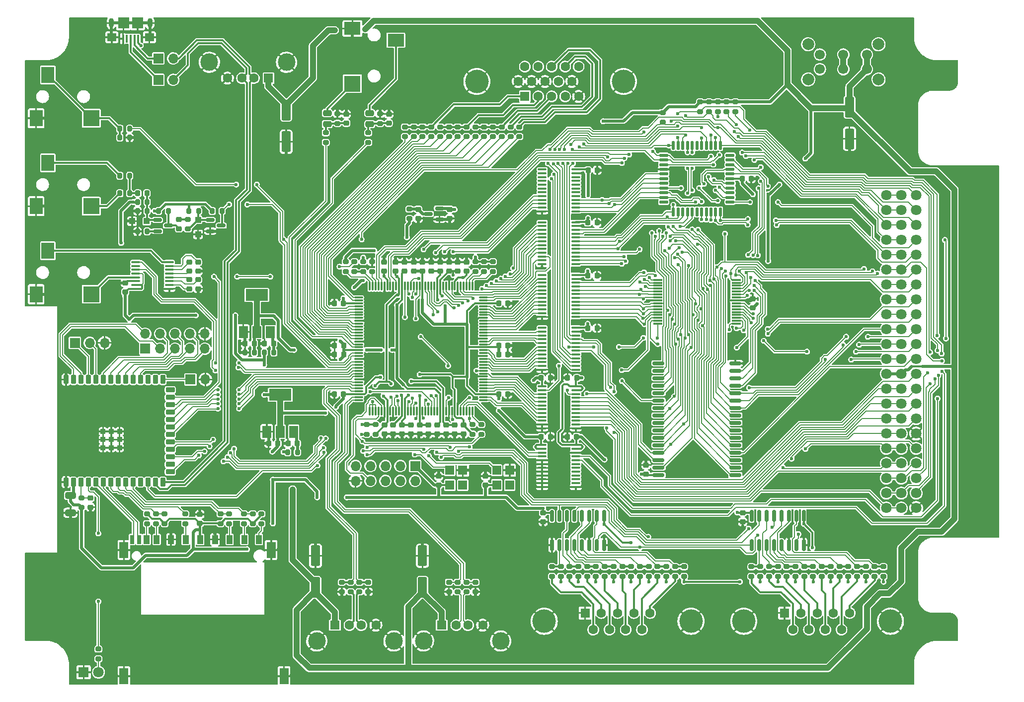
<source format=gtl>
%TF.GenerationSoftware,KiCad,Pcbnew,(6.0.4-0)*%
%TF.CreationDate,2022-05-01T14:36:53+02:00*%
%TF.ProjectId,aquarius-plus,61717561-7269-4757-932d-706c75732e6b,rev?*%
%TF.SameCoordinates,Original*%
%TF.FileFunction,Copper,L1,Top*%
%TF.FilePolarity,Positive*%
%FSLAX46Y46*%
G04 Gerber Fmt 4.6, Leading zero omitted, Abs format (unit mm)*
G04 Created by KiCad (PCBNEW (6.0.4-0)) date 2022-05-01 14:36:53*
%MOMM*%
%LPD*%
G01*
G04 APERTURE LIST*
G04 Aperture macros list*
%AMRoundRect*
0 Rectangle with rounded corners*
0 $1 Rounding radius*
0 $2 $3 $4 $5 $6 $7 $8 $9 X,Y pos of 4 corners*
0 Add a 4 corners polygon primitive as box body*
4,1,4,$2,$3,$4,$5,$6,$7,$8,$9,$2,$3,0*
0 Add four circle primitives for the rounded corners*
1,1,$1+$1,$2,$3*
1,1,$1+$1,$4,$5*
1,1,$1+$1,$6,$7*
1,1,$1+$1,$8,$9*
0 Add four rect primitives between the rounded corners*
20,1,$1+$1,$2,$3,$4,$5,0*
20,1,$1+$1,$4,$5,$6,$7,0*
20,1,$1+$1,$6,$7,$8,$9,0*
20,1,$1+$1,$8,$9,$2,$3,0*%
G04 Aperture macros list end*
%TA.AperFunction,SMDPad,CuDef*%
%ADD10RoundRect,0.200000X0.275000X-0.200000X0.275000X0.200000X-0.275000X0.200000X-0.275000X-0.200000X0*%
%TD*%
%TA.AperFunction,SMDPad,CuDef*%
%ADD11RoundRect,0.200000X-0.275000X0.200000X-0.275000X-0.200000X0.275000X-0.200000X0.275000X0.200000X0*%
%TD*%
%TA.AperFunction,ComponentPad*%
%ADD12C,1.800000*%
%TD*%
%TA.AperFunction,SMDPad,CuDef*%
%ADD13RoundRect,0.225000X0.250000X-0.225000X0.250000X0.225000X-0.250000X0.225000X-0.250000X-0.225000X0*%
%TD*%
%TA.AperFunction,SMDPad,CuDef*%
%ADD14RoundRect,0.100000X0.637500X0.100000X-0.637500X0.100000X-0.637500X-0.100000X0.637500X-0.100000X0*%
%TD*%
%TA.AperFunction,SMDPad,CuDef*%
%ADD15RoundRect,0.150000X0.875000X0.150000X-0.875000X0.150000X-0.875000X-0.150000X0.875000X-0.150000X0*%
%TD*%
%TA.AperFunction,ComponentPad*%
%ADD16R,1.700000X1.700000*%
%TD*%
%TA.AperFunction,ComponentPad*%
%ADD17O,1.700000X1.700000*%
%TD*%
%TA.AperFunction,SMDPad,CuDef*%
%ADD18RoundRect,0.225000X-0.250000X0.225000X-0.250000X-0.225000X0.250000X-0.225000X0.250000X0.225000X0*%
%TD*%
%TA.AperFunction,ComponentPad*%
%ADD19C,4.000000*%
%TD*%
%TA.AperFunction,ComponentPad*%
%ADD20R,1.600000X1.600000*%
%TD*%
%TA.AperFunction,ComponentPad*%
%ADD21C,1.600000*%
%TD*%
%TA.AperFunction,SMDPad,CuDef*%
%ADD22R,1.500000X2.000000*%
%TD*%
%TA.AperFunction,SMDPad,CuDef*%
%ADD23R,3.800000X2.000000*%
%TD*%
%TA.AperFunction,SMDPad,CuDef*%
%ADD24RoundRect,0.075000X-0.662500X-0.075000X0.662500X-0.075000X0.662500X0.075000X-0.662500X0.075000X0*%
%TD*%
%TA.AperFunction,SMDPad,CuDef*%
%ADD25RoundRect,0.075000X-0.075000X-0.662500X0.075000X-0.662500X0.075000X0.662500X-0.075000X0.662500X0*%
%TD*%
%TA.AperFunction,SMDPad,CuDef*%
%ADD26RoundRect,0.225000X-0.225000X-0.250000X0.225000X-0.250000X0.225000X0.250000X-0.225000X0.250000X0*%
%TD*%
%TA.AperFunction,SMDPad,CuDef*%
%ADD27RoundRect,0.225000X0.225000X0.250000X-0.225000X0.250000X-0.225000X-0.250000X0.225000X-0.250000X0*%
%TD*%
%TA.AperFunction,SMDPad,CuDef*%
%ADD28RoundRect,0.250000X0.475000X-0.250000X0.475000X0.250000X-0.475000X0.250000X-0.475000X-0.250000X0*%
%TD*%
%TA.AperFunction,SMDPad,CuDef*%
%ADD29RoundRect,0.200000X-0.200000X-0.275000X0.200000X-0.275000X0.200000X0.275000X-0.200000X0.275000X0*%
%TD*%
%TA.AperFunction,SMDPad,CuDef*%
%ADD30RoundRect,0.150000X-0.587500X-0.150000X0.587500X-0.150000X0.587500X0.150000X-0.587500X0.150000X0*%
%TD*%
%TA.AperFunction,SMDPad,CuDef*%
%ADD31RoundRect,0.150000X0.587500X0.150000X-0.587500X0.150000X-0.587500X-0.150000X0.587500X-0.150000X0*%
%TD*%
%TA.AperFunction,SMDPad,CuDef*%
%ADD32RoundRect,0.200000X0.200000X0.275000X-0.200000X0.275000X-0.200000X-0.275000X0.200000X-0.275000X0*%
%TD*%
%TA.AperFunction,SMDPad,CuDef*%
%ADD33R,2.200000X2.800000*%
%TD*%
%TA.AperFunction,SMDPad,CuDef*%
%ADD34R,2.800000X2.800000*%
%TD*%
%TA.AperFunction,SMDPad,CuDef*%
%ADD35R,1.500000X1.600000*%
%TD*%
%TA.AperFunction,ComponentPad*%
%ADD36C,2.000000*%
%TD*%
%TA.AperFunction,ComponentPad*%
%ADD37C,1.700000*%
%TD*%
%TA.AperFunction,SMDPad,CuDef*%
%ADD38RoundRect,0.100000X-0.637500X-0.100000X0.637500X-0.100000X0.637500X0.100000X-0.637500X0.100000X0*%
%TD*%
%TA.AperFunction,SMDPad,CuDef*%
%ADD39RoundRect,0.100000X0.100000X0.575000X-0.100000X0.575000X-0.100000X-0.575000X0.100000X-0.575000X0*%
%TD*%
%TA.AperFunction,ComponentPad*%
%ADD40O,0.900000X1.600000*%
%TD*%
%TA.AperFunction,SMDPad,CuDef*%
%ADD41R,1.900000X1.900000*%
%TD*%
%TA.AperFunction,SMDPad,CuDef*%
%ADD42R,1.600000X1.400000*%
%TD*%
%TA.AperFunction,SMDPad,CuDef*%
%ADD43RoundRect,0.150000X0.150000X-0.825000X0.150000X0.825000X-0.150000X0.825000X-0.150000X-0.825000X0*%
%TD*%
%TA.AperFunction,SMDPad,CuDef*%
%ADD44RoundRect,0.075000X0.712500X0.075000X-0.712500X0.075000X-0.712500X-0.075000X0.712500X-0.075000X0*%
%TD*%
%TA.AperFunction,SMDPad,CuDef*%
%ADD45R,1.000000X1.500000*%
%TD*%
%TA.AperFunction,SMDPad,CuDef*%
%ADD46R,0.700000X1.500000*%
%TD*%
%TA.AperFunction,SMDPad,CuDef*%
%ADD47R,1.500000X2.800000*%
%TD*%
%TA.AperFunction,ComponentPad*%
%ADD48R,1.600000X1.500000*%
%TD*%
%TA.AperFunction,ComponentPad*%
%ADD49C,3.000000*%
%TD*%
%TA.AperFunction,SMDPad,CuDef*%
%ADD50RoundRect,0.137500X0.600000X0.137500X-0.600000X0.137500X-0.600000X-0.137500X0.600000X-0.137500X0*%
%TD*%
%TA.AperFunction,SMDPad,CuDef*%
%ADD51RoundRect,0.137500X0.137500X0.600000X-0.137500X0.600000X-0.137500X-0.600000X0.137500X-0.600000X0*%
%TD*%
%TA.AperFunction,ComponentPad*%
%ADD52R,1.800000X1.800000*%
%TD*%
%TA.AperFunction,SMDPad,CuDef*%
%ADD53RoundRect,0.250000X0.550000X-1.500000X0.550000X1.500000X-0.550000X1.500000X-0.550000X-1.500000X0*%
%TD*%
%TA.AperFunction,SMDPad,CuDef*%
%ADD54RoundRect,0.250000X-0.550000X1.500000X-0.550000X-1.500000X0.550000X-1.500000X0.550000X1.500000X0*%
%TD*%
%TA.AperFunction,SMDPad,CuDef*%
%ADD55R,1.000000X1.000000*%
%TD*%
%TA.AperFunction,SMDPad,CuDef*%
%ADD56RoundRect,0.250000X-0.650000X0.325000X-0.650000X-0.325000X0.650000X-0.325000X0.650000X0.325000X0*%
%TD*%
%TA.AperFunction,SMDPad,CuDef*%
%ADD57R,2.800000X2.200000*%
%TD*%
%TA.AperFunction,SMDPad,CuDef*%
%ADD58RoundRect,0.225000X0.225000X0.525000X-0.225000X0.525000X-0.225000X-0.525000X0.225000X-0.525000X0*%
%TD*%
%TA.AperFunction,SMDPad,CuDef*%
%ADD59RoundRect,0.225000X-0.525000X0.225000X-0.525000X-0.225000X0.525000X-0.225000X0.525000X0.225000X0*%
%TD*%
%TA.AperFunction,SMDPad,CuDef*%
%ADD60RoundRect,0.225000X-0.225000X-0.525000X0.225000X-0.525000X0.225000X0.525000X-0.225000X0.525000X0*%
%TD*%
%TA.AperFunction,SMDPad,CuDef*%
%ADD61RoundRect,0.225000X-0.225000X-0.225000X0.225000X-0.225000X0.225000X0.225000X-0.225000X0.225000X0*%
%TD*%
%TA.AperFunction,ViaPad*%
%ADD62C,0.600000*%
%TD*%
%TA.AperFunction,Conductor*%
%ADD63C,0.300000*%
%TD*%
%TA.AperFunction,Conductor*%
%ADD64C,0.500000*%
%TD*%
%TA.AperFunction,Conductor*%
%ADD65C,1.000000*%
%TD*%
%TA.AperFunction,Conductor*%
%ADD66C,0.200000*%
%TD*%
%TA.AperFunction,Conductor*%
%ADD67C,0.400000*%
%TD*%
G04 APERTURE END LIST*
D10*
%TO.P,R84,1*%
%TO.N,Net-(J11-Pad9)*%
X207300000Y-130825000D03*
%TO.P,R84,2*%
%TO.N,Net-(R84-Pad2)*%
X207300000Y-129175000D03*
%TD*%
D11*
%TO.P,R69,1*%
%TO.N,Net-(R61-Pad2)*%
X159800000Y-129175000D03*
%TO.P,R69,2*%
%TO.N,+3V3*%
X159800000Y-130825000D03*
%TD*%
D12*
%TO.P,J15,1,Pin_1*%
%TO.N,unconnected-(J15-Pad1)*%
X214825000Y-65830000D03*
X212285000Y-65830000D03*
%TO.P,J15,2,Pin_2*%
%TO.N,CASSETTE_OUT*%
X217365000Y-65830000D03*
%TO.P,J15,3,Pin_3*%
%TO.N,INT#*%
X214825000Y-68370000D03*
X212285000Y-68370000D03*
%TO.P,J15,4,Pin_4*%
%TO.N,BUSREQ#*%
X217365000Y-68370000D03*
%TO.P,J15,5,Pin_5*%
%TO.N,RESET#*%
X214825000Y-70910000D03*
X212285000Y-70910000D03*
%TO.P,J15,6,Pin_6*%
%TO.N,M1#*%
X217365000Y-70910000D03*
%TO.P,J15,7,Pin_7*%
%TO.N,RFSH#*%
X214825000Y-73450000D03*
X212285000Y-73450000D03*
%TO.P,J15,8,Pin_8*%
%TO.N,PHI*%
X217365000Y-73450000D03*
%TO.P,J15,9,Pin_9*%
%TO.N,A15*%
X212285000Y-75990000D03*
X214825000Y-75990000D03*
%TO.P,J15,10,Pin_10*%
%TO.N,A14*%
X217365000Y-75990000D03*
%TO.P,J15,11,Pin_11*%
%TO.N,CART_CE#*%
X212285000Y-78530000D03*
X214825000Y-78530000D03*
%TO.P,J15,12,Pin_12*%
%TO.N,A6*%
X217365000Y-78530000D03*
%TO.P,J15,13,Pin_13*%
%TO.N,A5*%
X214825000Y-81070000D03*
X212285000Y-81070000D03*
%TO.P,J15,14,Pin_14*%
%TO.N,A7*%
X217365000Y-81070000D03*
%TO.P,J15,15,Pin_15*%
%TO.N,A4*%
X214825000Y-83610000D03*
X212285000Y-83610000D03*
%TO.P,J15,16,Pin_16*%
%TO.N,A8*%
X217365000Y-83610000D03*
%TO.P,J15,17,Pin_17*%
%TO.N,A3*%
X212285000Y-86150000D03*
X214825000Y-86150000D03*
%TO.P,J15,18,Pin_18*%
%TO.N,A9*%
X217365000Y-86150000D03*
%TO.P,J15,19,Pin_19*%
%TO.N,A2*%
X212285000Y-88690000D03*
X214825000Y-88690000D03*
%TO.P,J15,20,Pin_20*%
%TO.N,A10*%
X217365000Y-88690000D03*
%TO.P,J15,21,Pin_21*%
%TO.N,A1*%
X214825000Y-91230000D03*
X212285000Y-91230000D03*
%TO.P,J15,22,Pin_22*%
%TO.N,A11*%
X217365000Y-91230000D03*
%TO.P,J15,23,Pin_23*%
%TO.N,A0*%
X214825000Y-93770000D03*
X212285000Y-93770000D03*
%TO.P,J15,24,Pin_24*%
%TO.N,A12*%
X217365000Y-93770000D03*
%TO.P,J15,25,Pin_25*%
%TO.N,+5V*%
X214825000Y-96310000D03*
X212285000Y-96310000D03*
%TO.P,J15,26,Pin_26*%
%TO.N,DE0*%
X217365000Y-96310000D03*
%TO.P,J15,27,Pin_27*%
%TO.N,DE1*%
X212285000Y-98850000D03*
X214825000Y-98850000D03*
%TO.P,J15,28,Pin_28*%
%TO.N,DE2*%
X217365000Y-98850000D03*
%TO.P,J15,29,Pin_29*%
%TO.N,DE3*%
X212285000Y-101390000D03*
X214825000Y-101390000D03*
%TO.P,J15,30,Pin_30*%
%TO.N,DE4*%
X217365000Y-101390000D03*
%TO.P,J15,31,Pin_31*%
%TO.N,DE5*%
X212285000Y-103930000D03*
X214825000Y-103930000D03*
%TO.P,J15,32,Pin_32*%
%TO.N,DE6*%
X217365000Y-103930000D03*
%TO.P,J15,33,Pin_33*%
%TO.N,DE7*%
X214825000Y-106470000D03*
X212285000Y-106470000D03*
%TO.P,J15,34,Pin_34*%
%TO.N,GND*%
X217365000Y-106470000D03*
%TO.P,J15,35,Pin_35*%
%TO.N,RD#*%
X214825000Y-109010000D03*
X212285000Y-109010000D03*
%TO.P,J15,36,Pin_36*%
%TO.N,A13*%
X217365000Y-109010000D03*
%TO.P,J15,37,Pin_37*%
%TO.N,WR#*%
X212285000Y-111550000D03*
X214825000Y-111550000D03*
%TO.P,J15,38,Pin_38*%
%TO.N,MREQ#*%
X217365000Y-111550000D03*
%TO.P,J15,39,Pin_39*%
%TO.N,NMI#*%
X212285000Y-114090000D03*
X214825000Y-114090000D03*
%TO.P,J15,40,Pin_40*%
%TO.N,WAIT#*%
X217365000Y-114090000D03*
%TO.P,J15,41,Pin_41*%
%TO.N,HALT#*%
X212285000Y-116630000D03*
X214825000Y-116630000D03*
%TO.P,J15,42,Pin_42*%
%TO.N,BUSACK#*%
X217365000Y-116630000D03*
%TO.P,J15,43,Pin_43*%
%TO.N,IORQ#*%
X214825000Y-119170000D03*
X212285000Y-119170000D03*
%TO.P,J15,44,Pin_44*%
%TO.N,GND*%
X217365000Y-119170000D03*
%TD*%
D11*
%TO.P,R49,1*%
%TO.N,+5V*%
X183550000Y-49925000D03*
%TO.P,R49,2*%
%TO.N,BUSREQ#*%
X183550000Y-51575000D03*
%TD*%
D13*
%TO.P,C19,1*%
%TO.N,+3V3*%
X140750000Y-78775000D03*
%TO.P,C19,2*%
%TO.N,GND*%
X140750000Y-77225000D03*
%TD*%
D10*
%TO.P,R27,1*%
%TO.N,+3V3*%
X75150000Y-119075000D03*
%TO.P,R27,2*%
%TO.N,Net-(C36-Pad1)*%
X75150000Y-117425000D03*
%TD*%
D14*
%TO.P,U3,1,~{EN}*%
%TO.N,GND*%
X90112500Y-81775000D03*
%TO.P,U3,2,C1+*%
%TO.N,Net-(C31-Pad1)*%
X90112500Y-81125000D03*
%TO.P,U3,3,V+*%
%TO.N,Net-(C38-Pad1)*%
X90112500Y-80475000D03*
%TO.P,U3,4,C1-*%
%TO.N,Net-(C31-Pad2)*%
X90112500Y-79825000D03*
%TO.P,U3,5,C2+*%
%TO.N,Net-(C32-Pad1)*%
X90112500Y-79175000D03*
%TO.P,U3,6,C2-*%
%TO.N,Net-(C32-Pad2)*%
X90112500Y-78525000D03*
%TO.P,U3,7,V-*%
%TO.N,Net-(C39-Pad1)*%
X90112500Y-77875000D03*
%TO.P,U3,8,RIN*%
%TO.N,Net-(J4-PadR)*%
X90112500Y-77225000D03*
%TO.P,U3,9,ROUT*%
%TO.N,PRINTER_IN*%
X84387500Y-77225000D03*
%TO.P,U3,10,~{INVALID}*%
%TO.N,unconnected-(U3-Pad10)*%
X84387500Y-77875000D03*
%TO.P,U3,11,DIN*%
%TO.N,PRINTER_OUT*%
X84387500Y-78525000D03*
%TO.P,U3,12,FORCEON*%
%TO.N,+3V3*%
X84387500Y-79175000D03*
%TO.P,U3,13,DOUT*%
%TO.N,Net-(J4-PadT)*%
X84387500Y-79825000D03*
%TO.P,U3,14,GND*%
%TO.N,GND*%
X84387500Y-80475000D03*
%TO.P,U3,15,VCC*%
%TO.N,+3V3*%
X84387500Y-81125000D03*
%TO.P,U3,16,~{FORCEOFF}*%
X84387500Y-81775000D03*
%TD*%
D11*
%TO.P,R92,1*%
%TO.N,Net-(R84-Pad2)*%
X208800000Y-129175000D03*
%TO.P,R92,2*%
%TO.N,+3V3*%
X208800000Y-130825000D03*
%TD*%
D15*
%TO.P,U10,1,A17*%
%TO.N,BA17*%
X186550000Y-113525000D03*
%TO.P,U10,2,A16*%
%TO.N,BA16*%
X186550000Y-112255000D03*
%TO.P,U10,3,A14*%
%TO.N,BA14*%
X186550000Y-110985000D03*
%TO.P,U10,4,A12*%
%TO.N,A12*%
X186550000Y-109715000D03*
%TO.P,U10,5,A7*%
%TO.N,A7*%
X186550000Y-108445000D03*
%TO.P,U10,6,A6*%
%TO.N,A6*%
X186550000Y-107175000D03*
%TO.P,U10,7,A5*%
%TO.N,A5*%
X186550000Y-105905000D03*
%TO.P,U10,8,A4*%
%TO.N,A4*%
X186550000Y-104635000D03*
%TO.P,U10,9,A3*%
%TO.N,A3*%
X186550000Y-103365000D03*
%TO.P,U10,10,A2*%
%TO.N,A2*%
X186550000Y-102095000D03*
%TO.P,U10,11,A1*%
%TO.N,A1*%
X186550000Y-100825000D03*
%TO.P,U10,12,A0*%
%TO.N,A0*%
X186550000Y-99555000D03*
%TO.P,U10,13,DQ0*%
%TO.N,D0*%
X186550000Y-98285000D03*
%TO.P,U10,14,DQ1*%
%TO.N,D1*%
X186550000Y-97015000D03*
%TO.P,U10,15,DQ2*%
%TO.N,D2*%
X186550000Y-95745000D03*
%TO.P,U10,16,GND*%
%TO.N,GND*%
X186550000Y-94475000D03*
%TO.P,U10,17,DQ3*%
%TO.N,D3*%
X173450000Y-94475000D03*
%TO.P,U10,18,DQ4*%
%TO.N,D4*%
X173450000Y-95745000D03*
%TO.P,U10,19,DQ5*%
%TO.N,D5*%
X173450000Y-97015000D03*
%TO.P,U10,20,DQ6*%
%TO.N,D6*%
X173450000Y-98285000D03*
%TO.P,U10,21,DQ7*%
%TO.N,D7*%
X173450000Y-99555000D03*
%TO.P,U10,22,~{CE}*%
%TO.N,RAM_CE#*%
X173450000Y-100825000D03*
%TO.P,U10,23,A10*%
%TO.N,A10*%
X173450000Y-102095000D03*
%TO.P,U10,24,~{OE}*%
%TO.N,RD#*%
X173450000Y-103365000D03*
%TO.P,U10,25,A11*%
%TO.N,A11*%
X173450000Y-104635000D03*
%TO.P,U10,26,A9*%
%TO.N,A9*%
X173450000Y-105905000D03*
%TO.P,U10,27,A8*%
%TO.N,A8*%
X173450000Y-107175000D03*
%TO.P,U10,28,A13*%
%TO.N,A13*%
X173450000Y-108445000D03*
%TO.P,U10,29,~{WE}*%
%TO.N,WR#*%
X173450000Y-109715000D03*
%TO.P,U10,30,A18*%
%TO.N,BA18*%
X173450000Y-110985000D03*
%TO.P,U10,31,A15*%
%TO.N,BA15*%
X173450000Y-112255000D03*
%TO.P,U10,32,VDD*%
%TO.N,+5V*%
X173450000Y-113525000D03*
%TD*%
D11*
%TO.P,R70,1*%
%TO.N,Net-(R62-Pad2)*%
X156800000Y-129175000D03*
%TO.P,R70,2*%
%TO.N,+3V3*%
X156800000Y-130825000D03*
%TD*%
D16*
%TO.P,JP1,1,A*%
%TO.N,Net-(JP1-Pad1)*%
X93700000Y-97250000D03*
D17*
%TO.P,JP1,2,B*%
%TO.N,GND*%
X96240000Y-97250000D03*
%TD*%
D11*
%TO.P,R16,1*%
%TO.N,SD_SSEL#*%
X104300000Y-120175000D03*
%TO.P,R16,2*%
%TO.N,+3V3*%
X104300000Y-121825000D03*
%TD*%
D10*
%TO.P,R60,1*%
%TO.N,Net-(J5-Pad7)*%
X161300000Y-130825000D03*
%TO.P,R60,2*%
%TO.N,Net-(R60-Pad2)*%
X161300000Y-129175000D03*
%TD*%
%TO.P,R40,1*%
%TO.N,VGA_G0*%
X140750000Y-55825000D03*
%TO.P,R40,2*%
%TO.N,Net-(J6-Pad2)*%
X140750000Y-54175000D03*
%TD*%
%TO.P,R42,1*%
%TO.N,VGA_B2*%
X143750000Y-55825000D03*
%TO.P,R42,2*%
%TO.N,Net-(J6-Pad3)*%
X143750000Y-54175000D03*
%TD*%
D18*
%TO.P,C10,1*%
%TO.N,+3V3*%
X134250000Y-104975000D03*
%TO.P,C10,2*%
%TO.N,GND*%
X134250000Y-106525000D03*
%TD*%
D19*
%TO.P,J11,0,PAD*%
%TO.N,GND*%
X212990000Y-138489669D03*
X187990000Y-138489669D03*
D20*
%TO.P,J11,1,1*%
X194950000Y-137069669D03*
D21*
%TO.P,J11,2,2*%
%TO.N,Net-(J11-Pad2)*%
X197720000Y-137069669D03*
%TO.P,J11,3,3*%
%TO.N,Net-(J11-Pad3)*%
X200490000Y-137069669D03*
%TO.P,J11,4,4*%
%TO.N,Net-(J11-Pad4)*%
X203260000Y-137069669D03*
%TO.P,J11,5,5*%
%TO.N,Net-(J11-Pad5)*%
X206030000Y-137069669D03*
%TO.P,J11,6,6*%
%TO.N,Net-(J11-Pad6)*%
X196335000Y-139909669D03*
%TO.P,J11,7,7*%
%TO.N,Net-(J11-Pad7)*%
X199105000Y-139909669D03*
%TO.P,J11,8,8*%
%TO.N,Net-(J11-Pad8)*%
X201875000Y-139909669D03*
%TO.P,J11,9,9*%
%TO.N,Net-(J11-Pad9)*%
X204645000Y-139909669D03*
%TD*%
D10*
%TO.P,R100,1*%
%TO.N,+3V3*%
X131000000Y-69825000D03*
%TO.P,R100,2*%
%TO.N,Net-(C63-Pad1)*%
X131000000Y-68175000D03*
%TD*%
%TO.P,R86,1*%
%TO.N,Net-(J11-Pad8)*%
X201300000Y-130825000D03*
%TO.P,R86,2*%
%TO.N,Net-(R86-Pad2)*%
X201300000Y-129175000D03*
%TD*%
D13*
%TO.P,C59,1*%
%TO.N,+5V*%
X171350000Y-113375000D03*
%TO.P,C59,2*%
%TO.N,GND*%
X171350000Y-111825000D03*
%TD*%
D10*
%TO.P,R59,1*%
%TO.N,Net-(J5-Pad3)*%
X164300000Y-130825000D03*
%TO.P,R59,2*%
%TO.N,Net-(R59-Pad2)*%
X164300000Y-129175000D03*
%TD*%
D13*
%TO.P,C46,1*%
%TO.N,Net-(C46-Pad1)*%
X127500000Y-53525000D03*
%TO.P,C46,2*%
%TO.N,GND*%
X127500000Y-51975000D03*
%TD*%
D22*
%TO.P,U17,1,GND*%
%TO.N,GND*%
X102700000Y-89150000D03*
%TO.P,U17,2,VO*%
%TO.N,+1V2*%
X105000000Y-89150000D03*
D23*
X105000000Y-82850000D03*
D22*
%TO.P,U17,3,VI*%
%TO.N,Net-(C64-Pad1)*%
X107300000Y-89150000D03*
%TD*%
D11*
%TO.P,R17,1*%
%TO.N,SD_SSEL#*%
X102800000Y-120175000D03*
%TO.P,R17,2*%
%TO.N,Net-(J3-Pad1)*%
X102800000Y-121825000D03*
%TD*%
D18*
%TO.P,C22,1*%
%TO.N,+2V5*%
X138750000Y-104975000D03*
%TO.P,C22,2*%
%TO.N,GND*%
X138750000Y-106525000D03*
%TD*%
D13*
%TO.P,C20,1*%
%TO.N,+3V3*%
X131750000Y-78775000D03*
%TO.P,C20,2*%
%TO.N,GND*%
X131750000Y-77225000D03*
%TD*%
D24*
%TO.P,U1,1,B7_IO*%
%TO.N,VGA_HSYNC*%
X122337500Y-83250000D03*
%TO.P,U1,2,B7_IO*%
%TO.N,VGA_VSYNC*%
X122337500Y-83750000D03*
%TO.P,U1,3,VCCO_LEFT*%
%TO.N,+3V3*%
X122337500Y-84250000D03*
%TO.P,U1,4,B7_IO_VREF*%
%TO.N,VGA_B0*%
X122337500Y-84750000D03*
%TO.P,U1,5,B7_IO*%
%TO.N,VGA_B1*%
X122337500Y-85250000D03*
%TO.P,U1,6,B7_IO*%
%TO.N,VGA_B2*%
X122337500Y-85750000D03*
%TO.P,U1,7,B7_IO*%
%TO.N,VGA_B3*%
X122337500Y-86250000D03*
%TO.P,U1,8,B7_IO*%
%TO.N,VGA_G0*%
X122337500Y-86750000D03*
%TO.P,U1,9,GND*%
%TO.N,GND*%
X122337500Y-87250000D03*
%TO.P,U1,10,B7_IO*%
%TO.N,VGA_G1*%
X122337500Y-87750000D03*
%TO.P,U1,11,B7_IO*%
%TO.N,VGA_G2*%
X122337500Y-88250000D03*
%TO.P,U1,12,B7_IO*%
%TO.N,VGA_G3*%
X122337500Y-88750000D03*
%TO.P,U1,13,B7_IO*%
%TO.N,VGA_R0*%
X122337500Y-89250000D03*
%TO.P,U1,14,B7_IO*%
%TO.N,VGA_R1*%
X122337500Y-89750000D03*
%TO.P,U1,15,B7_IO*%
%TO.N,VGA_R2*%
X122337500Y-90250000D03*
%TO.P,U1,16,GND*%
%TO.N,GND*%
X122337500Y-90750000D03*
%TO.P,U1,17,B7_IO*%
%TO.N,VGA_R3*%
X122337500Y-91250000D03*
%TO.P,U1,18,B7_IO_VREF*%
%TO.N,AUDIO_R*%
X122337500Y-91750000D03*
%TO.P,U1,19,VCCO_LEFT*%
%TO.N,+3V3*%
X122337500Y-92250000D03*
%TO.P,U1,20,B6_IO_VREF*%
%TO.N,AUDIO_L*%
X122337500Y-92750000D03*
%TO.P,U1,21,B6_IO*%
%TO.N,CASSETTE_OUT*%
X122337500Y-93250000D03*
%TO.P,U1,22,GND*%
%TO.N,GND*%
X122337500Y-93750000D03*
%TO.P,U1,23,B6_IO*%
%TO.N,CASSETTE_IN*%
X122337500Y-94250000D03*
%TO.P,U1,24,B6_IO_VREF*%
%TO.N,PRINTER_IN*%
X122337500Y-94750000D03*
%TO.P,U1,25,B6_IO*%
%TO.N,PRINTER_OUT*%
X122337500Y-95250000D03*
%TO.P,U1,26,B6_IO*%
%TO.N,ESP_CTS*%
X122337500Y-95750000D03*
%TO.P,U1,27,B6_IO*%
%TO.N,ESP_RX*%
X122337500Y-96250000D03*
%TO.P,U1,28,B6_IO*%
%TO.N,ESP_RTS*%
X122337500Y-96750000D03*
%TO.P,U1,29,GND*%
%TO.N,GND*%
X122337500Y-97250000D03*
%TO.P,U1,30,B6_IO*%
%TO.N,ESP_TX*%
X122337500Y-97750000D03*
%TO.P,U1,31,B6_IO*%
%TO.N,ESP_NOTIFY*%
X122337500Y-98250000D03*
%TO.P,U1,32,B6_IO*%
%TO.N,USB_DM2*%
X122337500Y-98750000D03*
%TO.P,U1,33,B6_IO*%
%TO.N,USB_DP2*%
X122337500Y-99250000D03*
%TO.P,U1,34,VCCO_LEFT*%
%TO.N,+3V3*%
X122337500Y-99750000D03*
%TO.P,U1,35,B6_IO*%
%TO.N,USB_DM1*%
X122337500Y-100250000D03*
%TO.P,U1,36,B6_IO*%
%TO.N,USB_DP1*%
X122337500Y-100750000D03*
D25*
%TO.P,U1,37,M1*%
%TO.N,+2V5*%
X124250000Y-102662500D03*
%TO.P,U1,38,M0*%
X124750000Y-102662500D03*
%TO.P,U1,39,M2*%
X125250000Y-102662500D03*
%TO.P,U1,40,B5_IO*%
%TO.N,SPI_SCLK*%
X125750000Y-102662500D03*
%TO.P,U1,41,B5_IO*%
%TO.N,FPGA_EXP6*%
X126250000Y-102662500D03*
%TO.P,U1,42,GND*%
%TO.N,GND*%
X126750000Y-102662500D03*
%TO.P,U1,43,VCCO_BOTTOM*%
%TO.N,+3V3*%
X127250000Y-102662500D03*
%TO.P,U1,44,B5_IO_VREF*%
%TO.N,FPGA_EXP5*%
X127750000Y-102662500D03*
%TO.P,U1,45,GND*%
%TO.N,GND*%
X128250000Y-102662500D03*
%TO.P,U1,46,B5_IO*%
%TO.N,FPGA_EXP4*%
X128750000Y-102662500D03*
%TO.P,U1,47,B5_IO*%
%TO.N,FPGA_EXP3*%
X129250000Y-102662500D03*
%TO.P,U1,48,VCCAUX*%
%TO.N,+2V5*%
X129750000Y-102662500D03*
%TO.P,U1,49,VCCINT*%
%TO.N,+1V2*%
X130250000Y-102662500D03*
%TO.P,U1,50,B5_IO*%
%TO.N,FPGA_EXP2*%
X130750000Y-102662500D03*
%TO.P,U1,51,B5_IO*%
%TO.N,FPGA_EXP1*%
X131250000Y-102662500D03*
%TO.P,U1,52,B5_IO_GCLK2*%
%TO.N,FPGA_EXP0*%
X131750000Y-102662500D03*
%TO.P,U1,53,B5_IO_GCLK3*%
%TO.N,USBCLK*%
X132250000Y-102662500D03*
%TO.P,U1,54,VCCO_BOTTOM*%
%TO.N,+3V3*%
X132750000Y-102662500D03*
%TO.P,U1,55,B4_IO_GCLK0*%
%TO.N,SYSCLK*%
X133250000Y-102662500D03*
%TO.P,U1,56,B4_IO_GCLK1*%
%TO.N,HCTRL_DATA*%
X133750000Y-102662500D03*
%TO.P,U1,57,B4_IO_DOUT*%
%TO.N,SPI_MISO*%
X134250000Y-102662500D03*
%TO.P,U1,58,B4_IO_INIT_B*%
%TO.N,Net-(R3-Pad2)*%
X134750000Y-102662500D03*
%TO.P,U1,59,B4_IO*%
%TO.N,HCTRL_LOAD#*%
X135250000Y-102662500D03*
%TO.P,U1,60,B4_IO*%
%TO.N,HCTRL_CLK*%
X135750000Y-102662500D03*
%TO.P,U1,61,VCCINT*%
%TO.N,+1V2*%
X136250000Y-102662500D03*
%TO.P,U1,62,VCCAUX*%
%TO.N,+2V5*%
X136750000Y-102662500D03*
%TO.P,U1,63,B4_IO*%
%TO.N,ROM_CE#*%
X137250000Y-102662500D03*
%TO.P,U1,64,GND*%
%TO.N,GND*%
X137750000Y-102662500D03*
%TO.P,U1,65,B4_IO_DIN*%
%TO.N,SPI_MOSI*%
X138250000Y-102662500D03*
%TO.P,U1,66,VCCO_BOTTOM*%
%TO.N,+3V3*%
X138750000Y-102662500D03*
%TO.P,U1,67,GND*%
%TO.N,GND*%
X139250000Y-102662500D03*
%TO.P,U1,68,B4_IO*%
%TO.N,RAM_CE#*%
X139750000Y-102662500D03*
%TO.P,U1,69,B4_IO*%
%TO.N,FPGA_PHI*%
X140250000Y-102662500D03*
%TO.P,U1,70,B4_IO_VREF*%
%TO.N,FPGA_CART_CE#*%
X140750000Y-102662500D03*
%TO.P,U1,71,DONE*%
%TO.N,FPGA_DONE*%
X141250000Y-102662500D03*
%TO.P,U1,72,CCLK*%
%TO.N,Net-(R9-Pad2)*%
X141750000Y-102662500D03*
D24*
%TO.P,U1,73,B3_IO*%
%TO.N,FPGA_DE7*%
X143662500Y-100750000D03*
%TO.P,U1,74,B3_IO*%
%TO.N,FPGA_DE6*%
X143662500Y-100250000D03*
%TO.P,U1,75,VCCO_RIGHT*%
%TO.N,+3V3*%
X143662500Y-99750000D03*
%TO.P,U1,76,B3_IO*%
%TO.N,FPGA_DE5*%
X143662500Y-99250000D03*
%TO.P,U1,77,B3_IO*%
%TO.N,FPGA_DE4*%
X143662500Y-98750000D03*
%TO.P,U1,78,B3_IO*%
%TO.N,FPGA_DE3*%
X143662500Y-98250000D03*
%TO.P,U1,79,B3_IO*%
%TO.N,FPGA_DE2*%
X143662500Y-97750000D03*
%TO.P,U1,80,B3_IO*%
%TO.N,FPGA_DE1*%
X143662500Y-97250000D03*
%TO.P,U1,81,GND*%
%TO.N,GND*%
X143662500Y-96750000D03*
%TO.P,U1,82,B3_IO*%
%TO.N,FPGA_DE0*%
X143662500Y-96250000D03*
%TO.P,U1,83,B3_IO*%
%TO.N,DE_OE#*%
X143662500Y-95750000D03*
%TO.P,U1,84,B3_IO_VREF*%
%TO.N,FPGA_BUSACK#*%
X143662500Y-95250000D03*
%TO.P,U1,85,B3_IO*%
%TO.N,FPGA_BUSREQ#*%
X143662500Y-94750000D03*
%TO.P,U1,86,B3_IO*%
%TO.N,FPGA_RESET#*%
X143662500Y-94250000D03*
%TO.P,U1,87,B3_IO*%
%TO.N,FPGA_INT#*%
X143662500Y-93750000D03*
%TO.P,U1,88,GND*%
%TO.N,GND*%
X143662500Y-93250000D03*
%TO.P,U1,89,B3_IO*%
%TO.N,FPGA_WAIT#*%
X143662500Y-92750000D03*
%TO.P,U1,90,B3_IO_VREF*%
%TO.N,FPGA_WR#*%
X143662500Y-92250000D03*
%TO.P,U1,91,VCCO_RIGHT*%
%TO.N,+3V3*%
X143662500Y-91750000D03*
%TO.P,U1,92,B2_IO_VREF*%
%TO.N,FPGA_RD#*%
X143662500Y-91250000D03*
%TO.P,U1,93,B2_IO*%
%TO.N,FPGA_IORQ#*%
X143662500Y-90750000D03*
%TO.P,U1,94,GND*%
%TO.N,GND*%
X143662500Y-90250000D03*
%TO.P,U1,95,B2_IO*%
%TO.N,FPGA_MREQ#*%
X143662500Y-89750000D03*
%TO.P,U1,96,B2_IO*%
%TO.N,FPGA_M1#*%
X143662500Y-89250000D03*
%TO.P,U1,97,B2_IO*%
%TO.N,FPGA_D7*%
X143662500Y-88750000D03*
%TO.P,U1,98,B2_IO_VREF*%
%TO.N,FPGA_D6*%
X143662500Y-88250000D03*
%TO.P,U1,99,B2_IO*%
%TO.N,FPGA_D5*%
X143662500Y-87750000D03*
%TO.P,U1,100,B2_IO*%
%TO.N,FPGA_D4*%
X143662500Y-87250000D03*
%TO.P,U1,101,GND*%
%TO.N,GND*%
X143662500Y-86750000D03*
%TO.P,U1,102,B2_IO*%
%TO.N,FPGA_D3*%
X143662500Y-86250000D03*
%TO.P,U1,103,B2_IO*%
%TO.N,FPGA_D2*%
X143662500Y-85750000D03*
%TO.P,U1,104,B2_IO*%
%TO.N,FPGA_D1*%
X143662500Y-85250000D03*
%TO.P,U1,105,B2_IO*%
%TO.N,FPGA_D0*%
X143662500Y-84750000D03*
%TO.P,U1,106,VCCO_RIGHT*%
%TO.N,+3V3*%
X143662500Y-84250000D03*
%TO.P,U1,107,B2_IO*%
%TO.N,FPGA_A15*%
X143662500Y-83750000D03*
%TO.P,U1,108,B2_IO*%
%TO.N,FPGA_A14*%
X143662500Y-83250000D03*
D25*
%TO.P,U1,109,TDO*%
%TO.N,Net-(R2-Pad1)*%
X141750000Y-81337500D03*
%TO.P,U1,110,TCK*%
%TO.N,Net-(R11-Pad1)*%
X141250000Y-81337500D03*
%TO.P,U1,111,TMS*%
%TO.N,Net-(R1-Pad1)*%
X140750000Y-81337500D03*
%TO.P,U1,112,B1_IO*%
%TO.N,FPGA_A13*%
X140250000Y-81337500D03*
%TO.P,U1,113,B1_IO*%
%TO.N,FPGA_A12*%
X139750000Y-81337500D03*
%TO.P,U1,114,GND*%
%TO.N,GND*%
X139250000Y-81337500D03*
%TO.P,U1,115,VCCO_TOP*%
%TO.N,+3V3*%
X138750000Y-81337500D03*
%TO.P,U1,116,B1_IO*%
%TO.N,FPGA_A11*%
X138250000Y-81337500D03*
%TO.P,U1,117,GND*%
%TO.N,GND*%
X137750000Y-81337500D03*
%TO.P,U1,118,B1_IO*%
%TO.N,FPGA_A10*%
X137250000Y-81337500D03*
%TO.P,U1,119,B1_IO*%
%TO.N,FPGA_A9*%
X136750000Y-81337500D03*
%TO.P,U1,120,VCCAUX*%
%TO.N,+2V5*%
X136250000Y-81337500D03*
%TO.P,U1,121,VCCINT*%
%TO.N,+1V2*%
X135750000Y-81337500D03*
%TO.P,U1,122,B1_IO*%
%TO.N,FPGA_A8*%
X135250000Y-81337500D03*
%TO.P,U1,123,B1_IO_VREF*%
%TO.N,FPGA_A7*%
X134750000Y-81337500D03*
%TO.P,U1,124,B1_IO_GCLK4*%
%TO.N,FPGA_A6*%
X134250000Y-81337500D03*
%TO.P,U1,125,B1_IO_GCLK5*%
%TO.N,FPGA_A5*%
X133750000Y-81337500D03*
%TO.P,U1,126,VCCO_TOP*%
%TO.N,+3V3*%
X133250000Y-81337500D03*
%TO.P,U1,127,B0_IO_GCLK6*%
%TO.N,FPGA_A4*%
X132750000Y-81337500D03*
%TO.P,U1,128,B0_IO_GCLK7*%
%TO.N,FPGA_A3*%
X132250000Y-81337500D03*
%TO.P,U1,129,B0_IO_VREF*%
%TO.N,FPGA_A2*%
X131750000Y-81337500D03*
%TO.P,U1,130,B0_IO*%
%TO.N,FPGA_A1*%
X131250000Y-81337500D03*
%TO.P,U1,131,B0_IO*%
%TO.N,FPGA_A0*%
X130750000Y-81337500D03*
%TO.P,U1,132,B0_IO*%
%TO.N,BA18*%
X130250000Y-81337500D03*
%TO.P,U1,133,VCCINT*%
%TO.N,+1V2*%
X129750000Y-81337500D03*
%TO.P,U1,134,VCCAUX*%
%TO.N,+2V5*%
X129250000Y-81337500D03*
%TO.P,U1,135,B0_IO*%
%TO.N,BA17*%
X128750000Y-81337500D03*
%TO.P,U1,136,GND*%
%TO.N,GND*%
X128250000Y-81337500D03*
%TO.P,U1,137,B0_IO*%
%TO.N,BA16*%
X127750000Y-81337500D03*
%TO.P,U1,138,VCCO_TOP*%
%TO.N,+3V3*%
X127250000Y-81337500D03*
%TO.P,U1,139,GND*%
%TO.N,GND*%
X126750000Y-81337500D03*
%TO.P,U1,140,B0_IO*%
%TO.N,BA15*%
X126250000Y-81337500D03*
%TO.P,U1,141,B0_IO*%
%TO.N,BA14*%
X125750000Y-81337500D03*
%TO.P,U1,142,HSWAP_EN*%
%TO.N,Net-(R10-Pad1)*%
X125250000Y-81337500D03*
%TO.P,U1,143,PROG_B*%
%TO.N,Net-(R4-Pad2)*%
X124750000Y-81337500D03*
%TO.P,U1,144,TDI*%
%TO.N,Net-(R5-Pad1)*%
X124250000Y-81337500D03*
%TD*%
D10*
%TO.P,R35,1*%
%TO.N,VGA_R1*%
X133250000Y-55825000D03*
%TO.P,R35,2*%
%TO.N,Net-(J6-Pad1)*%
X133250000Y-54175000D03*
%TD*%
%TO.P,R3,1*%
%TO.N,SPI_CS#*%
X123750000Y-106575000D03*
%TO.P,R3,2*%
%TO.N,Net-(R3-Pad2)*%
X123750000Y-104925000D03*
%TD*%
D26*
%TO.P,C9,1*%
%TO.N,+3V3*%
X146225000Y-91450000D03*
%TO.P,C9,2*%
%TO.N,GND*%
X147775000Y-91450000D03*
%TD*%
D11*
%TO.P,R93,1*%
%TO.N,Net-(R85-Pad2)*%
X205800000Y-129175000D03*
%TO.P,R93,2*%
%TO.N,+3V3*%
X205800000Y-130825000D03*
%TD*%
%TO.P,R51,1*%
%TO.N,+5V*%
X180550000Y-49925000D03*
%TO.P,R51,2*%
%TO.N,WAIT#*%
X180550000Y-51575000D03*
%TD*%
D27*
%TO.P,C65,1*%
%TO.N,+3V3*%
X108575000Y-108150000D03*
%TO.P,C65,2*%
%TO.N,GND*%
X107025000Y-108150000D03*
%TD*%
D11*
%TO.P,R65,1*%
%TO.N,Net-(R57-Pad2)*%
X171800000Y-129175000D03*
%TO.P,R65,2*%
%TO.N,+3V3*%
X171800000Y-130825000D03*
%TD*%
D10*
%TO.P,R76,1*%
%TO.N,Net-(J9-Pad2)*%
X121000000Y-133465000D03*
%TO.P,R76,2*%
%TO.N,USB_DM2*%
X121000000Y-131815000D03*
%TD*%
%TO.P,R11,1*%
%TO.N,Net-(R11-Pad1)*%
X143750000Y-78825000D03*
%TO.P,R11,2*%
%TO.N,+2V5*%
X143750000Y-77175000D03*
%TD*%
D28*
%TO.P,C49,1*%
%TO.N,Net-(C46-Pad1)*%
X124250000Y-53700000D03*
%TO.P,C49,2*%
%TO.N,Net-(C49-Pad2)*%
X124250000Y-51800000D03*
%TD*%
D11*
%TO.P,R52,1*%
%TO.N,+5V*%
X186550000Y-49925000D03*
%TO.P,R52,2*%
%TO.N,RESET#*%
X186550000Y-51575000D03*
%TD*%
D29*
%TO.P,R14,1*%
%TO.N,Net-(J1-PadT)*%
X81675000Y-65500000D03*
%TO.P,R14,2*%
%TO.N,Net-(C33-Pad1)*%
X83325000Y-65500000D03*
%TD*%
D30*
%TO.P,Q2,1,B*%
%TO.N,Net-(D2-Pad1)*%
X97062500Y-70050000D03*
%TO.P,Q2,2,E*%
%TO.N,GND*%
X97062500Y-71950000D03*
%TO.P,Q2,3,C*%
%TO.N,CASSETTE_IN*%
X98937500Y-71000000D03*
%TD*%
D18*
%TO.P,C63,1*%
%TO.N,Net-(C63-Pad1)*%
X132500000Y-68225000D03*
%TO.P,C63,2*%
%TO.N,GND*%
X132500000Y-69775000D03*
%TD*%
D31*
%TO.P,U16,1,GND*%
%TO.N,GND*%
X136137500Y-69950000D03*
%TO.P,U16,2,VO*%
%TO.N,+2V5*%
X136137500Y-68050000D03*
%TO.P,U16,3,VI*%
%TO.N,Net-(C63-Pad1)*%
X134262500Y-69000000D03*
%TD*%
D11*
%TO.P,R78,1*%
%TO.N,USB_DM2*%
X119500000Y-131815000D03*
%TO.P,R78,2*%
%TO.N,GND*%
X119500000Y-133465000D03*
%TD*%
D10*
%TO.P,R8,1*%
%TO.N,Net-(R4-Pad2)*%
X123150000Y-78825000D03*
%TO.P,R8,2*%
%TO.N,+3V3*%
X123150000Y-77175000D03*
%TD*%
D18*
%TO.P,C6,1*%
%TO.N,+1V2*%
X135750000Y-104975000D03*
%TO.P,C6,2*%
%TO.N,GND*%
X135750000Y-106525000D03*
%TD*%
D13*
%TO.P,C16,1*%
%TO.N,+1V2*%
X130150000Y-78775000D03*
%TO.P,C16,2*%
%TO.N,GND*%
X130150000Y-77225000D03*
%TD*%
D10*
%TO.P,R2,1*%
%TO.N,Net-(R2-Pad1)*%
X145250000Y-78825000D03*
%TO.P,R2,2*%
%TO.N,+2V5*%
X145250000Y-77175000D03*
%TD*%
%TO.P,R71,1*%
%TO.N,AUDIO_L*%
X116750000Y-56825000D03*
%TO.P,R71,2*%
%TO.N,Net-(C45-Pad1)*%
X116750000Y-55175000D03*
%TD*%
D32*
%TO.P,R21,1*%
%TO.N,CASSETTE_OUT*%
X83325000Y-54500000D03*
%TO.P,R21,2*%
%TO.N,Net-(J2-PadR)*%
X81675000Y-54500000D03*
%TD*%
D33*
%TO.P,J1,R*%
%TO.N,Net-(J1-PadR)*%
X69400000Y-60300000D03*
%TO.P,J1,S*%
%TO.N,GND*%
X67400000Y-67700000D03*
D34*
%TO.P,J1,T*%
%TO.N,Net-(J1-PadT)*%
X76800000Y-67700000D03*
%TD*%
D16*
%TO.P,J14,1,Pin_1*%
%TO.N,+3V3*%
X132000000Y-112000000D03*
D17*
%TO.P,J14,2,Pin_2*%
%TO.N,FPGA_EXP0*%
X132000000Y-114540000D03*
%TO.P,J14,3,Pin_3*%
%TO.N,FPGA_EXP1*%
X129460000Y-112000000D03*
%TO.P,J14,4,Pin_4*%
%TO.N,FPGA_EXP2*%
X129460000Y-114540000D03*
%TO.P,J14,5,Pin_5*%
%TO.N,FPGA_EXP3*%
X126920000Y-112000000D03*
%TO.P,J14,6,Pin_6*%
%TO.N,FPGA_EXP4*%
X126920000Y-114540000D03*
%TO.P,J14,7,Pin_7*%
%TO.N,FPGA_EXP5*%
X124380000Y-112000000D03*
%TO.P,J14,8,Pin_8*%
%TO.N,FPGA_EXP6*%
X124380000Y-114540000D03*
%TO.P,J14,9,Pin_9*%
%TO.N,unconnected-(J14-Pad9)*%
X121840000Y-112000000D03*
%TO.P,J14,10,Pin_10*%
%TO.N,GND*%
X121840000Y-114540000D03*
%TD*%
D29*
%TO.P,R15,1*%
%TO.N,Net-(J1-PadR)*%
X81675000Y-62500000D03*
%TO.P,R15,2*%
%TO.N,Net-(C33-Pad1)*%
X83325000Y-62500000D03*
%TD*%
D11*
%TO.P,R95,1*%
%TO.N,Net-(R87-Pad2)*%
X199800000Y-129175000D03*
%TO.P,R95,2*%
%TO.N,+3V3*%
X199800000Y-130825000D03*
%TD*%
D18*
%TO.P,C66,1*%
%TO.N,+2V5*%
X137900000Y-68225000D03*
%TO.P,C66,2*%
%TO.N,GND*%
X137900000Y-69775000D03*
%TD*%
D13*
%TO.P,C34,1*%
%TO.N,+3V3*%
X95300000Y-121775000D03*
%TO.P,C34,2*%
%TO.N,GND*%
X95300000Y-120225000D03*
%TD*%
D27*
%TO.P,C62,1*%
%TO.N,Net-(C62-Pad1)*%
X111875000Y-108150000D03*
%TO.P,C62,2*%
%TO.N,GND*%
X110325000Y-108150000D03*
%TD*%
D10*
%TO.P,R55,1*%
%TO.N,Net-(J5-Pad5)*%
X176300000Y-130825000D03*
%TO.P,R55,2*%
%TO.N,Net-(R55-Pad2)*%
X176300000Y-129175000D03*
%TD*%
D26*
%TO.P,C42,1*%
%TO.N,+5V*%
X161425000Y-79550000D03*
%TO.P,C42,2*%
%TO.N,GND*%
X162975000Y-79550000D03*
%TD*%
D10*
%TO.P,R56,1*%
%TO.N,Net-(J5-Pad9)*%
X173300000Y-130825000D03*
%TO.P,R56,2*%
%TO.N,Net-(R56-Pad2)*%
X173300000Y-129175000D03*
%TD*%
D35*
%TO.P,X2,1,~{ST}*%
%TO.N,unconnected-(X2-Pad1)*%
X140100000Y-115270000D03*
%TO.P,X2,2,GND*%
%TO.N,GND*%
X140100000Y-112730000D03*
%TO.P,X2,3,OUT*%
%TO.N,USBCLK*%
X137900000Y-112730000D03*
%TO.P,X2,4,VCC*%
%TO.N,+3V3*%
X137900000Y-115270000D03*
%TD*%
D29*
%TO.P,R29,1*%
%TO.N,GND*%
X84675000Y-72000000D03*
%TO.P,R29,2*%
%TO.N,Net-(Q1-Pad2)*%
X86325000Y-72000000D03*
%TD*%
D27*
%TO.P,C60,1*%
%TO.N,+5V*%
X159500000Y-107000000D03*
%TO.P,C60,2*%
%TO.N,GND*%
X157950000Y-107000000D03*
%TD*%
D13*
%TO.P,C31,1*%
%TO.N,Net-(C31-Pad1)*%
X93500000Y-81775000D03*
%TO.P,C31,2*%
%TO.N,Net-(C31-Pad2)*%
X93500000Y-80225000D03*
%TD*%
D10*
%TO.P,R5,1*%
%TO.N,Net-(R5-Pad1)*%
X120150000Y-78825000D03*
%TO.P,R5,2*%
%TO.N,+2V5*%
X120150000Y-77175000D03*
%TD*%
D36*
%TO.P,SW1,*%
%TO.N,*%
X198957500Y-46082500D03*
X210957500Y-46082500D03*
X198957500Y-40082500D03*
X210957500Y-40082500D03*
D37*
%TO.P,SW1,1,A*%
%TO.N,+5V*%
X208957500Y-44332500D03*
%TO.P,SW1,2,B*%
%TO.N,VBUS*%
X204957500Y-44332500D03*
%TO.P,SW1,3,C*%
%TO.N,unconnected-(SW1-Pad3)*%
X200957500Y-44332500D03*
%TO.P,SW1,4,A*%
%TO.N,+5V*%
X208957500Y-41832500D03*
%TO.P,SW1,5,B*%
%TO.N,VBUS*%
X204957500Y-41832500D03*
%TO.P,SW1,6,C*%
%TO.N,unconnected-(SW1-Pad6)*%
X200957500Y-41832500D03*
%TD*%
D38*
%TO.P,U11,1,VCCA*%
%TO.N,+3V3*%
X153637500Y-98425000D03*
%TO.P,U11,2,DIR*%
%TO.N,RD#*%
X153637500Y-99075000D03*
%TO.P,U11,3,A1*%
%TO.N,FPGA_DE0*%
X153637500Y-99725000D03*
%TO.P,U11,4,A2*%
%TO.N,FPGA_DE1*%
X153637500Y-100375000D03*
%TO.P,U11,5,A3*%
%TO.N,FPGA_DE2*%
X153637500Y-101025000D03*
%TO.P,U11,6,A4*%
%TO.N,FPGA_DE3*%
X153637500Y-101675000D03*
%TO.P,U11,7,A5*%
%TO.N,FPGA_DE4*%
X153637500Y-102325000D03*
%TO.P,U11,8,A6*%
%TO.N,FPGA_DE5*%
X153637500Y-102975000D03*
%TO.P,U11,9,A7*%
%TO.N,FPGA_DE6*%
X153637500Y-103625000D03*
%TO.P,U11,10,A8*%
%TO.N,FPGA_DE7*%
X153637500Y-104275000D03*
%TO.P,U11,11,GND*%
%TO.N,GND*%
X153637500Y-104925000D03*
%TO.P,U11,12,GND*%
X153637500Y-105575000D03*
%TO.P,U11,13,GND*%
X159362500Y-105575000D03*
%TO.P,U11,14,B8*%
%TO.N,DE7*%
X159362500Y-104925000D03*
%TO.P,U11,15,B7*%
%TO.N,DE6*%
X159362500Y-104275000D03*
%TO.P,U11,16,B6*%
%TO.N,DE5*%
X159362500Y-103625000D03*
%TO.P,U11,17,B5*%
%TO.N,DE4*%
X159362500Y-102975000D03*
%TO.P,U11,18,B4*%
%TO.N,DE3*%
X159362500Y-102325000D03*
%TO.P,U11,19,B3*%
%TO.N,DE2*%
X159362500Y-101675000D03*
%TO.P,U11,20,B2*%
%TO.N,DE1*%
X159362500Y-101025000D03*
%TO.P,U11,21,B1*%
%TO.N,DE0*%
X159362500Y-100375000D03*
%TO.P,U11,22,~{OE}*%
%TO.N,DE_OE#*%
X159362500Y-99725000D03*
%TO.P,U11,23,VCCB*%
%TO.N,+5V*%
X159362500Y-99075000D03*
%TO.P,U11,24,VCCB*%
X159362500Y-98425000D03*
%TD*%
D18*
%TO.P,C38,1*%
%TO.N,Net-(C38-Pad1)*%
X95000000Y-80225000D03*
%TO.P,C38,2*%
%TO.N,GND*%
X95000000Y-81775000D03*
%TD*%
D10*
%TO.P,R46,1*%
%TO.N,VGA_HSYNC*%
X149750000Y-55825000D03*
%TO.P,R46,2*%
%TO.N,Net-(J6-Pad13)*%
X149750000Y-54175000D03*
%TD*%
D29*
%TO.P,R99,1*%
%TO.N,+5V*%
X110275000Y-109650000D03*
%TO.P,R99,2*%
%TO.N,Net-(C62-Pad1)*%
X111925000Y-109650000D03*
%TD*%
D10*
%TO.P,R41,1*%
%TO.N,VGA_B3*%
X142250000Y-55825000D03*
%TO.P,R41,2*%
%TO.N,Net-(J6-Pad3)*%
X142250000Y-54175000D03*
%TD*%
D11*
%TO.P,R13,1*%
%TO.N,SD_MOSI*%
X98800000Y-120175000D03*
%TO.P,R13,2*%
%TO.N,+3V3*%
X98800000Y-121825000D03*
%TD*%
%TO.P,R81,1*%
%TO.N,GND*%
X118750000Y-51925000D03*
%TO.P,R81,2*%
%TO.N,Net-(C45-Pad1)*%
X118750000Y-53575000D03*
%TD*%
D10*
%TO.P,R34,1*%
%TO.N,VGA_R2*%
X131750000Y-55825000D03*
%TO.P,R34,2*%
%TO.N,Net-(J6-Pad1)*%
X131750000Y-54175000D03*
%TD*%
D16*
%TO.P,J7,1,Pin_1*%
%TO.N,Net-(J7-Pad1)*%
X74000000Y-91000000D03*
D17*
%TO.P,J7,2,Pin_2*%
%TO.N,Net-(J7-Pad2)*%
X76540000Y-91000000D03*
%TO.P,J7,3,Pin_3*%
%TO.N,GND*%
X79080000Y-91000000D03*
%TD*%
D10*
%TO.P,R75,1*%
%TO.N,Net-(J9-Pad3)*%
X122500000Y-133465000D03*
%TO.P,R75,2*%
%TO.N,USB_DP2*%
X122500000Y-131815000D03*
%TD*%
D18*
%TO.P,C1,1*%
%TO.N,+1V2*%
X129750000Y-104975000D03*
%TO.P,C1,2*%
%TO.N,GND*%
X129750000Y-106525000D03*
%TD*%
%TO.P,C7,1*%
%TO.N,+2V5*%
X137250000Y-104975000D03*
%TO.P,C7,2*%
%TO.N,GND*%
X137250000Y-106525000D03*
%TD*%
D13*
%TO.P,C26,1*%
%TO.N,+2V5*%
X139250000Y-78775000D03*
%TO.P,C26,2*%
%TO.N,GND*%
X139250000Y-77225000D03*
%TD*%
D11*
%TO.P,R67,1*%
%TO.N,Net-(R59-Pad2)*%
X165800000Y-129175000D03*
%TO.P,R67,2*%
%TO.N,+3V3*%
X165800000Y-130825000D03*
%TD*%
D13*
%TO.P,C25,1*%
%TO.N,+1V2*%
X134750000Y-78775000D03*
%TO.P,C25,2*%
%TO.N,GND*%
X134750000Y-77225000D03*
%TD*%
D11*
%TO.P,R30,1*%
%TO.N,Net-(C40-Pad2)*%
X93250000Y-69925000D03*
%TO.P,R30,2*%
%TO.N,Net-(D2-Pad1)*%
X93250000Y-71575000D03*
%TD*%
D10*
%TO.P,R24,1*%
%TO.N,Net-(J3-Pad8)*%
X86300000Y-121825000D03*
%TO.P,R24,2*%
%TO.N,+3V3*%
X86300000Y-120175000D03*
%TD*%
D39*
%TO.P,J13,1,VBUS*%
%TO.N,VBUS*%
X84800000Y-39125000D03*
%TO.P,J13,2,D-*%
%TO.N,Net-(J13-Pad2)*%
X84150000Y-39125000D03*
%TO.P,J13,3,D+*%
%TO.N,Net-(J13-Pad3)*%
X83500000Y-39125000D03*
%TO.P,J13,4,ID*%
%TO.N,unconnected-(J13-Pad4)*%
X82850000Y-39125000D03*
%TO.P,J13,5,GND*%
%TO.N,GND*%
X82200000Y-39125000D03*
D40*
%TO.P,J13,6,Shield*%
X80200000Y-36450000D03*
D41*
X82300000Y-36450000D03*
D42*
X86700000Y-38900000D03*
D41*
X84700000Y-36450000D03*
D40*
X86800000Y-36450000D03*
D42*
X80300000Y-38900000D03*
%TD*%
D11*
%TO.P,R48,1*%
%TO.N,+5V*%
X185050000Y-49925000D03*
%TO.P,R48,2*%
%TO.N,NMI#*%
X185050000Y-51575000D03*
%TD*%
%TO.P,R97,1*%
%TO.N,Net-(R89-Pad2)*%
X193800000Y-129175000D03*
%TO.P,R97,2*%
%TO.N,+3V3*%
X193800000Y-130825000D03*
%TD*%
%TO.P,R63,1*%
%TO.N,Net-(R55-Pad2)*%
X177800000Y-129175000D03*
%TO.P,R63,2*%
%TO.N,+3V3*%
X177800000Y-130825000D03*
%TD*%
D22*
%TO.P,U15,1,GND*%
%TO.N,GND*%
X106700000Y-106150000D03*
%TO.P,U15,2,VO*%
%TO.N,+3V3*%
X109000000Y-106150000D03*
D23*
X109000000Y-99850000D03*
D22*
%TO.P,U15,3,VI*%
%TO.N,Net-(C62-Pad1)*%
X111300000Y-106150000D03*
%TD*%
D11*
%TO.P,R94,1*%
%TO.N,Net-(R86-Pad2)*%
X202800000Y-129175000D03*
%TO.P,R94,2*%
%TO.N,+3V3*%
X202800000Y-130825000D03*
%TD*%
D10*
%TO.P,R39,1*%
%TO.N,VGA_G1*%
X139250000Y-55825000D03*
%TO.P,R39,2*%
%TO.N,Net-(J6-Pad2)*%
X139250000Y-54175000D03*
%TD*%
D26*
%TO.P,C35,1*%
%TO.N,+5V*%
X161450000Y-61550000D03*
%TO.P,C35,2*%
%TO.N,GND*%
X163000000Y-61550000D03*
%TD*%
D32*
%TO.P,R25,1*%
%TO.N,Net-(C33-Pad2)*%
X86325000Y-67000000D03*
%TO.P,R25,2*%
%TO.N,+3V3*%
X84675000Y-67000000D03*
%TD*%
D18*
%TO.P,C23,1*%
%TO.N,+3V3*%
X132750000Y-104975000D03*
%TO.P,C23,2*%
%TO.N,GND*%
X132750000Y-106525000D03*
%TD*%
D27*
%TO.P,C13,1*%
%TO.N,+3V3*%
X119775000Y-99750000D03*
%TO.P,C13,2*%
%TO.N,GND*%
X118225000Y-99750000D03*
%TD*%
D13*
%TO.P,C55,1*%
%TO.N,+5V*%
X189500000Y-85025000D03*
%TO.P,C55,2*%
%TO.N,GND*%
X189500000Y-83475000D03*
%TD*%
%TO.P,C11,1*%
%TO.N,+1V2*%
X136250000Y-78775000D03*
%TO.P,C11,2*%
%TO.N,GND*%
X136250000Y-77225000D03*
%TD*%
D33*
%TO.P,J4,R*%
%TO.N,Net-(J4-PadR)*%
X69400000Y-75300000D03*
%TO.P,J4,S*%
%TO.N,GND*%
X67400000Y-82700000D03*
D34*
%TO.P,J4,T*%
%TO.N,Net-(J4-PadT)*%
X76800000Y-82700000D03*
%TD*%
D30*
%TO.P,Q1,1,B*%
%TO.N,Net-(C33-Pad2)*%
X88062500Y-70050000D03*
%TO.P,Q1,2,E*%
%TO.N,Net-(Q1-Pad2)*%
X88062500Y-71950000D03*
%TO.P,Q1,3,C*%
%TO.N,Net-(C40-Pad1)*%
X89937500Y-71000000D03*
%TD*%
D10*
%TO.P,R43,1*%
%TO.N,VGA_B1*%
X145250000Y-55825000D03*
%TO.P,R43,2*%
%TO.N,Net-(J6-Pad3)*%
X145250000Y-54175000D03*
%TD*%
%TO.P,R44,1*%
%TO.N,VGA_B0*%
X146750000Y-55825000D03*
%TO.P,R44,2*%
%TO.N,Net-(J6-Pad3)*%
X146750000Y-54175000D03*
%TD*%
%TO.P,R62,1*%
%TO.N,Net-(J5-Pad6)*%
X155300000Y-130825000D03*
%TO.P,R62,2*%
%TO.N,Net-(R62-Pad2)*%
X155300000Y-129175000D03*
%TD*%
D11*
%TO.P,R6,1*%
%TO.N,Net-(R3-Pad2)*%
X125250000Y-104925000D03*
%TO.P,R6,2*%
%TO.N,+3V3*%
X125250000Y-106575000D03*
%TD*%
%TO.P,R7,1*%
%TO.N,FPGA_DONE*%
X141750000Y-104925000D03*
%TO.P,R7,2*%
%TO.N,+3V3*%
X141750000Y-106575000D03*
%TD*%
D29*
%TO.P,R102,1*%
%TO.N,GND*%
X102975000Y-92650000D03*
%TO.P,R102,2*%
%TO.N,+1V2*%
X104625000Y-92650000D03*
%TD*%
D18*
%TO.P,C36,1*%
%TO.N,Net-(C36-Pad1)*%
X76650000Y-117475000D03*
%TO.P,C36,2*%
%TO.N,GND*%
X76650000Y-119025000D03*
%TD*%
D43*
%TO.P,U12,1,Ds*%
%TO.N,Net-(U12-Pad1)*%
X189305000Y-125475000D03*
%TO.P,U12,2,A*%
%TO.N,Net-(R90-Pad2)*%
X190575000Y-125475000D03*
%TO.P,U12,3,B*%
%TO.N,Net-(R88-Pad2)*%
X191845000Y-125475000D03*
%TO.P,U12,4,C*%
%TO.N,Net-(R86-Pad2)*%
X193115000Y-125475000D03*
%TO.P,U12,5,D*%
%TO.N,Net-(R84-Pad2)*%
X194385000Y-125475000D03*
%TO.P,U12,6,CE*%
%TO.N,GND*%
X195655000Y-125475000D03*
%TO.P,U12,7,Clk*%
%TO.N,HCTRL_CLK*%
X196925000Y-125475000D03*
%TO.P,U12,8,GND*%
%TO.N,GND*%
X198195000Y-125475000D03*
%TO.P,U12,9,Clr*%
%TO.N,+3V3*%
X198195000Y-120525000D03*
%TO.P,U12,10,E*%
%TO.N,Net-(R83-Pad2)*%
X196925000Y-120525000D03*
%TO.P,U12,11,F*%
%TO.N,Net-(R85-Pad2)*%
X195655000Y-120525000D03*
%TO.P,U12,12,G*%
%TO.N,Net-(R87-Pad2)*%
X194385000Y-120525000D03*
%TO.P,U12,13,Qh*%
%TO.N,HCTRL_DATA*%
X193115000Y-120525000D03*
%TO.P,U12,14,H*%
%TO.N,Net-(R89-Pad2)*%
X191845000Y-120525000D03*
%TO.P,U12,15,PE*%
%TO.N,HCTRL_LOAD#*%
X190575000Y-120525000D03*
%TO.P,U12,16,VCC*%
%TO.N,+3V3*%
X189305000Y-120525000D03*
%TD*%
D44*
%TO.P,U13,1,A11*%
%TO.N,A11*%
X186687500Y-87750000D03*
%TO.P,U13,2,A9*%
%TO.N,A9*%
X186687500Y-87250000D03*
%TO.P,U13,3,A8*%
%TO.N,A8*%
X186687500Y-86750000D03*
%TO.P,U13,4,A13*%
%TO.N,A13*%
X186687500Y-86250000D03*
%TO.P,U13,5,A14*%
%TO.N,BA14*%
X186687500Y-85750000D03*
%TO.P,U13,6,A17*%
%TO.N,BA17*%
X186687500Y-85250000D03*
%TO.P,U13,7,~{WE}*%
%TO.N,WR#*%
X186687500Y-84750000D03*
%TO.P,U13,8,VCC*%
%TO.N,+5V*%
X186687500Y-84250000D03*
%TO.P,U13,9,NC(A18)*%
%TO.N,GND*%
X186687500Y-83750000D03*
%TO.P,U13,10,A16*%
%TO.N,BA16*%
X186687500Y-83250000D03*
%TO.P,U13,11,A15*%
%TO.N,BA15*%
X186687500Y-82750000D03*
%TO.P,U13,12,A12*%
%TO.N,A12*%
X186687500Y-82250000D03*
%TO.P,U13,13,A7*%
%TO.N,A7*%
X186687500Y-81750000D03*
%TO.P,U13,14,A6*%
%TO.N,A6*%
X186687500Y-81250000D03*
%TO.P,U13,15,A5*%
%TO.N,A5*%
X186687500Y-80750000D03*
%TO.P,U13,16,A4*%
%TO.N,A4*%
X186687500Y-80250000D03*
%TO.P,U13,17,A3*%
%TO.N,A3*%
X173312500Y-80250000D03*
%TO.P,U13,18,A2*%
%TO.N,A2*%
X173312500Y-80750000D03*
%TO.P,U13,19,A1*%
%TO.N,A1*%
X173312500Y-81250000D03*
%TO.P,U13,20,A0*%
%TO.N,A0*%
X173312500Y-81750000D03*
%TO.P,U13,21,DQ0*%
%TO.N,D0*%
X173312500Y-82250000D03*
%TO.P,U13,22,DQ1*%
%TO.N,D1*%
X173312500Y-82750000D03*
%TO.P,U13,23,DQ2*%
%TO.N,D2*%
X173312500Y-83250000D03*
%TO.P,U13,24,GND*%
%TO.N,GND*%
X173312500Y-83750000D03*
%TO.P,U13,25,DQ3*%
%TO.N,D3*%
X173312500Y-84250000D03*
%TO.P,U13,26,DQ4*%
%TO.N,D4*%
X173312500Y-84750000D03*
%TO.P,U13,27,DQ5*%
%TO.N,D5*%
X173312500Y-85250000D03*
%TO.P,U13,28,DQ6*%
%TO.N,D6*%
X173312500Y-85750000D03*
%TO.P,U13,29,DQ7*%
%TO.N,D7*%
X173312500Y-86250000D03*
%TO.P,U13,30,~{CE}*%
%TO.N,ROM_CE#*%
X173312500Y-86750000D03*
%TO.P,U13,31,A10*%
%TO.N,A10*%
X173312500Y-87250000D03*
%TO.P,U13,32,~{OE}*%
%TO.N,RD#*%
X173312500Y-87750000D03*
%TD*%
D10*
%TO.P,R90,1*%
%TO.N,Net-(J11-Pad6)*%
X189300000Y-130825000D03*
%TO.P,R90,2*%
%TO.N,Net-(R90-Pad2)*%
X189300000Y-129175000D03*
%TD*%
D29*
%TO.P,R26,1*%
%TO.N,GND*%
X84675000Y-68500000D03*
%TO.P,R26,2*%
%TO.N,Net-(C33-Pad2)*%
X86325000Y-68500000D03*
%TD*%
D11*
%TO.P,R54,1*%
%TO.N,SD_ACTIVITY*%
X78000000Y-143225000D03*
%TO.P,R54,2*%
%TO.N,Net-(D4-Pad2)*%
X78000000Y-144875000D03*
%TD*%
D45*
%TO.P,J3,1,CD/DAT3*%
%TO.N,Net-(J3-Pad1)*%
X102875000Y-124525000D03*
%TO.P,J3,2,CMD*%
%TO.N,Net-(J3-Pad2)*%
X100375000Y-124525000D03*
%TO.P,J3,3,VSS*%
%TO.N,GND*%
X97875000Y-124525000D03*
%TO.P,J3,4,VDD*%
%TO.N,+3V3*%
X95375000Y-124525000D03*
%TO.P,J3,5,CLK*%
%TO.N,Net-(J3-Pad5)*%
X92875000Y-124525000D03*
%TO.P,J3,6,VSS*%
%TO.N,GND*%
X90375000Y-124525000D03*
%TO.P,J3,7,DAT0*%
%TO.N,Net-(J3-Pad7)*%
X87945000Y-124525000D03*
%TO.P,J3,8,DAT1*%
%TO.N,Net-(J3-Pad8)*%
X86245000Y-124525000D03*
%TO.P,J3,9,DAT2*%
%TO.N,Net-(J3-Pad9)*%
X105375000Y-124525000D03*
D46*
%TO.P,J3,10,CARD_DETECT*%
%TO.N,SD_CD#*%
X84945000Y-124525000D03*
%TO.P,J3,11,WRITE_PROTECT*%
%TO.N,SD_WP#*%
X83745000Y-124525000D03*
D47*
%TO.P,J3,12,SHELL1*%
%TO.N,GND*%
X107450000Y-126325000D03*
X109650000Y-147825000D03*
X82350000Y-126325000D03*
X82350000Y-147825000D03*
%TD*%
D11*
%TO.P,R80,1*%
%TO.N,USB_DP2*%
X124000000Y-131815000D03*
%TO.P,R80,2*%
%TO.N,GND*%
X124000000Y-133465000D03*
%TD*%
D18*
%TO.P,C58,1*%
%TO.N,+3V3*%
X187800000Y-119975000D03*
%TO.P,C58,2*%
%TO.N,GND*%
X187800000Y-121525000D03*
%TD*%
D10*
%TO.P,R57,1*%
%TO.N,Net-(J5-Pad4)*%
X170300000Y-130825000D03*
%TO.P,R57,2*%
%TO.N,Net-(R57-Pad2)*%
X170300000Y-129175000D03*
%TD*%
D48*
%TO.P,J8,1,VBUS*%
%TO.N,+5V*%
X136500000Y-139140000D03*
D21*
%TO.P,J8,2,D-*%
%TO.N,Net-(J8-Pad2)*%
X139000000Y-139140000D03*
%TO.P,J8,3,D+*%
%TO.N,Net-(J8-Pad3)*%
X141000000Y-139140000D03*
%TO.P,J8,4,GND*%
%TO.N,GND*%
X143500000Y-139140000D03*
D49*
%TO.P,J8,5,Shield*%
X133430000Y-141850000D03*
X146570000Y-141850000D03*
%TD*%
D11*
%TO.P,R19,1*%
%TO.N,SD_SCK*%
X92800000Y-120175000D03*
%TO.P,R19,2*%
%TO.N,Net-(J3-Pad5)*%
X92800000Y-121825000D03*
%TD*%
%TO.P,R64,1*%
%TO.N,Net-(R56-Pad2)*%
X174800000Y-129175000D03*
%TO.P,R64,2*%
%TO.N,+3V3*%
X174800000Y-130825000D03*
%TD*%
D26*
%TO.P,C44,1*%
%TO.N,+5V*%
X187725000Y-63000000D03*
%TO.P,C44,2*%
%TO.N,GND*%
X189275000Y-63000000D03*
%TD*%
D11*
%TO.P,R50,1*%
%TO.N,+5V*%
X182050000Y-49925000D03*
%TO.P,R50,2*%
%TO.N,BUSACK#*%
X182050000Y-51575000D03*
%TD*%
D50*
%TO.P,U7,1,CLK*%
%TO.N,PHI*%
X185662500Y-67000000D03*
%TO.P,U7,2,D4*%
%TO.N,D4*%
X185662500Y-66200000D03*
%TO.P,U7,3,D3*%
%TO.N,D3*%
X185662500Y-65400000D03*
%TO.P,U7,4,D5*%
%TO.N,D5*%
X185662500Y-64600000D03*
%TO.P,U7,5,D6*%
%TO.N,D6*%
X185662500Y-63800000D03*
%TO.P,U7,6,+5V*%
%TO.N,+5V*%
X185662500Y-63000000D03*
%TO.P,U7,7,D2*%
%TO.N,D2*%
X185662500Y-62200000D03*
%TO.P,U7,8,D7*%
%TO.N,D7*%
X185662500Y-61400000D03*
%TO.P,U7,9,D0*%
%TO.N,D0*%
X185662500Y-60600000D03*
%TO.P,U7,10,D1*%
%TO.N,D1*%
X185662500Y-59800000D03*
%TO.P,U7,11*%
%TO.N,N/C*%
X185662500Y-59000000D03*
D51*
%TO.P,U7,12,~{INT}*%
%TO.N,INT#*%
X184000000Y-57337500D03*
%TO.P,U7,13,~{NMI}*%
%TO.N,NMI#*%
X183200000Y-57337500D03*
%TO.P,U7,14,~{HALT}*%
%TO.N,HALT#*%
X182400000Y-57337500D03*
%TO.P,U7,15,~{MREQ}*%
%TO.N,MREQ#*%
X181600000Y-57337500D03*
%TO.P,U7,16,~{IORQ}*%
%TO.N,IORQ#*%
X180800000Y-57337500D03*
%TO.P,U7,17*%
%TO.N,N/C*%
X180000000Y-57337500D03*
%TO.P,U7,18,~{RD}*%
%TO.N,RD#*%
X179200000Y-57337500D03*
%TO.P,U7,19,~{WR}*%
%TO.N,WR#*%
X178400000Y-57337500D03*
%TO.P,U7,20,~{BUSACK}*%
%TO.N,BUSACK#*%
X177600000Y-57337500D03*
%TO.P,U7,21,~{WAIT}*%
%TO.N,WAIT#*%
X176800000Y-57337500D03*
%TO.P,U7,22,~{BUSREQ}*%
%TO.N,BUSREQ#*%
X176000000Y-57337500D03*
D50*
%TO.P,U7,23,~{RESET}*%
%TO.N,RESET#*%
X174337500Y-59000000D03*
%TO.P,U7,24,~{M1}*%
%TO.N,M1#*%
X174337500Y-59800000D03*
%TO.P,U7,25,~{RFSH}*%
%TO.N,RFSH#*%
X174337500Y-60600000D03*
%TO.P,U7,26,GND*%
%TO.N,GND*%
X174337500Y-61400000D03*
%TO.P,U7,27,A0*%
%TO.N,A0*%
X174337500Y-62200000D03*
%TO.P,U7,28,A1*%
%TO.N,A1*%
X174337500Y-63000000D03*
%TO.P,U7,29,A2*%
%TO.N,A2*%
X174337500Y-63800000D03*
%TO.P,U7,30,A3*%
%TO.N,A3*%
X174337500Y-64600000D03*
%TO.P,U7,31,A4*%
%TO.N,A4*%
X174337500Y-65400000D03*
%TO.P,U7,32,A5*%
%TO.N,A5*%
X174337500Y-66200000D03*
%TO.P,U7,33*%
%TO.N,N/C*%
X174337500Y-67000000D03*
D51*
%TO.P,U7,34,A6*%
%TO.N,A6*%
X176000000Y-68662500D03*
%TO.P,U7,35,A7*%
%TO.N,A7*%
X176800000Y-68662500D03*
%TO.P,U7,36,A8*%
%TO.N,A8*%
X177600000Y-68662500D03*
%TO.P,U7,37,A9*%
%TO.N,A9*%
X178400000Y-68662500D03*
%TO.P,U7,38,A10*%
%TO.N,A10*%
X179200000Y-68662500D03*
%TO.P,U7,39*%
%TO.N,N/C*%
X180000000Y-68662500D03*
%TO.P,U7,40,A11*%
%TO.N,A11*%
X180800000Y-68662500D03*
%TO.P,U7,41,A12*%
%TO.N,A12*%
X181600000Y-68662500D03*
%TO.P,U7,42,A13*%
%TO.N,A13*%
X182400000Y-68662500D03*
%TO.P,U7,43,A14*%
%TO.N,A14*%
X183200000Y-68662500D03*
%TO.P,U7,44,A15*%
%TO.N,A15*%
X184000000Y-68662500D03*
%TD*%
D32*
%TO.P,R31,1*%
%TO.N,Net-(D2-Pad1)*%
X95075000Y-68500000D03*
%TO.P,R31,2*%
%TO.N,+3V3*%
X93425000Y-68500000D03*
%TD*%
D19*
%TO.P,J6,0*%
%TO.N,GND*%
X142505000Y-46430000D03*
X167495000Y-46430000D03*
D20*
%TO.P,J6,1*%
%TO.N,Net-(J6-Pad1)*%
X150685000Y-48970000D03*
D21*
%TO.P,J6,2*%
%TO.N,Net-(J6-Pad2)*%
X152975000Y-48970000D03*
%TO.P,J6,3*%
%TO.N,Net-(J6-Pad3)*%
X155265000Y-48970000D03*
%TO.P,J6,4*%
%TO.N,unconnected-(J6-Pad4)*%
X157555000Y-48970000D03*
%TO.P,J6,5*%
%TO.N,GND*%
X159845000Y-48970000D03*
%TO.P,J6,6*%
X149545000Y-46430000D03*
%TO.P,J6,7*%
X151835000Y-46430000D03*
%TO.P,J6,8*%
X154125000Y-46430000D03*
%TO.P,J6,9*%
%TO.N,unconnected-(J6-Pad9)*%
X156415000Y-46430000D03*
%TO.P,J6,10*%
%TO.N,GND*%
X158705000Y-46430000D03*
%TO.P,J6,11*%
%TO.N,unconnected-(J6-Pad11)*%
X150685000Y-43890000D03*
%TO.P,J6,12*%
%TO.N,unconnected-(J6-Pad12)*%
X152975000Y-43890000D03*
%TO.P,J6,13*%
%TO.N,Net-(J6-Pad13)*%
X155265000Y-43890000D03*
%TO.P,J6,14*%
%TO.N,Net-(J6-Pad14)*%
X157555000Y-43890000D03*
%TO.P,J6,15*%
%TO.N,unconnected-(J6-Pad15)*%
X159845000Y-43890000D03*
%TD*%
D10*
%TO.P,R74,1*%
%TO.N,Net-(J8-Pad2)*%
X139250000Y-133465000D03*
%TO.P,R74,2*%
%TO.N,USB_DM1*%
X139250000Y-131815000D03*
%TD*%
D11*
%TO.P,R96,1*%
%TO.N,Net-(R88-Pad2)*%
X196800000Y-129175000D03*
%TO.P,R96,2*%
%TO.N,+3V3*%
X196800000Y-130825000D03*
%TD*%
D38*
%TO.P,U6,1*%
%TO.N,N/C*%
X153637500Y-88425000D03*
%TO.P,U6,2,A1*%
%TO.N,FPGA_M1#*%
X153637500Y-89075000D03*
%TO.P,U6,3,A2*%
%TO.N,FPGA_MREQ#*%
X153637500Y-89725000D03*
%TO.P,U6,4,A3*%
%TO.N,FPGA_IORQ#*%
X153637500Y-90375000D03*
%TO.P,U6,5,A4*%
%TO.N,FPGA_RD#*%
X153637500Y-91025000D03*
%TO.P,U6,6,A5*%
%TO.N,FPGA_WR#*%
X153637500Y-91675000D03*
%TO.P,U6,7,A6*%
%TO.N,FPGA_WAIT#*%
X153637500Y-92325000D03*
%TO.P,U6,8,A7*%
%TO.N,FPGA_INT#*%
X153637500Y-92975000D03*
%TO.P,U6,9,A8*%
%TO.N,FPGA_RESET#*%
X153637500Y-93625000D03*
%TO.P,U6,10,A9*%
%TO.N,FPGA_BUSREQ#*%
X153637500Y-94275000D03*
%TO.P,U6,11,A10*%
%TO.N,FPGA_BUSACK#*%
X153637500Y-94925000D03*
%TO.P,U6,12,GND*%
%TO.N,GND*%
X153637500Y-95575000D03*
%TO.P,U6,13,B10*%
%TO.N,BUSACK#*%
X159362500Y-95575000D03*
%TO.P,U6,14,B9*%
%TO.N,BUSREQ#*%
X159362500Y-94925000D03*
%TO.P,U6,15,B8*%
%TO.N,RESET#*%
X159362500Y-94275000D03*
%TO.P,U6,16,B7*%
%TO.N,INT#*%
X159362500Y-93625000D03*
%TO.P,U6,17,B6*%
%TO.N,WAIT#*%
X159362500Y-92975000D03*
%TO.P,U6,18,B5*%
%TO.N,WR#*%
X159362500Y-92325000D03*
%TO.P,U6,19,B4*%
%TO.N,RD#*%
X159362500Y-91675000D03*
%TO.P,U6,20,B3*%
%TO.N,IORQ#*%
X159362500Y-91025000D03*
%TO.P,U6,21,B2*%
%TO.N,MREQ#*%
X159362500Y-90375000D03*
%TO.P,U6,22,B1*%
%TO.N,M1#*%
X159362500Y-89725000D03*
%TO.P,U6,23,OE*%
%TO.N,GND*%
X159362500Y-89075000D03*
%TO.P,U6,24,VCC*%
%TO.N,+5V*%
X159362500Y-88425000D03*
%TD*%
D13*
%TO.P,C30,1*%
%TO.N,+3V3*%
X136000000Y-115275000D03*
%TO.P,C30,2*%
%TO.N,GND*%
X136000000Y-113725000D03*
%TD*%
D10*
%TO.P,R85,1*%
%TO.N,Net-(J11-Pad4)*%
X204300000Y-130825000D03*
%TO.P,R85,2*%
%TO.N,Net-(R85-Pad2)*%
X204300000Y-129175000D03*
%TD*%
D27*
%TO.P,C5,1*%
%TO.N,+3V3*%
X119800000Y-93000000D03*
%TO.P,C5,2*%
%TO.N,GND*%
X118250000Y-93000000D03*
%TD*%
D10*
%TO.P,R72,1*%
%TO.N,AUDIO_R*%
X124000000Y-56825000D03*
%TO.P,R72,2*%
%TO.N,Net-(C46-Pad1)*%
X124000000Y-55175000D03*
%TD*%
D48*
%TO.P,J12,1,VBUS*%
%TO.N,+5V*%
X107000000Y-45860000D03*
D21*
%TO.P,J12,2,D-*%
%TO.N,ESP_USB_DM*%
X104500000Y-45860000D03*
%TO.P,J12,3,D+*%
%TO.N,ESP_USB_DP*%
X102500000Y-45860000D03*
%TO.P,J12,4,GND*%
%TO.N,GND*%
X100000000Y-45860000D03*
D49*
%TO.P,J12,5,Shield*%
X110070000Y-43150000D03*
X96930000Y-43150000D03*
%TD*%
D26*
%TO.P,C52,1*%
%TO.N,+3V3*%
X153475000Y-97000000D03*
%TO.P,C52,2*%
%TO.N,GND*%
X155025000Y-97000000D03*
%TD*%
D48*
%TO.P,J9,1,VBUS*%
%TO.N,+5V*%
X118300000Y-139140000D03*
D21*
%TO.P,J9,2,D-*%
%TO.N,Net-(J9-Pad2)*%
X120800000Y-139140000D03*
%TO.P,J9,3,D+*%
%TO.N,Net-(J9-Pad3)*%
X122800000Y-139140000D03*
%TO.P,J9,4,GND*%
%TO.N,GND*%
X125300000Y-139140000D03*
D49*
%TO.P,J9,5,Shield*%
X128370000Y-141850000D03*
X115230000Y-141850000D03*
%TD*%
D38*
%TO.P,U2,1*%
%TO.N,N/C*%
X153637500Y-61425000D03*
%TO.P,U2,2,A1*%
%TO.N,unconnected-(U2-Pad2)*%
X153637500Y-62075000D03*
%TO.P,U2,3,A2*%
%TO.N,unconnected-(U2-Pad3)*%
X153637500Y-62725000D03*
%TO.P,U2,4,A3*%
%TO.N,unconnected-(U2-Pad4)*%
X153637500Y-63375000D03*
%TO.P,U2,5,A4*%
%TO.N,unconnected-(U2-Pad5)*%
X153637500Y-64025000D03*
%TO.P,U2,6,A5*%
%TO.N,unconnected-(U2-Pad6)*%
X153637500Y-64675000D03*
%TO.P,U2,7,A6*%
%TO.N,unconnected-(U2-Pad7)*%
X153637500Y-65325000D03*
%TO.P,U2,8,A7*%
%TO.N,FPGA_A0*%
X153637500Y-65975000D03*
%TO.P,U2,9,A8*%
%TO.N,FPGA_A1*%
X153637500Y-66625000D03*
%TO.P,U2,10,A9*%
%TO.N,FPGA_A2*%
X153637500Y-67275000D03*
%TO.P,U2,11,A10*%
%TO.N,FPGA_A3*%
X153637500Y-67925000D03*
%TO.P,U2,12,GND*%
%TO.N,GND*%
X153637500Y-68575000D03*
%TO.P,U2,13,B10*%
%TO.N,A3*%
X159362500Y-68575000D03*
%TO.P,U2,14,B9*%
%TO.N,A2*%
X159362500Y-67925000D03*
%TO.P,U2,15,B8*%
%TO.N,A1*%
X159362500Y-67275000D03*
%TO.P,U2,16,B7*%
%TO.N,A0*%
X159362500Y-66625000D03*
%TO.P,U2,17,B6*%
%TO.N,unconnected-(U2-Pad17)*%
X159362500Y-65975000D03*
%TO.P,U2,18,B5*%
%TO.N,unconnected-(U2-Pad18)*%
X159362500Y-65325000D03*
%TO.P,U2,19,B4*%
%TO.N,unconnected-(U2-Pad19)*%
X159362500Y-64675000D03*
%TO.P,U2,20,B3*%
%TO.N,unconnected-(U2-Pad20)*%
X159362500Y-64025000D03*
%TO.P,U2,21,B2*%
%TO.N,unconnected-(U2-Pad21)*%
X159362500Y-63375000D03*
%TO.P,U2,22,B1*%
%TO.N,unconnected-(U2-Pad22)*%
X159362500Y-62725000D03*
%TO.P,U2,23,OE*%
%TO.N,GND*%
X159362500Y-62075000D03*
%TO.P,U2,24,VCC*%
%TO.N,+5V*%
X159362500Y-61425000D03*
%TD*%
D10*
%TO.P,R88,1*%
%TO.N,Net-(J11-Pad7)*%
X195300000Y-130825000D03*
%TO.P,R88,2*%
%TO.N,Net-(R88-Pad2)*%
X195300000Y-129175000D03*
%TD*%
%TO.P,R89,1*%
%TO.N,Net-(J11-Pad2)*%
X192300000Y-130825000D03*
%TO.P,R89,2*%
%TO.N,Net-(R89-Pad2)*%
X192300000Y-129175000D03*
%TD*%
D11*
%TO.P,R18,1*%
%TO.N,SD_MOSI*%
X100300000Y-120175000D03*
%TO.P,R18,2*%
%TO.N,Net-(J3-Pad2)*%
X100300000Y-121825000D03*
%TD*%
D52*
%TO.P,D4,1,K*%
%TO.N,GND*%
X75500000Y-147175000D03*
D12*
%TO.P,D4,2,A*%
%TO.N,Net-(D4-Pad2)*%
X78040000Y-147175000D03*
%TD*%
D10*
%TO.P,R38,1*%
%TO.N,VGA_G2*%
X137750000Y-55825000D03*
%TO.P,R38,2*%
%TO.N,Net-(J6-Pad2)*%
X137750000Y-54175000D03*
%TD*%
%TO.P,R36,1*%
%TO.N,VGA_R0*%
X134750000Y-55825000D03*
%TO.P,R36,2*%
%TO.N,Net-(J6-Pad1)*%
X134750000Y-54175000D03*
%TD*%
D13*
%TO.P,C32,1*%
%TO.N,Net-(C32-Pad1)*%
X93500000Y-78775000D03*
%TO.P,C32,2*%
%TO.N,Net-(C32-Pad2)*%
X93500000Y-77225000D03*
%TD*%
D53*
%TO.P,C53,1*%
%TO.N,+5V*%
X133250000Y-132700000D03*
%TO.P,C53,2*%
%TO.N,GND*%
X133250000Y-127300000D03*
%TD*%
D11*
%TO.P,R82,1*%
%TO.N,GND*%
X126000000Y-51925000D03*
%TO.P,R82,2*%
%TO.N,Net-(C46-Pad1)*%
X126000000Y-53575000D03*
%TD*%
D26*
%TO.P,C33,1*%
%TO.N,Net-(C33-Pad1)*%
X84725000Y-65500000D03*
%TO.P,C33,2*%
%TO.N,Net-(C33-Pad2)*%
X86275000Y-65500000D03*
%TD*%
D32*
%TO.P,R23,1*%
%TO.N,GND*%
X83325000Y-56000000D03*
%TO.P,R23,2*%
%TO.N,Net-(J2-PadR)*%
X81675000Y-56000000D03*
%TD*%
D11*
%TO.P,R91,1*%
%TO.N,Net-(R83-Pad2)*%
X211800000Y-129175000D03*
%TO.P,R91,2*%
%TO.N,+3V3*%
X211800000Y-130825000D03*
%TD*%
D27*
%TO.P,C8,1*%
%TO.N,+3V3*%
X119800000Y-91500000D03*
%TO.P,C8,2*%
%TO.N,GND*%
X118250000Y-91500000D03*
%TD*%
D11*
%TO.P,R77,1*%
%TO.N,USB_DM1*%
X137750000Y-131815000D03*
%TO.P,R77,2*%
%TO.N,GND*%
X137750000Y-133465000D03*
%TD*%
D26*
%TO.P,C43,1*%
%TO.N,+5V*%
X161425000Y-88500000D03*
%TO.P,C43,2*%
%TO.N,GND*%
X162975000Y-88500000D03*
%TD*%
D27*
%TO.P,C56,1*%
%TO.N,+5V*%
X159525000Y-97000000D03*
%TO.P,C56,2*%
%TO.N,GND*%
X157975000Y-97000000D03*
%TD*%
D54*
%TO.P,C54,1*%
%TO.N,+5V*%
X110000000Y-51300000D03*
%TO.P,C54,2*%
%TO.N,GND*%
X110000000Y-56700000D03*
%TD*%
D16*
%TO.P,J16,1,Pin_1*%
%TO.N,+3V3*%
X86000000Y-92000000D03*
D17*
%TO.P,J16,2,Pin_2*%
%TO.N,ESP_EXP0*%
X86000000Y-89460000D03*
%TO.P,J16,3,Pin_3*%
%TO.N,ESP_EXP1*%
X88540000Y-92000000D03*
%TO.P,J16,4,Pin_4*%
%TO.N,ESP_EXP2*%
X88540000Y-89460000D03*
%TO.P,J16,5,Pin_5*%
%TO.N,ESP_EXP3*%
X91080000Y-92000000D03*
%TO.P,J16,6,Pin_6*%
%TO.N,ESP_EXP4*%
X91080000Y-89460000D03*
%TO.P,J16,7,Pin_7*%
%TO.N,ESP_EXP5*%
X93620000Y-92000000D03*
%TO.P,J16,8,Pin_8*%
%TO.N,ESP_EXP6*%
X93620000Y-89460000D03*
%TO.P,J16,9,Pin_9*%
%TO.N,ESP_EXP7*%
X96160000Y-92000000D03*
%TO.P,J16,10,Pin_10*%
%TO.N,GND*%
X96160000Y-89460000D03*
%TD*%
D18*
%TO.P,C18,1*%
%TO.N,+3V3*%
X126750000Y-104975000D03*
%TO.P,C18,2*%
%TO.N,GND*%
X126750000Y-106525000D03*
%TD*%
D43*
%TO.P,U9,1,Ds*%
%TO.N,GND*%
X155305000Y-125475000D03*
%TO.P,U9,2,A*%
%TO.N,Net-(R62-Pad2)*%
X156575000Y-125475000D03*
%TO.P,U9,3,B*%
%TO.N,Net-(R60-Pad2)*%
X157845000Y-125475000D03*
%TO.P,U9,4,C*%
%TO.N,Net-(R58-Pad2)*%
X159115000Y-125475000D03*
%TO.P,U9,5,D*%
%TO.N,Net-(R56-Pad2)*%
X160385000Y-125475000D03*
%TO.P,U9,6,CE*%
%TO.N,GND*%
X161655000Y-125475000D03*
%TO.P,U9,7,Clk*%
%TO.N,HCTRL_CLK*%
X162925000Y-125475000D03*
%TO.P,U9,8,GND*%
%TO.N,GND*%
X164195000Y-125475000D03*
%TO.P,U9,9,Clr*%
%TO.N,+3V3*%
X164195000Y-120525000D03*
%TO.P,U9,10,E*%
%TO.N,Net-(R55-Pad2)*%
X162925000Y-120525000D03*
%TO.P,U9,11,F*%
%TO.N,Net-(R57-Pad2)*%
X161655000Y-120525000D03*
%TO.P,U9,12,G*%
%TO.N,Net-(R59-Pad2)*%
X160385000Y-120525000D03*
%TO.P,U9,13,Qh*%
%TO.N,Net-(U12-Pad1)*%
X159115000Y-120525000D03*
%TO.P,U9,14,H*%
%TO.N,Net-(R61-Pad2)*%
X157845000Y-120525000D03*
%TO.P,U9,15,PE*%
%TO.N,HCTRL_LOAD#*%
X156575000Y-120525000D03*
%TO.P,U9,16,VCC*%
%TO.N,+3V3*%
X155305000Y-120525000D03*
%TD*%
D13*
%TO.P,C41,1*%
%TO.N,+3V3*%
X82600000Y-82325000D03*
%TO.P,C41,2*%
%TO.N,GND*%
X82600000Y-80775000D03*
%TD*%
D10*
%TO.P,R9,1*%
%TO.N,SPI_SCLK*%
X143250000Y-106575000D03*
%TO.P,R9,2*%
%TO.N,Net-(R9-Pad2)*%
X143250000Y-104925000D03*
%TD*%
D16*
%TO.P,JP2,1,A*%
%TO.N,Net-(J13-Pad3)*%
X88225000Y-46150000D03*
D17*
%TO.P,JP2,2,B*%
%TO.N,ESP_USB_DP*%
X90765000Y-46150000D03*
%TD*%
D13*
%TO.P,C45,1*%
%TO.N,Net-(C45-Pad1)*%
X120250000Y-53525000D03*
%TO.P,C45,2*%
%TO.N,GND*%
X120250000Y-51975000D03*
%TD*%
D55*
%TO.P,D2,1,K*%
%TO.N,Net-(D2-Pad1)*%
X95000000Y-70000000D03*
%TO.P,D2,2,A*%
%TO.N,GND*%
X95000000Y-72500000D03*
%TD*%
D35*
%TO.P,X1,1,~{ST}*%
%TO.N,unconnected-(X1-Pad1)*%
X148100000Y-115270000D03*
%TO.P,X1,2,GND*%
%TO.N,GND*%
X148100000Y-112730000D03*
%TO.P,X1,3,OUT*%
%TO.N,SYSCLK*%
X145900000Y-112730000D03*
%TO.P,X1,4,VCC*%
%TO.N,+3V3*%
X145900000Y-115270000D03*
%TD*%
D11*
%TO.P,R66,1*%
%TO.N,Net-(R58-Pad2)*%
X168800000Y-129175000D03*
%TO.P,R66,2*%
%TO.N,+3V3*%
X168800000Y-130825000D03*
%TD*%
D10*
%TO.P,R10,1*%
%TO.N,Net-(R10-Pad1)*%
X124650000Y-78825000D03*
%TO.P,R10,2*%
%TO.N,GND*%
X124650000Y-77175000D03*
%TD*%
D13*
%TO.P,C40,1*%
%TO.N,Net-(C40-Pad1)*%
X91750000Y-71525000D03*
%TO.P,C40,2*%
%TO.N,Net-(C40-Pad2)*%
X91750000Y-69975000D03*
%TD*%
D10*
%TO.P,R1,1*%
%TO.N,Net-(R1-Pad1)*%
X142250000Y-78825000D03*
%TO.P,R1,2*%
%TO.N,+2V5*%
X142250000Y-77175000D03*
%TD*%
D53*
%TO.P,C47,1*%
%TO.N,+5V*%
X115000000Y-132700000D03*
%TO.P,C47,2*%
%TO.N,GND*%
X115000000Y-127300000D03*
%TD*%
D11*
%TO.P,R98,1*%
%TO.N,Net-(R90-Pad2)*%
X190800000Y-129175000D03*
%TO.P,R98,2*%
%TO.N,+3V3*%
X190800000Y-130825000D03*
%TD*%
D38*
%TO.P,U4,1*%
%TO.N,N/C*%
X153637500Y-79425000D03*
%TO.P,U4,2,A1*%
%TO.N,FPGA_A14*%
X153637500Y-80075000D03*
%TO.P,U4,3,A2*%
%TO.N,FPGA_A15*%
X153637500Y-80725000D03*
%TO.P,U4,4,A3*%
%TO.N,FPGA_D0*%
X153637500Y-81375000D03*
%TO.P,U4,5,A4*%
%TO.N,FPGA_D1*%
X153637500Y-82025000D03*
%TO.P,U4,6,A5*%
%TO.N,FPGA_D2*%
X153637500Y-82675000D03*
%TO.P,U4,7,A6*%
%TO.N,FPGA_D3*%
X153637500Y-83325000D03*
%TO.P,U4,8,A7*%
%TO.N,FPGA_D4*%
X153637500Y-83975000D03*
%TO.P,U4,9,A8*%
%TO.N,FPGA_D5*%
X153637500Y-84625000D03*
%TO.P,U4,10,A9*%
%TO.N,FPGA_D6*%
X153637500Y-85275000D03*
%TO.P,U4,11,A10*%
%TO.N,FPGA_D7*%
X153637500Y-85925000D03*
%TO.P,U4,12,GND*%
%TO.N,GND*%
X153637500Y-86575000D03*
%TO.P,U4,13,B10*%
%TO.N,D7*%
X159362500Y-86575000D03*
%TO.P,U4,14,B9*%
%TO.N,D6*%
X159362500Y-85925000D03*
%TO.P,U4,15,B8*%
%TO.N,D5*%
X159362500Y-85275000D03*
%TO.P,U4,16,B7*%
%TO.N,D4*%
X159362500Y-84625000D03*
%TO.P,U4,17,B6*%
%TO.N,D3*%
X159362500Y-83975000D03*
%TO.P,U4,18,B5*%
%TO.N,D2*%
X159362500Y-83325000D03*
%TO.P,U4,19,B4*%
%TO.N,D1*%
X159362500Y-82675000D03*
%TO.P,U4,20,B3*%
%TO.N,D0*%
X159362500Y-82025000D03*
%TO.P,U4,21,B2*%
%TO.N,A15*%
X159362500Y-81375000D03*
%TO.P,U4,22,B1*%
%TO.N,A14*%
X159362500Y-80725000D03*
%TO.P,U4,23,OE*%
%TO.N,GND*%
X159362500Y-80075000D03*
%TO.P,U4,24,VCC*%
%TO.N,+5V*%
X159362500Y-79425000D03*
%TD*%
D26*
%TO.P,C57,1*%
%TO.N,+3V3*%
X153475000Y-107000000D03*
%TO.P,C57,2*%
%TO.N,GND*%
X155025000Y-107000000D03*
%TD*%
D56*
%TO.P,C37,1*%
%TO.N,+3V3*%
X73250000Y-117025000D03*
%TO.P,C37,2*%
%TO.N,GND*%
X73250000Y-119975000D03*
%TD*%
D18*
%TO.P,C39,1*%
%TO.N,Net-(C39-Pad1)*%
X95000000Y-77225000D03*
%TO.P,C39,2*%
%TO.N,GND*%
X95000000Y-78775000D03*
%TD*%
D57*
%TO.P,J10,R*%
%TO.N,Net-(C49-Pad2)*%
X128700000Y-39400000D03*
%TO.P,J10,S*%
%TO.N,GND*%
X121300000Y-37400000D03*
D34*
%TO.P,J10,T*%
%TO.N,Net-(C48-Pad2)*%
X121300000Y-46800000D03*
%TD*%
D13*
%TO.P,C24,1*%
%TO.N,+3V3*%
X133250000Y-78775000D03*
%TO.P,C24,2*%
%TO.N,GND*%
X133250000Y-77225000D03*
%TD*%
%TO.P,C17,1*%
%TO.N,+2V5*%
X128650000Y-78775000D03*
%TO.P,C17,2*%
%TO.N,GND*%
X128650000Y-77225000D03*
%TD*%
D11*
%TO.P,R12,1*%
%TO.N,SD_MISO*%
X89300000Y-120175000D03*
%TO.P,R12,2*%
%TO.N,+3V3*%
X89300000Y-121825000D03*
%TD*%
D13*
%TO.P,C29,1*%
%TO.N,+3V3*%
X144000000Y-115275000D03*
%TO.P,C29,2*%
%TO.N,GND*%
X144000000Y-113725000D03*
%TD*%
D27*
%TO.P,C64,1*%
%TO.N,Net-(C64-Pad1)*%
X107875000Y-91150000D03*
%TO.P,C64,2*%
%TO.N,GND*%
X106325000Y-91150000D03*
%TD*%
D13*
%TO.P,C12,1*%
%TO.N,+2V5*%
X137750000Y-78775000D03*
%TO.P,C12,2*%
%TO.N,GND*%
X137750000Y-77225000D03*
%TD*%
D32*
%TO.P,R32,1*%
%TO.N,CASSETTE_IN*%
X99075000Y-68500000D03*
%TO.P,R32,2*%
%TO.N,+3V3*%
X97425000Y-68500000D03*
%TD*%
D19*
%TO.P,J5,0,PAD*%
%TO.N,GND*%
X153990000Y-138489669D03*
X178990000Y-138489669D03*
D20*
%TO.P,J5,1,1*%
X160950000Y-137069669D03*
D21*
%TO.P,J5,2,2*%
%TO.N,Net-(J5-Pad2)*%
X163720000Y-137069669D03*
%TO.P,J5,3,3*%
%TO.N,Net-(J5-Pad3)*%
X166490000Y-137069669D03*
%TO.P,J5,4,4*%
%TO.N,Net-(J5-Pad4)*%
X169260000Y-137069669D03*
%TO.P,J5,5,5*%
%TO.N,Net-(J5-Pad5)*%
X172030000Y-137069669D03*
%TO.P,J5,6,6*%
%TO.N,Net-(J5-Pad6)*%
X162335000Y-139909669D03*
%TO.P,J5,7,7*%
%TO.N,Net-(J5-Pad7)*%
X165105000Y-139909669D03*
%TO.P,J5,8,8*%
%TO.N,Net-(J5-Pad8)*%
X167875000Y-139909669D03*
%TO.P,J5,9,9*%
%TO.N,Net-(J5-Pad9)*%
X170645000Y-139909669D03*
%TD*%
D29*
%TO.P,R101,1*%
%TO.N,+3V3*%
X106275000Y-92650000D03*
%TO.P,R101,2*%
%TO.N,Net-(C64-Pad1)*%
X107925000Y-92650000D03*
%TD*%
D10*
%TO.P,R33,1*%
%TO.N,VGA_R3*%
X130250000Y-55825000D03*
%TO.P,R33,2*%
%TO.N,Net-(J6-Pad1)*%
X130250000Y-54175000D03*
%TD*%
D13*
%TO.P,C28,1*%
%TO.N,+3V3*%
X126650000Y-78775000D03*
%TO.P,C28,2*%
%TO.N,GND*%
X126650000Y-77225000D03*
%TD*%
D10*
%TO.P,R45,1*%
%TO.N,VGA_VSYNC*%
X148250000Y-55825000D03*
%TO.P,R45,2*%
%TO.N,Net-(J6-Pad14)*%
X148250000Y-54175000D03*
%TD*%
D58*
%TO.P,U5,1,GND*%
%TO.N,GND*%
X72490000Y-114750000D03*
%TO.P,U5,2,3V3*%
%TO.N,+3V3*%
X73760000Y-114750000D03*
%TO.P,U5,3,EN*%
%TO.N,Net-(C36-Pad1)*%
X75030000Y-114750000D03*
%TO.P,U5,4,IO4*%
%TO.N,SD_ACTIVITY*%
X76300000Y-114750000D03*
%TO.P,U5,5,IO5*%
%TO.N,SD_WP#*%
X77570000Y-114750000D03*
%TO.P,U5,6,IO6*%
%TO.N,SD_CD#*%
X78840000Y-114750000D03*
%TO.P,U5,7,IO7*%
%TO.N,SD_MISO*%
X80110000Y-114750000D03*
%TO.P,U5,8,IO15*%
%TO.N,SD_SCK*%
X81380000Y-114750000D03*
%TO.P,U5,9,IO16*%
%TO.N,SD_MOSI*%
X82650000Y-114750000D03*
%TO.P,U5,10,IO17*%
%TO.N,SD_SSEL#*%
X83920000Y-114750000D03*
%TO.P,U5,11,IO18*%
%TO.N,unconnected-(U5-Pad11)*%
X85190000Y-114750000D03*
%TO.P,U5,12,IO8*%
%TO.N,FPGA_DONE*%
X86460000Y-114750000D03*
%TO.P,U5,13,IO19/USB_DM*%
%TO.N,ESP_USB_DM*%
X87730000Y-114750000D03*
%TO.P,U5,14,IO20/USB_DP*%
%TO.N,ESP_USB_DP*%
X89000000Y-114750000D03*
D59*
%TO.P,U5,15,IO3*%
%TO.N,SPI_MISO*%
X90250000Y-112985000D03*
%TO.P,U5,16,IO46/I*%
%TO.N,unconnected-(U5-Pad16)*%
X90250000Y-111715000D03*
%TO.P,U5,17,IO9*%
%TO.N,SPI_MOSI*%
X90250000Y-110445000D03*
%TO.P,U5,18,IO10*%
%TO.N,SPI_SCLK*%
X90250000Y-109175000D03*
%TO.P,U5,19,IO11*%
%TO.N,SPI_CS#*%
X90250000Y-107905000D03*
%TO.P,U5,20,IO12*%
%TO.N,ESP_NOTIFY*%
X90250000Y-106635000D03*
%TO.P,U5,21,IO13*%
%TO.N,ESP_TX*%
X90250000Y-105365000D03*
%TO.P,U5,22,IO14*%
%TO.N,ESP_RTS*%
X90250000Y-104095000D03*
%TO.P,U5,23,IO21*%
%TO.N,ESP_RX*%
X90250000Y-102825000D03*
%TO.P,U5,24,IO33*%
%TO.N,ESP_CTS*%
X90250000Y-101555000D03*
%TO.P,U5,25,IO34*%
%TO.N,FPGA_PROG#*%
X90250000Y-100285000D03*
%TO.P,U5,26,IO45*%
%TO.N,unconnected-(U5-Pad26)*%
X90250000Y-99015000D03*
D60*
%TO.P,U5,27,IO0*%
%TO.N,Net-(JP1-Pad1)*%
X89000000Y-97250000D03*
%TO.P,U5,28,IO35*%
%TO.N,unconnected-(U5-Pad28)*%
X87730000Y-97250000D03*
%TO.P,U5,29,IO36*%
%TO.N,unconnected-(U5-Pad29)*%
X86460000Y-97250000D03*
%TO.P,U5,30,IO37*%
%TO.N,ESP_EXP7*%
X85190000Y-97250000D03*
%TO.P,U5,31,IO38*%
%TO.N,ESP_EXP6*%
X83920000Y-97250000D03*
%TO.P,U5,32,IO39*%
%TO.N,ESP_EXP5*%
X82650000Y-97250000D03*
%TO.P,U5,33,IO40*%
%TO.N,ESP_EXP4*%
X81380000Y-97250000D03*
%TO.P,U5,34,IO41*%
%TO.N,ESP_EXP3*%
X80110000Y-97250000D03*
%TO.P,U5,35,IO42*%
%TO.N,ESP_EXP2*%
X78840000Y-97250000D03*
%TO.P,U5,36,IO44/RXD0*%
%TO.N,Net-(J7-Pad2)*%
X77570000Y-97250000D03*
%TO.P,U5,37,IO43/TXD0*%
%TO.N,Net-(J7-Pad1)*%
X76300000Y-97250000D03*
%TO.P,U5,38,IO2*%
%TO.N,ESP_EXP1*%
X75030000Y-97250000D03*
%TO.P,U5,39,IO1*%
%TO.N,ESP_EXP0*%
X73760000Y-97250000D03*
%TO.P,U5,40,GND*%
%TO.N,GND*%
X72490000Y-97250000D03*
D61*
%TO.P,U5,41,EPAD*%
X80210000Y-107500000D03*
X78810000Y-107500000D03*
X78810000Y-108900000D03*
X81610000Y-106100000D03*
X80210000Y-106100000D03*
X78810000Y-106100000D03*
X80210000Y-108900000D03*
X81610000Y-107500000D03*
X81610000Y-108900000D03*
%TD*%
D10*
%TO.P,R58,1*%
%TO.N,Net-(J5-Pad8)*%
X167300000Y-130825000D03*
%TO.P,R58,2*%
%TO.N,Net-(R58-Pad2)*%
X167300000Y-129175000D03*
%TD*%
D27*
%TO.P,C67,1*%
%TO.N,+1V2*%
X104575000Y-91150000D03*
%TO.P,C67,2*%
%TO.N,GND*%
X103025000Y-91150000D03*
%TD*%
%TO.P,C3,1*%
%TO.N,+3V3*%
X119775000Y-84250000D03*
%TO.P,C3,2*%
%TO.N,GND*%
X118225000Y-84250000D03*
%TD*%
D11*
%TO.P,R4,1*%
%TO.N,FPGA_PROG#*%
X121650000Y-77175000D03*
%TO.P,R4,2*%
%TO.N,Net-(R4-Pad2)*%
X121650000Y-78825000D03*
%TD*%
D16*
%TO.P,JP3,1,A*%
%TO.N,Net-(J13-Pad2)*%
X88225000Y-42500000D03*
D17*
%TO.P,JP3,2,B*%
%TO.N,ESP_USB_DM*%
X90765000Y-42500000D03*
%TD*%
D26*
%TO.P,C4,1*%
%TO.N,+3V3*%
X146225000Y-99750000D03*
%TO.P,C4,2*%
%TO.N,GND*%
X147775000Y-99750000D03*
%TD*%
D11*
%TO.P,R47,1*%
%TO.N,+5V*%
X174150000Y-51725000D03*
%TO.P,R47,2*%
%TO.N,INT#*%
X174150000Y-53375000D03*
%TD*%
D18*
%TO.P,C51,1*%
%TO.N,+3V3*%
X153800000Y-119975000D03*
%TO.P,C51,2*%
%TO.N,GND*%
X153800000Y-121525000D03*
%TD*%
D38*
%TO.P,U14,1,VCCA*%
%TO.N,+3V3*%
X153637500Y-108425000D03*
%TO.P,U14,2,DIR*%
X153637500Y-109075000D03*
%TO.P,U14,3,A1*%
%TO.N,FPGA_PHI*%
X153637500Y-109725000D03*
%TO.P,U14,4,A2*%
%TO.N,FPGA_CART_CE#*%
X153637500Y-110375000D03*
%TO.P,U14,5,A3*%
%TO.N,GND*%
X153637500Y-111025000D03*
%TO.P,U14,6,A4*%
X153637500Y-111675000D03*
%TO.P,U14,7,A5*%
X153637500Y-112325000D03*
%TO.P,U14,8,A6*%
X153637500Y-112975000D03*
%TO.P,U14,9,A7*%
X153637500Y-113625000D03*
%TO.P,U14,10,A8*%
X153637500Y-114275000D03*
%TO.P,U14,11,GND*%
X153637500Y-114925000D03*
%TO.P,U14,12,GND*%
X153637500Y-115575000D03*
%TO.P,U14,13,GND*%
X159362500Y-115575000D03*
%TO.P,U14,14,B8*%
%TO.N,unconnected-(U14-Pad14)*%
X159362500Y-114925000D03*
%TO.P,U14,15,B7*%
%TO.N,unconnected-(U14-Pad15)*%
X159362500Y-114275000D03*
%TO.P,U14,16,B6*%
%TO.N,unconnected-(U14-Pad16)*%
X159362500Y-113625000D03*
%TO.P,U14,17,B5*%
%TO.N,unconnected-(U14-Pad17)*%
X159362500Y-112975000D03*
%TO.P,U14,18,B4*%
%TO.N,unconnected-(U14-Pad18)*%
X159362500Y-112325000D03*
%TO.P,U14,19,B3*%
%TO.N,unconnected-(U14-Pad19)*%
X159362500Y-111675000D03*
%TO.P,U14,20,B2*%
%TO.N,CART_CE#*%
X159362500Y-111025000D03*
%TO.P,U14,21,B1*%
%TO.N,PHI*%
X159362500Y-110375000D03*
%TO.P,U14,22,~{OE}*%
%TO.N,GND*%
X159362500Y-109725000D03*
%TO.P,U14,23,VCCB*%
%TO.N,+5V*%
X159362500Y-109075000D03*
%TO.P,U14,24,VCCB*%
X159362500Y-108425000D03*
%TD*%
D10*
%TO.P,R61,1*%
%TO.N,Net-(J5-Pad2)*%
X158300000Y-130825000D03*
%TO.P,R61,2*%
%TO.N,Net-(R61-Pad2)*%
X158300000Y-129175000D03*
%TD*%
D18*
%TO.P,C2,1*%
%TO.N,+2V5*%
X128250000Y-104975000D03*
%TO.P,C2,2*%
%TO.N,GND*%
X128250000Y-106525000D03*
%TD*%
D26*
%TO.P,C50,1*%
%TO.N,+5V*%
X161425000Y-70500000D03*
%TO.P,C50,2*%
%TO.N,GND*%
X162975000Y-70500000D03*
%TD*%
D10*
%TO.P,R73,1*%
%TO.N,Net-(J8-Pad3)*%
X140750000Y-133465000D03*
%TO.P,R73,2*%
%TO.N,USB_DP1*%
X140750000Y-131815000D03*
%TD*%
D33*
%TO.P,J2,R*%
%TO.N,Net-(J2-PadR)*%
X69400000Y-45300000D03*
%TO.P,J2,S*%
%TO.N,GND*%
X67400000Y-52700000D03*
D34*
%TO.P,J2,T*%
%TO.N,Net-(J2-PadR)*%
X76800000Y-52700000D03*
%TD*%
D28*
%TO.P,C48,1*%
%TO.N,Net-(C45-Pad1)*%
X117000000Y-53700000D03*
%TO.P,C48,2*%
%TO.N,Net-(C48-Pad2)*%
X117000000Y-51800000D03*
%TD*%
D10*
%TO.P,R22,1*%
%TO.N,Net-(J3-Pad9)*%
X105800000Y-121825000D03*
%TO.P,R22,2*%
%TO.N,+3V3*%
X105800000Y-120175000D03*
%TD*%
%TO.P,R83,1*%
%TO.N,Net-(J11-Pad5)*%
X210300000Y-130825000D03*
%TO.P,R83,2*%
%TO.N,Net-(R83-Pad2)*%
X210300000Y-129175000D03*
%TD*%
%TO.P,R87,1*%
%TO.N,Net-(J11-Pad3)*%
X198300000Y-130825000D03*
%TO.P,R87,2*%
%TO.N,Net-(R87-Pad2)*%
X198300000Y-129175000D03*
%TD*%
D11*
%TO.P,R20,1*%
%TO.N,SD_MISO*%
X87800000Y-120175000D03*
%TO.P,R20,2*%
%TO.N,Net-(J3-Pad7)*%
X87800000Y-121825000D03*
%TD*%
D32*
%TO.P,R28,1*%
%TO.N,Net-(C40-Pad1)*%
X89925000Y-68500000D03*
%TO.P,R28,2*%
%TO.N,+3V3*%
X88275000Y-68500000D03*
%TD*%
D26*
%TO.P,C14,1*%
%TO.N,+3V3*%
X146225000Y-84250000D03*
%TO.P,C14,2*%
%TO.N,GND*%
X147775000Y-84250000D03*
%TD*%
D54*
%TO.P,C61,1*%
%TO.N,+5V*%
X206000000Y-50800000D03*
%TO.P,C61,2*%
%TO.N,GND*%
X206000000Y-56200000D03*
%TD*%
D10*
%TO.P,R37,1*%
%TO.N,VGA_G3*%
X136250000Y-55825000D03*
%TO.P,R37,2*%
%TO.N,Net-(J6-Pad2)*%
X136250000Y-54175000D03*
%TD*%
D11*
%TO.P,R79,1*%
%TO.N,USB_DP1*%
X142250000Y-131815000D03*
%TO.P,R79,2*%
%TO.N,GND*%
X142250000Y-133465000D03*
%TD*%
D38*
%TO.P,U8,1*%
%TO.N,N/C*%
X153637500Y-70425000D03*
%TO.P,U8,2,A1*%
%TO.N,FPGA_A4*%
X153637500Y-71075000D03*
%TO.P,U8,3,A2*%
%TO.N,FPGA_A5*%
X153637500Y-71725000D03*
%TO.P,U8,4,A3*%
%TO.N,FPGA_A6*%
X153637500Y-72375000D03*
%TO.P,U8,5,A4*%
%TO.N,FPGA_A7*%
X153637500Y-73025000D03*
%TO.P,U8,6,A5*%
%TO.N,FPGA_A8*%
X153637500Y-73675000D03*
%TO.P,U8,7,A6*%
%TO.N,FPGA_A9*%
X153637500Y-74325000D03*
%TO.P,U8,8,A7*%
%TO.N,FPGA_A10*%
X153637500Y-74975000D03*
%TO.P,U8,9,A8*%
%TO.N,FPGA_A11*%
X153637500Y-75625000D03*
%TO.P,U8,10,A9*%
%TO.N,FPGA_A12*%
X153637500Y-76275000D03*
%TO.P,U8,11,A10*%
%TO.N,FPGA_A13*%
X153637500Y-76925000D03*
%TO.P,U8,12,GND*%
%TO.N,GND*%
X153637500Y-77575000D03*
%TO.P,U8,13,B10*%
%TO.N,A13*%
X159362500Y-77575000D03*
%TO.P,U8,14,B9*%
%TO.N,A12*%
X159362500Y-76925000D03*
%TO.P,U8,15,B8*%
%TO.N,A11*%
X159362500Y-76275000D03*
%TO.P,U8,16,B7*%
%TO.N,A10*%
X159362500Y-75625000D03*
%TO.P,U8,17,B6*%
%TO.N,A9*%
X159362500Y-74975000D03*
%TO.P,U8,18,B5*%
%TO.N,A8*%
X159362500Y-74325000D03*
%TO.P,U8,19,B4*%
%TO.N,A7*%
X159362500Y-73675000D03*
%TO.P,U8,20,B3*%
%TO.N,A6*%
X159362500Y-73025000D03*
%TO.P,U8,21,B2*%
%TO.N,A5*%
X159362500Y-72375000D03*
%TO.P,U8,22,B1*%
%TO.N,A4*%
X159362500Y-71725000D03*
%TO.P,U8,23,OE*%
%TO.N,GND*%
X159362500Y-71075000D03*
%TO.P,U8,24,VCC*%
%TO.N,+5V*%
X159362500Y-70425000D03*
%TD*%
D18*
%TO.P,C27,1*%
%TO.N,+3V3*%
X140250000Y-104975000D03*
%TO.P,C27,2*%
%TO.N,GND*%
X140250000Y-106525000D03*
%TD*%
D11*
%TO.P,R68,1*%
%TO.N,Net-(R60-Pad2)*%
X162800000Y-129175000D03*
%TO.P,R68,2*%
%TO.N,+3V3*%
X162800000Y-130825000D03*
%TD*%
D26*
%TO.P,C15,1*%
%TO.N,+3V3*%
X146225000Y-92950000D03*
%TO.P,C15,2*%
%TO.N,GND*%
X147775000Y-92950000D03*
%TD*%
D18*
%TO.P,C21,1*%
%TO.N,+1V2*%
X131250000Y-104975000D03*
%TO.P,C21,2*%
%TO.N,GND*%
X131250000Y-106525000D03*
%TD*%
D55*
%TO.P,D1,1,K*%
%TO.N,Net-(C33-Pad2)*%
X86250000Y-70250000D03*
%TO.P,D1,2,A*%
%TO.N,GND*%
X83750000Y-70250000D03*
%TD*%
D62*
%TO.N,+1V2*%
X130000000Y-98150000D03*
X128900000Y-84550000D03*
X135875980Y-83673519D03*
X128050000Y-92200000D03*
X123750000Y-92200000D03*
X126200000Y-92200000D03*
X130876541Y-99899500D03*
X111350000Y-92200000D03*
%TO.N,GND*%
X92900000Y-109300000D03*
X84000000Y-56000000D03*
X113000000Y-94000000D03*
X144800000Y-53050000D03*
X102500000Y-105000000D03*
X87500000Y-60000000D03*
X131250000Y-107300000D03*
X105550000Y-91150000D03*
X119500000Y-134200000D03*
X160487500Y-115525000D03*
X123450000Y-97250000D03*
X128250000Y-82400000D03*
X193100000Y-101450000D03*
X139800000Y-52050000D03*
X72500000Y-115850000D03*
X168500000Y-101000000D03*
X208150000Y-118700000D03*
X142550000Y-93250000D03*
X152550000Y-105550000D03*
X109550000Y-108150000D03*
X198000000Y-114500000D03*
X118750000Y-51200000D03*
X187800000Y-122300000D03*
X198200000Y-124100000D03*
X155300000Y-124100000D03*
X148550000Y-99750000D03*
X163750000Y-61550000D03*
X111500000Y-104500000D03*
X95800000Y-78800000D03*
X114500000Y-105500000D03*
X195700000Y-83550000D03*
X152537500Y-115525000D03*
X97850000Y-123450000D03*
X155800000Y-107000000D03*
X210550000Y-91850000D03*
X163750000Y-79550000D03*
X95000000Y-73300000D03*
X76650000Y-119800000D03*
X213200000Y-53850000D03*
X157200000Y-97000000D03*
X75000000Y-37500000D03*
X161650000Y-124100000D03*
X140000000Y-40000000D03*
X175450000Y-61400000D03*
X160450000Y-80074500D03*
X149500000Y-103500000D03*
X169700000Y-118600000D03*
X136250000Y-76450000D03*
X134100000Y-107300000D03*
X95000000Y-82550000D03*
X162000000Y-95500000D03*
X216600000Y-126700000D03*
X100000000Y-60000000D03*
X148550000Y-84250000D03*
X195600000Y-66300000D03*
X128650000Y-76450000D03*
X184300000Y-118600000D03*
X201000000Y-121000000D03*
X88900000Y-81800000D03*
X182500000Y-130000000D03*
X126650000Y-76450000D03*
X137750000Y-76450000D03*
X122000000Y-61500000D03*
X165000000Y-40000000D03*
X142550000Y-96750000D03*
X152550000Y-68600000D03*
X83950000Y-68500000D03*
X164400000Y-117100000D03*
X221750000Y-65250000D03*
X164200000Y-124100000D03*
X145500000Y-107500000D03*
X155500000Y-102500000D03*
X186900000Y-72300000D03*
X125000000Y-125000000D03*
X110000000Y-58800000D03*
X123450000Y-90750000D03*
X123450000Y-87250000D03*
X69000000Y-67700000D03*
X193750000Y-117000000D03*
X102250000Y-91150000D03*
X91500000Y-116350000D03*
X69000000Y-52700000D03*
X119350000Y-102500000D03*
X160500000Y-105550000D03*
X106250000Y-108150000D03*
X204500000Y-68500000D03*
X133300000Y-76450000D03*
X184350000Y-119800000D03*
X105000000Y-40000000D03*
X152600000Y-86600000D03*
X109500000Y-117000000D03*
X195000000Y-90000000D03*
X177500000Y-40000000D03*
X115000000Y-125200000D03*
X73250000Y-120900000D03*
X203050000Y-110300000D03*
X84550000Y-120250000D03*
X180800000Y-58800000D03*
X137900000Y-90150000D03*
X67500000Y-130000000D03*
X117450000Y-99750000D03*
X130150000Y-76450000D03*
X194900000Y-105200000D03*
X124000000Y-134200000D03*
X183500000Y-148500000D03*
X132625000Y-107300000D03*
X82500000Y-50000000D03*
X83950000Y-72000000D03*
X171350000Y-111050000D03*
X156500000Y-112000000D03*
X160500000Y-109725000D03*
X160450000Y-71050000D03*
X177500000Y-47500000D03*
X147500000Y-127500000D03*
X81100000Y-147800000D03*
X197800000Y-111300000D03*
X107500000Y-87500000D03*
X207500000Y-83300000D03*
X157200000Y-107000000D03*
X123450000Y-93750000D03*
X108700000Y-126300000D03*
X155800000Y-97000000D03*
X92800000Y-112650000D03*
X208950000Y-117050000D03*
X148550000Y-92950000D03*
X132500000Y-70550000D03*
X128150000Y-107300000D03*
X121300000Y-39000000D03*
X208500000Y-74600000D03*
X127500000Y-51200000D03*
X219500000Y-120500000D03*
X112500000Y-67500000D03*
X163750000Y-70500000D03*
X117450000Y-84250000D03*
X142200000Y-87400000D03*
X144550000Y-101750000D03*
X195000000Y-52500000D03*
X102500000Y-142500000D03*
X111500000Y-102000000D03*
X206000000Y-58300000D03*
X137550000Y-97600000D03*
X87500000Y-142500000D03*
X136000000Y-112950000D03*
X166500000Y-93500000D03*
X220500000Y-141000000D03*
X145150000Y-70300000D03*
X206500000Y-121000000D03*
X98100000Y-71950000D03*
X135377449Y-107350000D03*
X137750000Y-80100000D03*
X197850000Y-74500000D03*
X171600000Y-83849500D03*
X107500000Y-85000000D03*
X97500000Y-115000000D03*
X110900000Y-147800000D03*
X142550000Y-90250000D03*
X141200000Y-112700000D03*
X169350000Y-74150000D03*
X150850000Y-64350000D03*
X131700000Y-93650000D03*
X139000000Y-82550000D03*
X205400000Y-66850000D03*
X126500000Y-103900000D03*
X190000000Y-47500000D03*
X137900000Y-70550000D03*
X131700000Y-76450000D03*
X221150000Y-121700000D03*
X144000000Y-112950000D03*
X72500000Y-135000000D03*
X124650000Y-76450000D03*
X153650000Y-78200000D03*
X128050000Y-94450000D03*
X117475000Y-93000000D03*
X195000000Y-95000000D03*
X92500000Y-55000000D03*
X151450000Y-108250000D03*
X102500000Y-85000000D03*
X126750000Y-82400000D03*
X81100000Y-126350000D03*
X126000000Y-51200000D03*
X195650000Y-124100000D03*
X153800000Y-122300000D03*
X139250000Y-76450000D03*
X196000000Y-38000000D03*
X160450000Y-62050000D03*
X169650000Y-119800000D03*
X221000000Y-46500000D03*
X129850000Y-107300000D03*
X192650000Y-62300000D03*
X134750000Y-76450000D03*
X190000000Y-40000000D03*
X127950000Y-86950000D03*
X168500000Y-69500000D03*
X138100500Y-101350000D03*
X67500000Y-140000000D03*
X152450000Y-95850000D03*
X162050000Y-111650000D03*
X215000000Y-148000000D03*
X81800000Y-80750000D03*
X131000000Y-148500000D03*
X210850000Y-110150000D03*
X90400000Y-123450000D03*
X102500000Y-87500000D03*
X95300000Y-119450000D03*
X140250000Y-107300000D03*
X69000000Y-82700000D03*
X152500000Y-40000000D03*
X137750000Y-134200000D03*
X120000000Y-57500000D03*
X148550000Y-91450000D03*
X190050000Y-63000000D03*
X138750000Y-107300000D03*
X187950000Y-94500000D03*
X177500000Y-122500000D03*
X210150000Y-114500000D03*
X126750000Y-107300000D03*
X140750000Y-76450000D03*
X160425000Y-89074500D03*
X142250000Y-134200000D03*
X132000000Y-52000000D03*
X170000000Y-96500000D03*
X188478522Y-83820745D03*
X164000000Y-109000000D03*
X106500000Y-104500000D03*
X82200000Y-40250000D03*
X106500000Y-102000000D03*
X149000000Y-148500000D03*
X125000000Y-42500000D03*
X176650000Y-65200000D03*
X120250000Y-51200000D03*
X193650000Y-118400000D03*
X82950000Y-70250000D03*
X102250000Y-92650000D03*
X179600000Y-112700000D03*
X195500000Y-68500000D03*
X72500000Y-96150000D03*
X128250000Y-103900000D03*
X208000000Y-98100000D03*
X105000000Y-75000000D03*
X95000000Y-105000000D03*
X131200000Y-84600000D03*
X117350000Y-91400000D03*
X139623583Y-100948583D03*
X214500000Y-38000000D03*
X149250000Y-112750000D03*
X133250000Y-125250000D03*
X137375500Y-107350000D03*
%TO.N,+2V5*%
X142250000Y-76400000D03*
X131350000Y-97550000D03*
X128887500Y-79662500D03*
X138500000Y-79450000D03*
X129648137Y-99899500D03*
X127900000Y-97950000D03*
X138700000Y-68250000D03*
X129100500Y-82850000D03*
X125200000Y-98300000D03*
X136575000Y-83000000D03*
X125025000Y-75250000D03*
X124750000Y-101049500D03*
%TO.N,+3V3*%
X132500000Y-78775000D03*
X137130082Y-84680083D03*
X164200000Y-121900000D03*
X94600000Y-86300000D03*
X115300000Y-117350000D03*
X82600000Y-83100000D03*
X171800000Y-131750000D03*
X198200000Y-121850000D03*
X123150000Y-80350000D03*
X121600000Y-81550000D03*
X107650000Y-109550000D03*
X168800000Y-125050000D03*
X120350000Y-117350000D03*
X83300000Y-87000000D03*
X168800000Y-131750000D03*
X152200000Y-97400000D03*
X165800000Y-131750000D03*
X106275000Y-99850000D03*
X123150000Y-76450000D03*
X83900000Y-67000000D03*
X103350000Y-126200000D03*
X119200000Y-90675000D03*
X146250000Y-102550000D03*
X81900000Y-73950000D03*
X159800000Y-131750000D03*
X87550000Y-68500000D03*
X199700000Y-125950000D03*
X132750000Y-99975000D03*
X116675000Y-102950000D03*
X130600000Y-73000000D03*
X193805000Y-131740331D03*
X119775000Y-83400000D03*
X202805000Y-131740331D03*
X119200000Y-93800980D03*
X132750000Y-96400000D03*
X107750000Y-114350000D03*
X140150000Y-79900000D03*
X146250000Y-100550000D03*
X107750000Y-121800000D03*
X208805000Y-131740331D03*
X118500000Y-101925000D03*
X187350000Y-131750000D03*
X211805000Y-131740331D03*
X205805000Y-131740331D03*
X126650000Y-79600000D03*
X199805000Y-131740331D03*
X101350000Y-86300000D03*
X186900000Y-119950000D03*
X119750000Y-100550000D03*
X126575000Y-100075000D03*
X156800000Y-131750000D03*
X162800000Y-131750000D03*
X106250000Y-94775000D03*
X177800000Y-131750000D03*
X196805000Y-131740331D03*
X126075000Y-96850000D03*
X153800000Y-119200000D03*
X190805000Y-131740331D03*
X174800000Y-131750000D03*
%TO.N,+5V*%
X194050000Y-64000000D03*
X161450000Y-62300000D03*
X192150000Y-65650000D03*
X161400000Y-78750000D03*
X161375000Y-87750000D03*
X123500000Y-37500000D03*
X160350000Y-97000000D03*
X161450000Y-65850000D03*
X118300000Y-37700000D03*
X170550000Y-113350000D03*
X189550000Y-65650000D03*
X111100000Y-116000000D03*
X164025000Y-53200000D03*
X161450000Y-69700000D03*
X164250000Y-110900000D03*
X198475000Y-59575000D03*
X190250500Y-84350000D03*
X109550000Y-109600000D03*
X192150000Y-77050000D03*
%TO.N,FPGA_EXP0*%
X132100500Y-101250000D03*
%TO.N,FPGA_EXP1*%
X131500000Y-100400000D03*
%TO.N,FPGA_EXP2*%
X130900500Y-101025000D03*
%TO.N,FPGA_EXP3*%
X129100000Y-100850000D03*
%TO.N,FPGA_EXP4*%
X128870265Y-100084215D03*
%TO.N,FPGA_EXP5*%
X127877557Y-100229101D03*
%TO.N,CASSETTE_IN*%
X100300000Y-67400000D03*
X103400000Y-67400000D03*
%TO.N,SPI_CS#*%
X122900000Y-106600000D03*
X101150000Y-109050000D03*
X97550000Y-107500000D03*
X115950000Y-107250000D03*
%TO.N,Net-(R3-Pad2)*%
X122950000Y-104950000D03*
X124300000Y-99300000D03*
%TO.N,FPGA_PROG#*%
X101650000Y-79700000D03*
X97700000Y-79700000D03*
X107300000Y-79700000D03*
X119100000Y-78000000D03*
%TO.N,FPGA_DONE*%
X123780500Y-110050000D03*
X141250000Y-108749500D03*
X141250000Y-103900000D03*
X115363917Y-111913917D03*
%TO.N,SPI_SCLK*%
X116750000Y-107300000D03*
X96950000Y-108650000D03*
X100550500Y-109750000D03*
X123000000Y-107800000D03*
%TO.N,CASSETTE_OUT*%
X105000000Y-64000000D03*
X101500000Y-64000000D03*
X122850000Y-73350000D03*
X109599980Y-73350000D03*
%TO.N,INT#*%
X155550000Y-60450000D03*
X155800000Y-58000500D03*
%TO.N,NMI#*%
X183200000Y-56000000D03*
X186755888Y-53769112D03*
X219749500Y-92601089D03*
X187100000Y-55850000D03*
X219300000Y-96150000D03*
%TO.N,BUSREQ#*%
X183550000Y-52450000D03*
X175600000Y-53200000D03*
X175212500Y-57337500D03*
X155652540Y-62250362D03*
X160000000Y-57600000D03*
X183550000Y-54299500D03*
%TO.N,BUSACK#*%
X160700000Y-57047607D03*
X221700000Y-92850000D03*
X178081345Y-52283523D03*
X221150000Y-96550000D03*
X155200000Y-63000000D03*
X178100000Y-55599500D03*
%TO.N,WAIT#*%
X176750000Y-56000000D03*
X176750000Y-54000000D03*
X220956414Y-89743586D03*
X176750000Y-51950500D03*
X156600998Y-57999929D03*
X219750000Y-97950000D03*
X156350497Y-60399980D03*
%TO.N,RESET#*%
X155000000Y-58000000D03*
X172500000Y-58350000D03*
X182400000Y-59200500D03*
X171000000Y-55050000D03*
X154650000Y-60400000D03*
X188350000Y-59149500D03*
X189000000Y-54740401D03*
%TO.N,SD_ACTIVITY*%
X78000000Y-123500000D03*
X78000000Y-135100000D03*
%TO.N,VBUS*%
X85250000Y-40300000D03*
%TO.N,ESP_CTS*%
X98400000Y-99000000D03*
X102000000Y-99000000D03*
%TO.N,ESP_RX*%
X102000000Y-99799503D03*
X98400000Y-99800000D03*
%TO.N,ESP_RTS*%
X102000000Y-100599006D03*
X98400000Y-100600000D03*
%TO.N,ESP_TX*%
X98400000Y-101399503D03*
X102000000Y-101398509D03*
%TO.N,PRINTER_IN*%
X98000000Y-94400000D03*
X101950000Y-94400000D03*
%TO.N,PRINTER_OUT*%
X97950000Y-95700000D03*
X101901089Y-95198911D03*
%TO.N,ESP_NOTIFY*%
X98400000Y-102199006D03*
X102000000Y-102198012D03*
%TO.N,USBCLK*%
X131900000Y-110050000D03*
X132100500Y-103925000D03*
%TO.N,SYSCLK*%
X134300000Y-110250000D03*
X133399500Y-103829133D03*
%TO.N,HCTRL_DATA*%
X133800000Y-100800000D03*
X188800000Y-122675000D03*
X192850000Y-122425000D03*
X135636586Y-109697858D03*
%TO.N,SPI_MISO*%
X95124161Y-110173661D03*
X99350000Y-111200000D03*
X133500000Y-109149020D03*
X134250000Y-101475000D03*
X123145229Y-109450500D03*
X116450000Y-109700000D03*
%TO.N,HCTRL_LOAD#*%
X134723911Y-100026089D03*
X136450000Y-110500000D03*
%TO.N,HCTRL_CLK*%
X190400000Y-123800000D03*
X135588410Y-100042766D03*
X170325480Y-125874520D03*
X197300000Y-123600000D03*
X139350000Y-109500980D03*
X171726417Y-124073583D03*
%TO.N,DE_OE#*%
X157950000Y-99050500D03*
X142450000Y-95750000D03*
%TO.N,SPI_MOSI*%
X138365553Y-104034447D03*
X96100000Y-109500000D03*
X137975000Y-108800000D03*
X116377616Y-108903781D03*
X100000000Y-110500000D03*
X123780500Y-108850989D03*
%TO.N,RAM_CE#*%
X141275000Y-100375000D03*
X167250000Y-97500000D03*
%TO.N,ROM_CE#*%
X137725500Y-100325000D03*
X167200000Y-95650000D03*
%TO.N,BA18*%
X132925000Y-89950000D03*
X137600000Y-94900000D03*
X161250000Y-99650000D03*
X130250000Y-86600000D03*
%TO.N,BA17*%
X176397822Y-73598060D03*
X167225970Y-60324030D03*
X180200000Y-87150000D03*
X189640859Y-86806963D03*
%TO.N,FPGA_A11*%
X141850000Y-83399500D03*
X143400000Y-81800980D03*
%TO.N,FPGA_A10*%
X141000000Y-83799020D03*
X144150000Y-81251941D03*
%TO.N,BA14*%
X189248540Y-87549020D03*
X181000839Y-88049161D03*
X175450000Y-72800000D03*
X168450000Y-58900000D03*
%TO.N,BA16*%
X175473911Y-73623911D03*
X188604771Y-82903075D03*
X180677666Y-85200000D03*
X167650000Y-59500000D03*
%TO.N,BA15*%
X188896420Y-82046420D03*
X175250000Y-74844664D03*
X164775000Y-59325000D03*
X179799500Y-84350000D03*
%TO.N,FPGA_A9*%
X144950000Y-80850000D03*
X140100000Y-84198540D03*
%TO.N,FPGA_A8*%
X145800000Y-80450500D03*
X139350000Y-84598060D03*
%TO.N,FPGA_A7*%
X138615598Y-84999500D03*
X146550000Y-80050980D03*
%TO.N,FPGA_A6*%
X147350000Y-79651460D03*
X135850000Y-85700980D03*
%TO.N,FPGA_A5*%
X135050000Y-86250500D03*
X148157788Y-79251940D03*
%TO.N,FPGA_A4*%
X132100000Y-86850000D03*
X148703550Y-78253550D03*
%TO.N,FPGA_A3*%
X138500000Y-75500000D03*
X132150500Y-82650000D03*
%TO.N,FPGA_A2*%
X131508725Y-83275980D03*
X137000000Y-75500000D03*
%TO.N,FPGA_A1*%
X135500000Y-75600000D03*
X132600500Y-80049500D03*
%TO.N,FPGA_A0*%
X130950000Y-82650000D03*
X133425000Y-75075000D03*
%TO.N,A9*%
X176200000Y-76450000D03*
X166550000Y-74950000D03*
X177996967Y-90199144D03*
X192100000Y-89450000D03*
X186750000Y-88500000D03*
%TO.N,A8*%
X187973911Y-88874411D03*
X178595638Y-89599644D03*
X166850000Y-73700000D03*
X176750000Y-75850000D03*
X192075840Y-88626337D03*
%TO.N,A7*%
X181852356Y-81862772D03*
X175100000Y-71200000D03*
X174950000Y-69550020D03*
X188400000Y-79049500D03*
%TO.N,A6*%
X182299500Y-81200000D03*
X187223661Y-78774161D03*
X176000000Y-71150000D03*
X176000000Y-67450000D03*
%TO.N,A5*%
X210775000Y-79200500D03*
X179200000Y-71650000D03*
X186600000Y-79450000D03*
X182199020Y-80406837D03*
X179800000Y-66949500D03*
%TO.N,A4*%
X185750000Y-79200000D03*
X182949720Y-80131783D03*
X180202768Y-71700000D03*
X180800000Y-66900000D03*
X209925000Y-78800980D03*
%TO.N,A3*%
X180400000Y-64600000D03*
X208475000Y-78401461D03*
X183550000Y-66750000D03*
X177300000Y-64600000D03*
X184800000Y-72400000D03*
X183404935Y-78100000D03*
X171868976Y-79848392D03*
%TO.N,A2*%
X171058865Y-80183348D03*
X184177102Y-78307275D03*
X165950000Y-67450000D03*
%TO.N,A1*%
X207650000Y-91300000D03*
X184850000Y-78800000D03*
X170300000Y-80650000D03*
X204900000Y-91350000D03*
X165025000Y-67275000D03*
%TO.N,A0*%
X184947770Y-79600000D03*
X171206898Y-81393102D03*
X206300000Y-93850000D03*
X201893586Y-93843586D03*
X163875000Y-66625000D03*
%TO.N,D3*%
X183849011Y-64488171D03*
X172350000Y-72250000D03*
%TO.N,D2*%
X190400000Y-76100000D03*
X170896760Y-83469162D03*
X189750000Y-82050000D03*
%TO.N,D1*%
X189800000Y-81250000D03*
X190900500Y-63448911D03*
X190900000Y-61050000D03*
X170200000Y-82725500D03*
X189600000Y-76050000D03*
%TO.N,D0*%
X189950980Y-80350000D03*
X190500000Y-64650000D03*
X192099500Y-64300000D03*
X188750000Y-76000000D03*
X170435249Y-81926134D03*
%TO.N,A15*%
X193457069Y-70113377D03*
X172900000Y-79550000D03*
X184000000Y-70100000D03*
X188700000Y-69900020D03*
%TO.N,A14*%
X183200000Y-70100000D03*
X193600000Y-70900000D03*
X188650000Y-70850000D03*
X171000000Y-78984337D03*
%TO.N,A13*%
X167194173Y-77528296D03*
X178995158Y-91813489D03*
X177775000Y-104875000D03*
X178604821Y-77800000D03*
X186807694Y-91800000D03*
X182400000Y-70050000D03*
X196146420Y-110746420D03*
%TO.N,A12*%
X181064296Y-81728003D03*
X189200000Y-79900000D03*
X180153875Y-74193947D03*
X181602268Y-69996818D03*
X167864082Y-77091916D03*
%TO.N,A11*%
X185496110Y-88750000D03*
X177196620Y-89618929D03*
X180802268Y-69996818D03*
X207100000Y-92500000D03*
X191400000Y-90650000D03*
X167618586Y-76281414D03*
X198750000Y-92500000D03*
X176850000Y-77650000D03*
%TO.N,A10*%
X176125000Y-100125000D03*
X177150980Y-71148540D03*
X173350000Y-91200000D03*
X205450000Y-89950000D03*
X209150000Y-89950000D03*
X176397580Y-91200000D03*
X170250000Y-75050000D03*
X174547580Y-75250000D03*
X188900000Y-98650000D03*
%TO.N,WR#*%
X178400000Y-61199500D03*
X179394666Y-86200000D03*
X177500000Y-75546620D03*
X194650000Y-112250500D03*
X175550000Y-108350000D03*
X178423911Y-65473911D03*
X178400000Y-58500000D03*
X189600000Y-86000000D03*
%TO.N,RD#*%
X179199503Y-61199500D03*
X175375000Y-102225000D03*
X166700000Y-91700000D03*
X198500000Y-109100000D03*
X179199503Y-58500000D03*
X177000000Y-74799500D03*
X179200000Y-64999020D03*
X162425000Y-91675000D03*
X170900000Y-90150000D03*
X158225000Y-91675000D03*
X156500000Y-94900000D03*
X176797100Y-90400000D03*
X173300000Y-90150000D03*
%TO.N,IORQ#*%
X180800000Y-56050000D03*
X164650000Y-105524500D03*
X165273911Y-98573911D03*
X157400500Y-58000500D03*
X157150000Y-60399980D03*
X180800000Y-54300000D03*
%TO.N,MREQ#*%
X165873568Y-106276432D03*
X158500000Y-57150000D03*
X165900000Y-99300000D03*
X158000000Y-60399980D03*
%TO.N,M1#*%
X158750000Y-58000000D03*
X187700000Y-58550000D03*
X183850000Y-58950000D03*
X158850000Y-60399980D03*
%TO.N,D7*%
X171050980Y-87800000D03*
X176198060Y-87800000D03*
X181200000Y-63900000D03*
X174775589Y-72250000D03*
%TO.N,D6*%
X170769222Y-86827202D03*
X174176089Y-72846626D03*
X175798540Y-87000000D03*
X182900500Y-63250500D03*
%TO.N,D5*%
X173556881Y-71919709D03*
X182000000Y-62651000D03*
X175399020Y-86200000D03*
X170847231Y-86031514D03*
%TO.N,D4*%
X183200000Y-65000000D03*
X174999500Y-85450000D03*
X170900008Y-85200008D03*
X172957381Y-72846626D03*
%TO.N,PHI*%
X221000000Y-100500000D03*
X222450000Y-90250000D03*
X193800000Y-67000000D03*
X222250000Y-73450000D03*
X189050000Y-67000000D03*
%TO.N,HALT#*%
X221023911Y-92276089D03*
X182400000Y-55550000D03*
X186400000Y-55000000D03*
X220550500Y-97150000D03*
%TO.N,RFSH#*%
X189797822Y-59802178D03*
X182800000Y-60600000D03*
%TO.N,CART_CE#*%
X221749500Y-95834903D03*
X221749500Y-94050000D03*
%TD*%
D63*
%TO.N,+1V2*%
X130876541Y-99899500D02*
X130250000Y-100526041D01*
X136250000Y-104475000D02*
X135750000Y-104975000D01*
X128900000Y-84550000D02*
X129750000Y-83700000D01*
D64*
X104575000Y-91150000D02*
X104575000Y-92600000D01*
D63*
X129750000Y-79175000D02*
X130150000Y-78775000D01*
D64*
X111350000Y-92200000D02*
X110700000Y-92200000D01*
D63*
X129750000Y-83700000D02*
X129750000Y-81337500D01*
X129750000Y-81337500D02*
X129750000Y-79175000D01*
D65*
X105000000Y-89150000D02*
X105000000Y-86400000D01*
D64*
X110700000Y-92200000D02*
X108700000Y-90200000D01*
X108700000Y-87200000D02*
X107900000Y-86400000D01*
X104575000Y-91150000D02*
X104575000Y-89575000D01*
D63*
X130250000Y-100526041D02*
X130250000Y-102662500D01*
X135750000Y-81337500D02*
X135750000Y-79975000D01*
X129750000Y-104975000D02*
X129750000Y-104300000D01*
X135750000Y-83547539D02*
X135750000Y-81337500D01*
D64*
X130000000Y-98150000D02*
X128900000Y-97050000D01*
D63*
X136250000Y-99700000D02*
X136250000Y-102662500D01*
D64*
X126200000Y-92200000D02*
X123750000Y-92200000D01*
X128900000Y-92200000D02*
X128050000Y-92200000D01*
D63*
X135350000Y-98800000D02*
X136250000Y-99700000D01*
X135875980Y-83673519D02*
X135750000Y-83547539D01*
X130000000Y-98150000D02*
X130650000Y-98800000D01*
X129750000Y-104300000D02*
X130250000Y-103800000D01*
D64*
X128900000Y-92200000D02*
X128900000Y-84550000D01*
D63*
X134750000Y-78775000D02*
X136250000Y-78775000D01*
X130650000Y-98800000D02*
X135350000Y-98800000D01*
X131250000Y-104975000D02*
X129750000Y-104975000D01*
D65*
X105000000Y-86400000D02*
X105000000Y-82850000D01*
D63*
X130250000Y-102662500D02*
X130250000Y-103800000D01*
X135750000Y-79975000D02*
X136250000Y-79475000D01*
X136250000Y-79475000D02*
X136250000Y-78775000D01*
X136250000Y-102662500D02*
X136250000Y-104475000D01*
D64*
X128900000Y-97050000D02*
X128900000Y-92200000D01*
X108700000Y-90200000D02*
X108700000Y-87200000D01*
X107900000Y-86400000D02*
X105000000Y-86400000D01*
%TO.N,GND*%
X133250000Y-127300000D02*
X133250000Y-125250000D01*
D66*
X159362500Y-109725000D02*
X160500000Y-109725000D01*
D63*
X142200000Y-87374639D02*
X142824639Y-86750000D01*
D64*
X206000000Y-56200000D02*
X206000000Y-58300000D01*
X90375000Y-124525000D02*
X90375000Y-123475000D01*
D63*
X159362500Y-105575000D02*
X160475000Y-105575000D01*
D64*
X137375500Y-107350000D02*
X137250000Y-107224500D01*
D63*
X122337500Y-90750000D02*
X123450000Y-90750000D01*
D64*
X72490000Y-114750000D02*
X72490000Y-115840000D01*
D66*
X153625000Y-114900000D02*
X152612500Y-114900000D01*
D64*
X97062500Y-71950000D02*
X98100000Y-71950000D01*
X147775000Y-91450000D02*
X148550000Y-91450000D01*
D63*
X139623583Y-100948583D02*
X139250000Y-101322166D01*
X164195000Y-124105000D02*
X164200000Y-124100000D01*
D64*
X134250000Y-107150000D02*
X134100000Y-107300000D01*
D63*
X153800000Y-121525000D02*
X153800000Y-122300000D01*
X109650000Y-147825000D02*
X110875000Y-147825000D01*
X164195000Y-125475000D02*
X164195000Y-124105000D01*
X143662500Y-90250000D02*
X142550000Y-90250000D01*
X137750000Y-101700500D02*
X138100500Y-101350000D01*
X152725000Y-95575000D02*
X153637500Y-95575000D01*
D64*
X86800000Y-36450000D02*
X86800000Y-38800000D01*
X155025000Y-97000000D02*
X155800000Y-97000000D01*
X83750000Y-70250000D02*
X82950000Y-70250000D01*
D63*
X137750000Y-81337500D02*
X137750000Y-80100000D01*
D64*
X118250000Y-91500000D02*
X117450000Y-91500000D01*
X133250000Y-77225000D02*
X133250000Y-76500000D01*
D66*
X153637500Y-104925000D02*
X152625000Y-104925000D01*
D64*
X148100000Y-112730000D02*
X149230000Y-112730000D01*
D63*
X126750000Y-82400000D02*
X126750000Y-81337500D01*
D64*
X72490000Y-115840000D02*
X72500000Y-115850000D01*
D63*
X152562500Y-115550000D02*
X152537500Y-115525000D01*
X160425000Y-89074500D02*
X159338000Y-89074500D01*
D64*
X147775000Y-99750000D02*
X148550000Y-99750000D01*
X67400000Y-52700000D02*
X69000000Y-52700000D01*
X137750000Y-133465000D02*
X137750000Y-134200000D01*
X81825000Y-80775000D02*
X81800000Y-80750000D01*
D63*
X161655000Y-125475000D02*
X161655000Y-124105000D01*
D64*
X134250000Y-106525000D02*
X134250000Y-107150000D01*
D63*
X152600000Y-86600000D02*
X152625000Y-86575000D01*
D64*
X106325000Y-91150000D02*
X105550000Y-91150000D01*
X76650000Y-119025000D02*
X76650000Y-119800000D01*
D63*
X153625000Y-115550000D02*
X152562500Y-115550000D01*
X142200000Y-87400000D02*
X142200000Y-87374639D01*
D64*
X67400000Y-82700000D02*
X69000000Y-82700000D01*
D63*
X82350000Y-126325000D02*
X81125000Y-126325000D01*
D66*
X152550000Y-105000000D02*
X152550000Y-105550000D01*
D64*
X131250000Y-106525000D02*
X131250000Y-107300000D01*
D63*
X186550000Y-94475000D02*
X187925000Y-94475000D01*
D64*
X136250000Y-77225000D02*
X136250000Y-76450000D01*
D66*
X152612500Y-114900000D02*
X152537500Y-114975000D01*
D63*
X128250000Y-102662500D02*
X128250000Y-103900000D01*
D64*
X72500000Y-96150000D02*
X72490000Y-96160000D01*
D63*
X152625000Y-86575000D02*
X153637500Y-86575000D01*
D64*
X189275000Y-63000000D02*
X190050000Y-63000000D01*
X73250000Y-119975000D02*
X73250000Y-120900000D01*
D63*
X198195000Y-124105000D02*
X198200000Y-124100000D01*
D64*
X82600000Y-80775000D02*
X81825000Y-80775000D01*
X140250000Y-106525000D02*
X140250000Y-107300000D01*
X107025000Y-108150000D02*
X107025000Y-106475000D01*
X133250000Y-76500000D02*
X133300000Y-76450000D01*
X95000000Y-81775000D02*
X95000000Y-82550000D01*
D63*
X137750000Y-102662500D02*
X137750000Y-101700500D01*
D64*
X129750000Y-107200000D02*
X129850000Y-107300000D01*
X137750000Y-77225000D02*
X137750000Y-76450000D01*
X142250000Y-133465000D02*
X142250000Y-134200000D01*
X157975000Y-97000000D02*
X157200000Y-97000000D01*
D63*
X128250000Y-81337500D02*
X128250000Y-82400000D01*
D64*
X102975000Y-92650000D02*
X102250000Y-92650000D01*
D63*
X195655000Y-125475000D02*
X195655000Y-124105000D01*
X126750000Y-102662500D02*
X126750000Y-103650000D01*
X160450000Y-80074500D02*
X159363000Y-80074500D01*
D64*
X137900000Y-69775000D02*
X137900000Y-70550000D01*
X132500000Y-69775000D02*
X132500000Y-70550000D01*
D67*
X97875000Y-124525000D02*
X97875000Y-123475000D01*
X97875000Y-123475000D02*
X97850000Y-123450000D01*
D64*
X140100000Y-112730000D02*
X141170000Y-112730000D01*
D63*
X152450000Y-95850000D02*
X152725000Y-95575000D01*
D64*
X134750000Y-77225000D02*
X134750000Y-76450000D01*
D66*
X152537500Y-114975000D02*
X152537500Y-115525000D01*
D64*
X126000000Y-51925000D02*
X126000000Y-51200000D01*
D66*
X186687500Y-83750000D02*
X188407777Y-83750000D01*
D64*
X128250000Y-106525000D02*
X128250000Y-107200000D01*
X171350000Y-111825000D02*
X171350000Y-111050000D01*
D63*
X82350000Y-147825000D02*
X81125000Y-147825000D01*
D64*
X131750000Y-76500000D02*
X131750000Y-77225000D01*
D63*
X152575000Y-105575000D02*
X152550000Y-105550000D01*
D64*
X95000000Y-78775000D02*
X95775000Y-78775000D01*
X162975000Y-79550000D02*
X163750000Y-79550000D01*
D63*
X195655000Y-124105000D02*
X195650000Y-124100000D01*
X160462500Y-115550000D02*
X160487500Y-115525000D01*
X155305000Y-124105000D02*
X155300000Y-124100000D01*
D64*
X119500000Y-133465000D02*
X119500000Y-134200000D01*
X103025000Y-91150000D02*
X102250000Y-91150000D01*
D63*
X153637500Y-78187500D02*
X153650000Y-78200000D01*
X155305000Y-125475000D02*
X155305000Y-124105000D01*
D64*
X95775000Y-78775000D02*
X95800000Y-78800000D01*
X120250000Y-51975000D02*
X120250000Y-51200000D01*
X189154255Y-83820745D02*
X189500000Y-83475000D01*
X131700000Y-76450000D02*
X131750000Y-76500000D01*
X84675000Y-68500000D02*
X83950000Y-68500000D01*
D63*
X139250000Y-82300000D02*
X139000000Y-82550000D01*
X122337500Y-87250000D02*
X123450000Y-87250000D01*
X143662500Y-96750000D02*
X142550000Y-96750000D01*
D67*
X95300000Y-120225000D02*
X95300000Y-119450000D01*
D64*
X86800000Y-36450000D02*
X80200000Y-36450000D01*
X129750000Y-106525000D02*
X129750000Y-107200000D01*
D63*
X108675000Y-126325000D02*
X108700000Y-126300000D01*
D64*
X118750000Y-51925000D02*
X118750000Y-51200000D01*
X149230000Y-112730000D02*
X149250000Y-112750000D01*
D63*
X174337500Y-61400000D02*
X175450000Y-61400000D01*
X142824639Y-86750000D02*
X143662500Y-86750000D01*
X122337500Y-97250000D02*
X123450000Y-97250000D01*
X81125000Y-126325000D02*
X81100000Y-126350000D01*
D64*
X127500000Y-51975000D02*
X127500000Y-51200000D01*
X138750000Y-106525000D02*
X138750000Y-107300000D01*
D63*
X139250000Y-81337500D02*
X139250000Y-82300000D01*
X160425000Y-71075000D02*
X159362500Y-71075000D01*
X107450000Y-126325000D02*
X108675000Y-126325000D01*
D64*
X144000000Y-113725000D02*
X144000000Y-112950000D01*
X162975000Y-70500000D02*
X163750000Y-70500000D01*
D63*
X153637500Y-105575000D02*
X152575000Y-105575000D01*
X198195000Y-125475000D02*
X198195000Y-124105000D01*
D64*
X110325000Y-108150000D02*
X109550000Y-108150000D01*
X147775000Y-92950000D02*
X148550000Y-92950000D01*
X136137500Y-69950000D02*
X137725000Y-69950000D01*
X67400000Y-67700000D02*
X69000000Y-67700000D01*
X80200000Y-36450000D02*
X80200000Y-38800000D01*
D63*
X126750000Y-103650000D02*
X126500000Y-103900000D01*
D64*
X124000000Y-133465000D02*
X124000000Y-134200000D01*
X130150000Y-76450000D02*
X130150000Y-77225000D01*
X140750000Y-77225000D02*
X140750000Y-76450000D01*
D63*
X88925000Y-81775000D02*
X88900000Y-81800000D01*
X82900000Y-80475000D02*
X82600000Y-80775000D01*
D64*
X163000000Y-61550000D02*
X163750000Y-61550000D01*
D63*
X160450000Y-62050000D02*
X160425000Y-62075000D01*
D64*
X118225000Y-99750000D02*
X117450000Y-99750000D01*
X107025000Y-108150000D02*
X106250000Y-108150000D01*
D63*
X161655000Y-124105000D02*
X161650000Y-124100000D01*
D64*
X83325000Y-56000000D02*
X84000000Y-56000000D01*
X72490000Y-96160000D02*
X72490000Y-97250000D01*
X126650000Y-76450000D02*
X126650000Y-77225000D01*
D63*
X90112500Y-81775000D02*
X88925000Y-81775000D01*
D64*
X135750000Y-106977449D02*
X135750000Y-106525000D01*
X118250000Y-93000000D02*
X117475000Y-93000000D01*
X124650000Y-77175000D02*
X124650000Y-76450000D01*
X137250000Y-107224500D02*
X137250000Y-106525000D01*
X139250000Y-77225000D02*
X139250000Y-76450000D01*
X90375000Y-123475000D02*
X90400000Y-123450000D01*
X128650000Y-76450000D02*
X128650000Y-77225000D01*
X132625000Y-106525000D02*
X132625000Y-107300000D01*
X155025000Y-107000000D02*
X155800000Y-107000000D01*
D63*
X143662500Y-93250000D02*
X142550000Y-93250000D01*
D66*
X152625000Y-104925000D02*
X152550000Y-105000000D01*
D63*
X153637500Y-68575000D02*
X152575000Y-68575000D01*
X139250000Y-101322166D02*
X139250000Y-102662500D01*
X160475000Y-105575000D02*
X160500000Y-105550000D01*
X152575000Y-68575000D02*
X152550000Y-68600000D01*
X160425000Y-62075000D02*
X159362500Y-62075000D01*
D64*
X135377449Y-107350000D02*
X135750000Y-106977449D01*
D66*
X171600000Y-83849500D02*
X171699500Y-83750000D01*
X171699500Y-83750000D02*
X173312500Y-83750000D01*
D63*
X160450000Y-71050000D02*
X160425000Y-71075000D01*
D64*
X117450000Y-91500000D02*
X117350000Y-91400000D01*
D63*
X110875000Y-147825000D02*
X110900000Y-147800000D01*
D64*
X103025000Y-91150000D02*
X103025000Y-89475000D01*
X126750000Y-106525000D02*
X126750000Y-107300000D01*
X157950000Y-107000000D02*
X157200000Y-107000000D01*
X141170000Y-112730000D02*
X141200000Y-112700000D01*
X188478522Y-83820745D02*
X189154255Y-83820745D01*
D63*
X122337500Y-93750000D02*
X123450000Y-93750000D01*
D64*
X95000000Y-72500000D02*
X95000000Y-73300000D01*
X115000000Y-127300000D02*
X115000000Y-125200000D01*
X147775000Y-84250000D02*
X148550000Y-84250000D01*
D63*
X187925000Y-94475000D02*
X187950000Y-94500000D01*
X187800000Y-121525000D02*
X187800000Y-122300000D01*
D64*
X118225000Y-84250000D02*
X117450000Y-84250000D01*
D63*
X84387500Y-80475000D02*
X82900000Y-80475000D01*
D64*
X136000000Y-113725000D02*
X136000000Y-112950000D01*
D63*
X82200000Y-39125000D02*
X82200000Y-40250000D01*
D64*
X121300000Y-37400000D02*
X121300000Y-39000000D01*
D63*
X153637500Y-77575000D02*
X153637500Y-78187500D01*
X159350000Y-115550000D02*
X160462500Y-115550000D01*
D64*
X128250000Y-107200000D02*
X128150000Y-107300000D01*
X110000000Y-56700000D02*
X110000000Y-58800000D01*
D66*
X188407777Y-83750000D02*
X188478522Y-83820745D01*
D63*
X81125000Y-147825000D02*
X81100000Y-147800000D01*
D64*
X84675000Y-72000000D02*
X83950000Y-72000000D01*
%TO.N,+2V5*%
X138675000Y-68225000D02*
X138700000Y-68250000D01*
X121275000Y-75250000D02*
X125025000Y-75250000D01*
D63*
X128650000Y-79425000D02*
X128887500Y-79662500D01*
X128887500Y-79662500D02*
X129250000Y-80025000D01*
X129750000Y-102662500D02*
X129750000Y-103500361D01*
X129250000Y-82700500D02*
X129250000Y-81337500D01*
X128825000Y-82850000D02*
X129100500Y-82850000D01*
X129750000Y-100001363D02*
X129648137Y-99899500D01*
X136750000Y-104475000D02*
X137250000Y-104975000D01*
D64*
X120150000Y-76375000D02*
X121275000Y-75250000D01*
D66*
X124750000Y-101550000D02*
X125250000Y-101550000D01*
X125250000Y-101550000D02*
X125250000Y-102662500D01*
D64*
X136137500Y-68050000D02*
X137725000Y-68050000D01*
D66*
X124750000Y-101550000D02*
X124750000Y-101049500D01*
D63*
X138475000Y-78775000D02*
X137750000Y-78775000D01*
X136250000Y-82675000D02*
X136575000Y-83000000D01*
X129750000Y-102662500D02*
X129750000Y-100001363D01*
D64*
X120150000Y-77175000D02*
X120150000Y-76375000D01*
D63*
X142250000Y-77175000D02*
X143750000Y-77175000D01*
X136250000Y-80274819D02*
X137749819Y-78775000D01*
X129100500Y-82850000D02*
X129250000Y-82700500D01*
X129250000Y-80025000D02*
X129250000Y-81337500D01*
X135550000Y-97550000D02*
X136750000Y-98750000D01*
X129750000Y-103500361D02*
X128275361Y-104975000D01*
X139250000Y-78775000D02*
X138475000Y-78775000D01*
X127600000Y-97650000D02*
X127125000Y-97650000D01*
X136750000Y-98750000D02*
X136750000Y-102662500D01*
X136250000Y-81337500D02*
X136250000Y-82675000D01*
D64*
X137900000Y-68225000D02*
X138675000Y-68225000D01*
D66*
X124750000Y-102662500D02*
X124750000Y-101550000D01*
D63*
X127125000Y-84550000D02*
X128825000Y-82850000D01*
X138475000Y-79425000D02*
X138500000Y-79450000D01*
X145250000Y-77175000D02*
X143750000Y-77175000D01*
X127900000Y-97950000D02*
X127600000Y-97650000D01*
D66*
X124250000Y-101550000D02*
X124750000Y-101550000D01*
D64*
X142250000Y-76400000D02*
X142250000Y-77175000D01*
D63*
X127125000Y-97650000D02*
X127125000Y-84550000D01*
X136250000Y-81337500D02*
X136250000Y-80274819D01*
X125850000Y-97650000D02*
X127125000Y-97650000D01*
X131350000Y-97550000D02*
X135550000Y-97550000D01*
X136750000Y-102662500D02*
X136750000Y-104475000D01*
X125200000Y-98300000D02*
X125850000Y-97650000D01*
D66*
X124250000Y-102662500D02*
X124250000Y-101550000D01*
D63*
X138750000Y-104975000D02*
X137250000Y-104975000D01*
X138475000Y-78775000D02*
X138475000Y-79425000D01*
X128650000Y-78775000D02*
X128650000Y-79425000D01*
D67*
%TO.N,+3V3*%
X93300000Y-67300000D02*
X89475000Y-67300000D01*
D63*
X153475000Y-107000000D02*
X153475000Y-108262500D01*
D67*
X95300000Y-122750000D02*
X95200000Y-122850000D01*
D64*
X140850000Y-87800000D02*
X140850000Y-91775000D01*
X73250000Y-117025000D02*
X73760000Y-116515000D01*
D63*
X83150000Y-81775000D02*
X82600000Y-82325000D01*
X140250000Y-104175000D02*
X139912681Y-103837681D01*
X164200000Y-121900000D02*
X164200000Y-120530000D01*
X138375000Y-96875000D02*
X138425000Y-96825000D01*
X189275000Y-119975000D02*
X187800000Y-119975000D01*
X146225000Y-99750000D02*
X143662500Y-99750000D01*
D64*
X144000000Y-117250000D02*
X143900000Y-117350000D01*
X132000000Y-112000000D02*
X135275000Y-115275000D01*
X82600000Y-86300000D02*
X82600000Y-83100000D01*
X106250000Y-93850000D02*
X106200000Y-93900000D01*
D66*
X85600000Y-79350000D02*
X85600000Y-80850000D01*
D64*
X84000000Y-86300000D02*
X83300000Y-87000000D01*
D65*
X109000000Y-99850000D02*
X109000000Y-102950000D01*
D64*
X94150000Y-123300000D02*
X94150000Y-126200000D01*
X95200000Y-122850000D02*
X94600000Y-122850000D01*
D63*
X119775000Y-92250000D02*
X122337500Y-92250000D01*
X138750000Y-102662500D02*
X138750000Y-99000000D01*
D64*
X119800000Y-91275000D02*
X119200000Y-90675000D01*
X119775000Y-99750000D02*
X119775000Y-100525000D01*
D63*
X123375000Y-99750000D02*
X123650489Y-99474511D01*
X156800000Y-130825000D02*
X156800000Y-131750000D01*
D64*
X106200000Y-93900000D02*
X102509970Y-93900000D01*
D63*
X88475000Y-121000000D02*
X89300000Y-121825000D01*
D67*
X83900000Y-67000000D02*
X84675000Y-67000000D01*
D63*
X139349639Y-79900000D02*
X138750000Y-80499639D01*
D67*
X97425000Y-68500000D02*
X96225000Y-67300000D01*
D64*
X146225000Y-99750000D02*
X146225000Y-100525000D01*
X135168548Y-87800000D02*
X137200000Y-87800000D01*
X153475000Y-97000000D02*
X152600000Y-97000000D01*
D66*
X84387500Y-79175000D02*
X85425000Y-79175000D01*
D64*
X135275000Y-115275000D02*
X136000000Y-115275000D01*
X133250000Y-85881452D02*
X133250000Y-83550000D01*
D63*
X95300000Y-121775000D02*
X98750000Y-121775000D01*
D64*
X102509970Y-93900000D02*
X102260459Y-93650489D01*
D63*
X146225000Y-91750000D02*
X143662500Y-91750000D01*
X165800000Y-130825000D02*
X165800000Y-131750000D01*
X138425000Y-96825000D02*
X140800000Y-96825000D01*
D64*
X94600000Y-86300000D02*
X84000000Y-86300000D01*
D63*
X90125000Y-121000000D02*
X89300000Y-121825000D01*
X152725000Y-108425000D02*
X152400000Y-108750000D01*
X132750000Y-102662500D02*
X132750000Y-104975000D01*
X127250000Y-100750000D02*
X126575000Y-100075000D01*
D64*
X102260459Y-93650489D02*
X102190519Y-93650489D01*
X101350000Y-92809970D02*
X101350000Y-86300000D01*
X121600000Y-81550000D02*
X122800000Y-80350000D01*
D63*
X140250000Y-104975000D02*
X140250000Y-104175000D01*
X139087319Y-103837681D02*
X138750000Y-103500361D01*
D64*
X153800000Y-119200000D02*
X149375000Y-119200000D01*
X109000000Y-102950000D02*
X116675000Y-102950000D01*
D63*
X125275000Y-96850000D02*
X126075000Y-96850000D01*
X198200000Y-121850000D02*
X198200000Y-120530000D01*
X85450000Y-81700000D02*
X85350000Y-81800000D01*
D64*
X140875000Y-91750000D02*
X140850000Y-91775000D01*
D63*
X152725000Y-109075000D02*
X153637500Y-109075000D01*
D64*
X136000000Y-117350000D02*
X120350000Y-117350000D01*
D63*
X155275000Y-119975000D02*
X153800000Y-119975000D01*
X87125000Y-121000000D02*
X88475000Y-121000000D01*
D64*
X143900000Y-117350000D02*
X136000000Y-117350000D01*
D63*
X167350000Y-125050000D02*
X168800000Y-125050000D01*
X190805000Y-130815331D02*
X190805000Y-131740331D01*
X153800000Y-119975000D02*
X153800000Y-119200000D01*
D67*
X95300000Y-121775000D02*
X95300000Y-122750000D01*
D64*
X83300000Y-87000000D02*
X82600000Y-86300000D01*
D63*
X177800000Y-131750000D02*
X187350000Y-131750000D01*
X140800000Y-96825000D02*
X140850000Y-96875000D01*
X177800000Y-130825000D02*
X177800000Y-131750000D01*
D64*
X119800000Y-93000000D02*
X119800000Y-91500000D01*
X82600000Y-82325000D02*
X82600000Y-83100000D01*
D63*
X140300000Y-79900000D02*
X140150000Y-79900000D01*
X127250000Y-80250000D02*
X127250000Y-81337500D01*
X186925000Y-119975000D02*
X186900000Y-119950000D01*
D67*
X93425000Y-67425000D02*
X93300000Y-67300000D01*
D64*
X149375000Y-119200000D02*
X147525000Y-117350000D01*
X108575000Y-108150000D02*
X108575000Y-106575000D01*
X81850000Y-68500000D02*
X81850000Y-73900000D01*
D63*
X199805000Y-130815331D02*
X199805000Y-131740331D01*
D64*
X74675000Y-118600000D02*
X75150000Y-119075000D01*
X103350000Y-126200000D02*
X94150000Y-126200000D01*
D63*
X153475000Y-108262500D02*
X153637500Y-108425000D01*
D64*
X140850000Y-91775000D02*
X140850000Y-92650000D01*
D63*
X127250000Y-80250000D02*
X126650000Y-79650000D01*
D64*
X107750000Y-114350000D02*
X107750000Y-121800000D01*
D63*
X98800000Y-121825000D02*
X99625000Y-121000000D01*
X146225000Y-84250000D02*
X143662500Y-84250000D01*
D67*
X95300000Y-122750000D02*
X95300000Y-124450000D01*
D63*
X159800000Y-131750000D02*
X159800000Y-130825000D01*
X84387500Y-81125000D02*
X85325000Y-81125000D01*
X196805000Y-130815331D02*
X196805000Y-131740331D01*
D64*
X131750000Y-78775000D02*
X132500000Y-78775000D01*
D63*
X211805000Y-130815331D02*
X211805000Y-131740331D01*
X205805000Y-130815331D02*
X205805000Y-131740331D01*
X122337500Y-99750000D02*
X123375000Y-99750000D01*
X95300000Y-121775000D02*
X94525000Y-121000000D01*
D64*
X83350000Y-67000000D02*
X81850000Y-68500000D01*
X109000000Y-99850000D02*
X106275000Y-99850000D01*
D63*
X123650489Y-99474511D02*
X123650489Y-98474511D01*
X140750000Y-79450000D02*
X140300000Y-79900000D01*
D64*
X106250000Y-94775000D02*
X106250000Y-93850000D01*
D63*
X126750000Y-104975000D02*
X127250000Y-104475000D01*
X162800000Y-130825000D02*
X162800000Y-131750000D01*
D64*
X119200000Y-93800980D02*
X119800000Y-93200980D01*
D63*
X144000000Y-115275000D02*
X145895000Y-115275000D01*
X126650000Y-79650000D02*
X126650000Y-79600000D01*
D64*
X137130082Y-87730082D02*
X137200000Y-87800000D01*
X115300000Y-116350000D02*
X115300000Y-117350000D01*
D63*
X142150000Y-84250000D02*
X140850000Y-85550000D01*
D64*
X83900000Y-67000000D02*
X83350000Y-67000000D01*
D63*
X140875000Y-91750000D02*
X143662500Y-91750000D01*
D65*
X109000000Y-102950000D02*
X109000000Y-106150000D01*
D63*
X208805000Y-130815331D02*
X208805000Y-131740331D01*
D64*
X146225000Y-91450000D02*
X146225000Y-92950000D01*
D63*
X103475000Y-121000000D02*
X104300000Y-121825000D01*
D64*
X136000000Y-117350000D02*
X136000000Y-115275000D01*
X133250000Y-85881452D02*
X135168548Y-87800000D01*
D63*
X168800000Y-130825000D02*
X168800000Y-131750000D01*
X199700000Y-123350000D02*
X199700000Y-125950000D01*
X133250000Y-81337500D02*
X133250000Y-83550000D01*
X153637500Y-98425000D02*
X153637500Y-97162500D01*
X84387500Y-81775000D02*
X83150000Y-81775000D01*
X143662500Y-84250000D02*
X142150000Y-84250000D01*
X140750000Y-78775000D02*
X140750000Y-79450000D01*
X140850000Y-98350000D02*
X140850000Y-96875000D01*
D64*
X147525000Y-117350000D02*
X143900000Y-117350000D01*
X73760000Y-116515000D02*
X73760000Y-114750000D01*
D63*
X152400000Y-108750000D02*
X152725000Y-109075000D01*
D64*
X102190519Y-93650489D02*
X101350000Y-92809970D01*
X107750000Y-114350000D02*
X113300000Y-114350000D01*
X137200000Y-87800000D02*
X140850000Y-87800000D01*
X108575000Y-108625000D02*
X107650000Y-109550000D01*
D63*
X133250000Y-78775000D02*
X133250000Y-81337500D01*
X138750000Y-103500361D02*
X138750000Y-102662500D01*
X202805000Y-130815331D02*
X202805000Y-131740331D01*
D64*
X130600000Y-73000000D02*
X130600000Y-70950000D01*
X152600000Y-97000000D02*
X152200000Y-97400000D01*
D63*
X85325000Y-81125000D02*
X85450000Y-81250000D01*
D64*
X132500000Y-78775000D02*
X133250000Y-78775000D01*
D63*
X132750000Y-96400000D02*
X138000000Y-96400000D01*
X126650000Y-79600000D02*
X126650000Y-78775000D01*
X140850000Y-85550000D02*
X140850000Y-87800000D01*
X125262500Y-106575000D02*
X126750000Y-105087500D01*
D64*
X86059248Y-127250000D02*
X83959248Y-129350000D01*
X119775000Y-100525000D02*
X119750000Y-100550000D01*
X118500000Y-101800000D02*
X119750000Y-100550000D01*
X140850000Y-96875000D02*
X140850000Y-92650000D01*
D63*
X86300000Y-120175000D02*
X87125000Y-121000000D01*
D64*
X122800000Y-80350000D02*
X123150000Y-80350000D01*
D63*
X143662500Y-99750000D02*
X142250000Y-99750000D01*
D64*
X118500000Y-101925000D02*
X118500000Y-101800000D01*
X73800000Y-118600000D02*
X74675000Y-118600000D01*
X94150000Y-126200000D02*
X93100000Y-127250000D01*
X146225000Y-100525000D02*
X146250000Y-100550000D01*
D63*
X142250000Y-99750000D02*
X140850000Y-98350000D01*
X105800000Y-120325000D02*
X104300000Y-121825000D01*
D66*
X85425000Y-79175000D02*
X85600000Y-79350000D01*
D63*
X85350000Y-81800000D02*
X84412500Y-81800000D01*
D64*
X78500000Y-129350000D02*
X75150000Y-126000000D01*
D63*
X119775000Y-99750000D02*
X122337500Y-99750000D01*
D67*
X93425000Y-68500000D02*
X93425000Y-67425000D01*
D64*
X83959248Y-129350000D02*
X78500000Y-129350000D01*
X94600000Y-122850000D02*
X94150000Y-123300000D01*
D63*
X198200000Y-121850000D02*
X199700000Y-123350000D01*
X134250000Y-104975000D02*
X132750000Y-104975000D01*
D64*
X73250000Y-117025000D02*
X73250000Y-118050000D01*
X93100000Y-127250000D02*
X86200000Y-127250000D01*
D63*
X139912681Y-103837681D02*
X139087319Y-103837681D01*
X138750000Y-80499639D02*
X138750000Y-81337500D01*
X99625000Y-121000000D02*
X103475000Y-121000000D01*
X174800000Y-130825000D02*
X174800000Y-131750000D01*
D64*
X113300000Y-114350000D02*
X115300000Y-116350000D01*
X106250000Y-93850000D02*
X106250000Y-92675000D01*
D63*
X127250000Y-102662500D02*
X127250000Y-100750000D01*
D64*
X150700000Y-107000000D02*
X146250000Y-102550000D01*
X86200000Y-127250000D02*
X86059248Y-127250000D01*
D67*
X88275000Y-68500000D02*
X87550000Y-68500000D01*
D63*
X140150000Y-79900000D02*
X139349639Y-79900000D01*
D64*
X144000000Y-115275000D02*
X144000000Y-117250000D01*
D63*
X138750000Y-99000000D02*
X138375000Y-98625000D01*
X138375000Y-98625000D02*
X138375000Y-96875000D01*
X123650489Y-98474511D02*
X125275000Y-96850000D01*
D64*
X123150000Y-77175000D02*
X123150000Y-76450000D01*
D63*
X171800000Y-130825000D02*
X171800000Y-131750000D01*
X94525000Y-121000000D02*
X90125000Y-121000000D01*
X141750000Y-106550000D02*
X140250000Y-105050000D01*
D64*
X153475000Y-107000000D02*
X150700000Y-107000000D01*
D63*
X187800000Y-119975000D02*
X186925000Y-119975000D01*
X164200000Y-121900000D02*
X167350000Y-125050000D01*
X85450000Y-81250000D02*
X85450000Y-81700000D01*
X193805000Y-131740331D02*
X193805000Y-130815331D01*
D64*
X130600000Y-70950000D02*
X131000000Y-70550000D01*
X108575000Y-108150000D02*
X108575000Y-108625000D01*
D63*
X119775000Y-84250000D02*
X122337500Y-84250000D01*
X132750000Y-102662500D02*
X132750000Y-99975000D01*
X153637500Y-108425000D02*
X152725000Y-108425000D01*
D67*
X96225000Y-67300000D02*
X93300000Y-67300000D01*
D64*
X73250000Y-118050000D02*
X73800000Y-118600000D01*
D63*
X127250000Y-104475000D02*
X127250000Y-102662500D01*
X138000000Y-96400000D02*
X138425000Y-96825000D01*
D67*
X89475000Y-67300000D02*
X88275000Y-68500000D01*
D64*
X75150000Y-126000000D02*
X75150000Y-119075000D01*
D66*
X85600000Y-80850000D02*
X85325000Y-81125000D01*
D64*
X137130082Y-84680083D02*
X137130082Y-87730082D01*
X119775000Y-83400000D02*
X119775000Y-84250000D01*
D63*
X136000000Y-115275000D02*
X137895000Y-115275000D01*
D64*
X81850000Y-73900000D02*
X81900000Y-73950000D01*
X131000000Y-69825000D02*
X131000000Y-70550000D01*
D66*
%TO.N,Net-(C31-Pad1)*%
X91975000Y-81125000D02*
X92625000Y-81775000D01*
X92625000Y-81775000D02*
X93500000Y-81775000D01*
X90112500Y-81125000D02*
X91975000Y-81125000D01*
%TO.N,Net-(C31-Pad2)*%
X93100000Y-79825000D02*
X93500000Y-80225000D01*
X90112500Y-79825000D02*
X93100000Y-79825000D01*
%TO.N,Net-(C32-Pad1)*%
X93500000Y-78775000D02*
X93100000Y-79175000D01*
X93100000Y-79175000D02*
X90112500Y-79175000D01*
%TO.N,Net-(C32-Pad2)*%
X90112500Y-78525000D02*
X92200000Y-78525000D01*
X92200000Y-78525000D02*
X93500000Y-77225000D01*
D63*
%TO.N,Net-(C33-Pad1)*%
X83325000Y-65500000D02*
X84725000Y-65500000D01*
X83325000Y-62500000D02*
X83325000Y-65500000D01*
%TO.N,Net-(C33-Pad2)*%
X86325000Y-68500000D02*
X86325000Y-70175000D01*
X86275000Y-65500000D02*
X86275000Y-66950000D01*
X86325000Y-67000000D02*
X86325000Y-68500000D01*
X88062500Y-70050000D02*
X86450000Y-70050000D01*
%TO.N,+5V*%
X157300000Y-98050000D02*
X157050000Y-98300000D01*
D64*
X161400000Y-87775000D02*
X161375000Y-87750000D01*
D63*
X173450000Y-113525000D02*
X171500000Y-113525000D01*
D65*
X202300000Y-146450000D02*
X130800000Y-146450000D01*
D63*
X160275000Y-99075000D02*
X159362500Y-99075000D01*
D64*
X192475000Y-49925000D02*
X195450000Y-46950000D01*
D65*
X123500000Y-37500000D02*
X124950000Y-36050000D01*
D63*
X159362500Y-98425000D02*
X158325000Y-98425000D01*
D65*
X130800000Y-136000000D02*
X133250000Y-133550000D01*
X130800000Y-146450000D02*
X130800000Y-136000000D01*
X208950000Y-136000000D02*
X208950000Y-139800000D01*
D63*
X159337500Y-88425000D02*
X161275000Y-88425000D01*
X159362500Y-108425000D02*
X160275000Y-108425000D01*
X160275000Y-108425000D02*
X160600000Y-108750000D01*
D64*
X164025000Y-53200000D02*
X167525000Y-53200000D01*
X171350000Y-113375000D02*
X170575000Y-113375000D01*
D65*
X208957500Y-41832500D02*
X208957500Y-44332500D01*
D63*
X216650000Y-95050000D02*
X218400000Y-95050000D01*
D65*
X214800000Y-126000000D02*
X214800000Y-131700000D01*
X214800000Y-131700000D02*
X212750000Y-133750000D01*
D63*
X160275000Y-98425000D02*
X160600000Y-98750000D01*
D65*
X216350000Y-61750000D02*
X205550000Y-50950000D01*
X107000000Y-47300000D02*
X107000000Y-45860000D01*
X205550000Y-50950000D02*
X199450000Y-50950000D01*
X118300000Y-136950000D02*
X118300000Y-139140000D01*
X115000000Y-133650000D02*
X118300000Y-136950000D01*
X208957500Y-44332500D02*
X206000000Y-47290000D01*
D64*
X189550000Y-65650000D02*
X187725000Y-63825000D01*
D65*
X136500000Y-136850000D02*
X136500000Y-139140000D01*
D64*
X161425000Y-70500000D02*
X161425000Y-69725000D01*
D65*
X113950000Y-146450000D02*
X130800000Y-146450000D01*
D64*
X161425000Y-78775000D02*
X161400000Y-78750000D01*
D65*
X221700000Y-123200000D02*
X217600000Y-123200000D01*
D64*
X164250000Y-110900000D02*
X164200000Y-110900000D01*
X161425000Y-69725000D02*
X161450000Y-69700000D01*
D63*
X160600000Y-98750000D02*
X160275000Y-99075000D01*
D65*
X223900000Y-64900000D02*
X220750000Y-61750000D01*
D64*
X167525000Y-53200000D02*
X169000000Y-51725000D01*
X192150000Y-77050000D02*
X192150000Y-65650000D01*
D65*
X223900000Y-95000000D02*
X223900000Y-64900000D01*
D64*
X160300000Y-107000000D02*
X159500000Y-107000000D01*
X216050000Y-95650000D02*
X215485000Y-95650000D01*
X192150000Y-65650000D02*
X192400000Y-65650000D01*
D65*
X206000000Y-47290000D02*
X206000000Y-50800000D01*
D63*
X185662500Y-63000000D02*
X187725000Y-63000000D01*
D64*
X190250500Y-84350000D02*
X189575500Y-85025000D01*
D65*
X211200000Y-133750000D02*
X208950000Y-136000000D01*
D63*
X156450000Y-107850000D02*
X157025000Y-108425000D01*
D65*
X212750000Y-133750000D02*
X211200000Y-133750000D01*
D63*
X158325000Y-98425000D02*
X157950000Y-98050000D01*
D64*
X186550000Y-49925000D02*
X192475000Y-49925000D01*
X174150000Y-51725000D02*
X175175000Y-50700000D01*
D65*
X114550000Y-40350000D02*
X117200000Y-37700000D01*
D63*
X156450000Y-106300000D02*
X156450000Y-107850000D01*
D64*
X161425000Y-79550000D02*
X161425000Y-78775000D01*
X218400000Y-95050000D02*
X223850000Y-95050000D01*
D66*
X189500000Y-85025000D02*
X188835024Y-85025000D01*
D65*
X111100000Y-116000000D02*
X111100000Y-128000000D01*
D64*
X180550000Y-49925000D02*
X183550000Y-49925000D01*
D65*
X133250000Y-133600000D02*
X136500000Y-136850000D01*
D63*
X157025000Y-108425000D02*
X159362500Y-108425000D01*
D64*
X192400000Y-65650000D02*
X194050000Y-64000000D01*
D65*
X220750000Y-61750000D02*
X216350000Y-61750000D01*
D64*
X214825000Y-96310000D02*
X212285000Y-96310000D01*
D63*
X159362500Y-98425000D02*
X160275000Y-98425000D01*
D64*
X161400000Y-88550000D02*
X161400000Y-87775000D01*
X185050000Y-49925000D02*
X186550000Y-49925000D01*
X216650000Y-95050000D02*
X216050000Y-95650000D01*
D65*
X208950000Y-139800000D02*
X202300000Y-146450000D01*
D64*
X185050000Y-49925000D02*
X183550000Y-49925000D01*
D65*
X110000000Y-50300000D02*
X107000000Y-47300000D01*
D66*
X188060024Y-84250000D02*
X188835024Y-85025000D01*
D64*
X110275000Y-109600000D02*
X109550000Y-109600000D01*
X164200000Y-110900000D02*
X160300000Y-107000000D01*
D65*
X190350000Y-36050000D02*
X195450000Y-41150000D01*
X195450000Y-46950000D02*
X199450000Y-50950000D01*
X110000000Y-50400000D02*
X114550000Y-45850000D01*
D64*
X175175000Y-50700000D02*
X179775000Y-50700000D01*
D63*
X157950000Y-98050000D02*
X157300000Y-98050000D01*
D64*
X169000000Y-51725000D02*
X174150000Y-51725000D01*
D63*
X159500000Y-108287500D02*
X159362500Y-108425000D01*
X159387011Y-61400489D02*
X161300489Y-61400489D01*
D65*
X114550000Y-45850000D02*
X114550000Y-40350000D01*
X223900000Y-95000000D02*
X223900000Y-121000000D01*
D64*
X215485000Y-95650000D02*
X214825000Y-96310000D01*
D65*
X217600000Y-123200000D02*
X214800000Y-126000000D01*
D64*
X198475000Y-59575000D02*
X199450000Y-58600000D01*
D65*
X111800000Y-144300000D02*
X113950000Y-146450000D01*
D64*
X189575500Y-85025000D02*
X189500000Y-85025000D01*
X170575000Y-113375000D02*
X170550000Y-113350000D01*
D63*
X160275000Y-109075000D02*
X159362500Y-109075000D01*
D65*
X114700000Y-133650000D02*
X111800000Y-136550000D01*
D63*
X160600000Y-108750000D02*
X160275000Y-109075000D01*
D65*
X117200000Y-37700000D02*
X118300000Y-37700000D01*
X223900000Y-121000000D02*
X221700000Y-123200000D01*
D63*
X157050000Y-105700000D02*
X156450000Y-106300000D01*
X159362500Y-79425000D02*
X161300000Y-79425000D01*
X159500000Y-107000000D02*
X159500000Y-108287500D01*
D65*
X111800000Y-136550000D02*
X111800000Y-144300000D01*
X195450000Y-41150000D02*
X195450000Y-46950000D01*
D64*
X161450000Y-61550000D02*
X161450000Y-62300000D01*
D66*
X186687500Y-84250000D02*
X188060024Y-84250000D01*
D64*
X159525000Y-97000000D02*
X160350000Y-97000000D01*
X187725000Y-63825000D02*
X187725000Y-63000000D01*
X179775000Y-50700000D02*
X180550000Y-49925000D01*
D65*
X124950000Y-36050000D02*
X190350000Y-36050000D01*
D64*
X223850000Y-95050000D02*
X223900000Y-95000000D01*
D63*
X159362500Y-98425000D02*
X159362500Y-97162500D01*
X157050000Y-98300000D02*
X157050000Y-105700000D01*
X159387011Y-70400489D02*
X161325489Y-70400489D01*
D64*
X161450000Y-62300000D02*
X161450000Y-65850000D01*
X199450000Y-58600000D02*
X199450000Y-50950000D01*
D65*
X111100000Y-128000000D02*
X115000000Y-131900000D01*
D66*
%TO.N,Net-(C36-Pad1)*%
X75030000Y-114750000D02*
X75030000Y-117305000D01*
X76650000Y-117475000D02*
X75200000Y-117475000D01*
%TO.N,Net-(C38-Pad1)*%
X92175000Y-80475000D02*
X92700000Y-81000000D01*
X94225000Y-81000000D02*
X95000000Y-80225000D01*
X90112500Y-80475000D02*
X92175000Y-80475000D01*
X92700000Y-81000000D02*
X94225000Y-81000000D01*
%TO.N,Net-(C39-Pad1)*%
X93875000Y-76100000D02*
X92950000Y-76100000D01*
X92125000Y-77875000D02*
X90112500Y-77875000D01*
X92950000Y-76100000D02*
X92400000Y-76650000D01*
X92400000Y-77600000D02*
X92125000Y-77875000D01*
X95000000Y-77225000D02*
X93875000Y-76100000D01*
X92400000Y-76650000D02*
X92400000Y-77600000D01*
D63*
%TO.N,Net-(C40-Pad1)*%
X91225000Y-71000000D02*
X91750000Y-71525000D01*
X89937500Y-71000000D02*
X89937500Y-68512500D01*
X89937500Y-71000000D02*
X91225000Y-71000000D01*
%TO.N,Net-(C40-Pad2)*%
X91750000Y-69975000D02*
X93200000Y-69975000D01*
%TO.N,Net-(C45-Pad1)*%
X116750000Y-55175000D02*
X116750000Y-53950000D01*
X120250000Y-53525000D02*
X118800000Y-53525000D01*
X117125000Y-53575000D02*
X118750000Y-53575000D01*
%TO.N,Net-(C46-Pad1)*%
X126050000Y-53525000D02*
X127500000Y-53525000D01*
X124375000Y-53575000D02*
X126000000Y-53575000D01*
X124000000Y-55175000D02*
X124000000Y-53950000D01*
%TO.N,Net-(C48-Pad2)*%
X117000000Y-51100000D02*
X121300000Y-46800000D01*
X117000000Y-51800000D02*
X117000000Y-51100000D01*
%TO.N,Net-(C49-Pad2)*%
X128700000Y-46000000D02*
X128700000Y-39400000D01*
X124250000Y-51800000D02*
X124250000Y-50450000D01*
X124250000Y-50450000D02*
X128700000Y-46000000D01*
D64*
%TO.N,Net-(C62-Pad1)*%
X111925000Y-109600000D02*
X111925000Y-108200000D01*
X111750000Y-106600000D02*
X111750000Y-108025000D01*
%TO.N,Net-(C63-Pad1)*%
X133275000Y-69000000D02*
X132500000Y-68225000D01*
X134262500Y-69000000D02*
X133275000Y-69000000D01*
X131000000Y-68175000D02*
X132450000Y-68175000D01*
%TO.N,Net-(C64-Pad1)*%
X107750000Y-91025000D02*
X107750000Y-89600000D01*
X107875000Y-91150000D02*
X107875000Y-92600000D01*
D66*
%TO.N,Net-(D4-Pad2)*%
X78040000Y-147175000D02*
X78040000Y-144915000D01*
D63*
%TO.N,Net-(J1-PadR)*%
X69400000Y-60300000D02*
X79475000Y-60300000D01*
X79475000Y-60300000D02*
X81675000Y-62500000D01*
%TO.N,Net-(J1-PadT)*%
X79475000Y-67700000D02*
X76800000Y-67700000D01*
X81675000Y-65500000D02*
X79475000Y-67700000D01*
%TO.N,Net-(J2-PadR)*%
X79875000Y-52700000D02*
X81675000Y-54500000D01*
X76800000Y-52700000D02*
X79875000Y-52700000D01*
X69400000Y-45300000D02*
X76800000Y-52700000D01*
X81675000Y-56000000D02*
X81675000Y-54500000D01*
D66*
%TO.N,Net-(J3-Pad1)*%
X102875000Y-124525000D02*
X102875000Y-121900000D01*
%TO.N,Net-(J3-Pad2)*%
X100375000Y-124525000D02*
X100375000Y-121900000D01*
%TO.N,Net-(J3-Pad5)*%
X92875000Y-121900000D02*
X92875000Y-124525000D01*
%TO.N,Net-(J3-Pad7)*%
X87945000Y-121970000D02*
X87945000Y-124525000D01*
%TO.N,Net-(J3-Pad8)*%
X86245000Y-121880000D02*
X86245000Y-124525000D01*
%TO.N,Net-(J3-Pad9)*%
X105800000Y-123050000D02*
X105800000Y-121825000D01*
X105375000Y-124525000D02*
X105375000Y-123475000D01*
X105375000Y-123475000D02*
X105800000Y-123050000D01*
%TO.N,SD_CD#*%
X78840000Y-115740000D02*
X78840000Y-114750000D01*
X84700000Y-121600000D02*
X78840000Y-115740000D01*
X84700000Y-124280000D02*
X84700000Y-121600000D01*
%TO.N,SD_WP#*%
X83745000Y-124525000D02*
X84000000Y-124270000D01*
X84000000Y-121465006D02*
X77570000Y-115035006D01*
X84000000Y-124270000D02*
X84000000Y-121465006D01*
D63*
%TO.N,Net-(J4-PadR)*%
X88875000Y-77225000D02*
X90112500Y-77225000D01*
X69400000Y-75300000D02*
X86950000Y-75300000D01*
X86950000Y-75300000D02*
X88875000Y-77225000D01*
%TO.N,Net-(J4-PadT)*%
X79675000Y-79825000D02*
X84387500Y-79825000D01*
X76800000Y-82700000D02*
X79675000Y-79825000D01*
%TO.N,Net-(J6-Pad1)*%
X147770000Y-48970000D02*
X146390000Y-50350000D01*
X130250000Y-54175000D02*
X134750000Y-54175000D01*
X146390000Y-50350000D02*
X138575000Y-50350000D01*
X138575000Y-50350000D02*
X134750000Y-54175000D01*
X150685000Y-48970000D02*
X147770000Y-48970000D01*
%TO.N,Net-(J6-Pad2)*%
X140750000Y-54175000D02*
X142775000Y-52150000D01*
X152300000Y-50450000D02*
X152975000Y-49775000D01*
X148650000Y-50450000D02*
X152300000Y-50450000D01*
X148650000Y-50500000D02*
X148650000Y-50450000D01*
X147000000Y-52150000D02*
X148650000Y-50500000D01*
X142775000Y-52150000D02*
X147000000Y-52150000D01*
X152975000Y-49775000D02*
X152975000Y-48970000D01*
X136250000Y-54175000D02*
X140750000Y-54175000D01*
%TO.N,Net-(J6-Pad3)*%
X142250000Y-54175000D02*
X146750000Y-54175000D01*
X152785000Y-51450000D02*
X155265000Y-48970000D01*
X146750000Y-54175000D02*
X149475000Y-51450000D01*
X149475000Y-51450000D02*
X152785000Y-51450000D01*
%TO.N,Net-(J6-Pad13)*%
X161800000Y-41050000D02*
X163500000Y-42750000D01*
X163500000Y-49400000D02*
X161200000Y-51700000D01*
X154150000Y-53350000D02*
X150575000Y-53350000D01*
X155265000Y-43890000D02*
X158105000Y-41050000D01*
X163500000Y-42750000D02*
X163500000Y-49400000D01*
X150575000Y-53350000D02*
X149750000Y-54175000D01*
X161200000Y-51700000D02*
X155800000Y-51700000D01*
X158105000Y-41050000D02*
X161800000Y-41050000D01*
X155800000Y-51700000D02*
X154150000Y-53350000D01*
%TO.N,Net-(J6-Pad14)*%
X153650000Y-52400000D02*
X150025000Y-52400000D01*
X160425000Y-50775000D02*
X155275000Y-50775000D01*
X150025000Y-52400000D02*
X148250000Y-54175000D01*
X162200000Y-43400000D02*
X162200000Y-49000000D01*
X162200000Y-49000000D02*
X160425000Y-50775000D01*
X157555000Y-43890000D02*
X159222500Y-42222500D01*
X155275000Y-50775000D02*
X153650000Y-52400000D01*
X159222500Y-42222500D02*
X161022500Y-42222500D01*
X161022500Y-42222500D02*
X162200000Y-43400000D01*
D66*
%TO.N,Net-(J7-Pad1)*%
X76300000Y-97250000D02*
X76300000Y-93300000D01*
X76300000Y-93300000D02*
X74000000Y-91000000D01*
%TO.N,Net-(J7-Pad2)*%
X77570000Y-92030000D02*
X76540000Y-91000000D01*
X77570000Y-97250000D02*
X77570000Y-92030000D01*
%TO.N,FPGA_EXP0*%
X131750000Y-101600500D02*
X131750000Y-102662500D01*
X132100500Y-101250000D02*
X131750000Y-101600500D01*
%TO.N,FPGA_EXP1*%
X131250000Y-101535494D02*
X131250000Y-102662500D01*
X131500000Y-101285494D02*
X131250000Y-101535494D01*
X131500000Y-100400000D02*
X131500000Y-101285494D01*
%TO.N,FPGA_EXP2*%
X130750000Y-101175500D02*
X130750000Y-102662500D01*
X130900500Y-101025000D02*
X130750000Y-101175500D01*
%TO.N,FPGA_EXP3*%
X129100000Y-100850000D02*
X129100000Y-101680343D01*
X129250000Y-101830343D02*
X129250000Y-102662500D01*
X129100000Y-101680343D02*
X129250000Y-101830343D01*
%TO.N,FPGA_EXP4*%
X128750000Y-101895349D02*
X128750000Y-102662500D01*
X128480131Y-100474349D02*
X128480131Y-101625480D01*
X128480131Y-101625480D02*
X128750000Y-101895349D01*
X128870265Y-100084215D02*
X128480131Y-100474349D01*
%TO.N,FPGA_EXP5*%
X127877557Y-100229101D02*
X128075000Y-100426544D01*
X128075000Y-101570349D02*
X127750000Y-101895349D01*
X127750000Y-101895349D02*
X127750000Y-102662500D01*
X128075000Y-100426544D02*
X128075000Y-101570349D01*
%TO.N,FPGA_EXP6*%
X124000000Y-100951662D02*
X124000000Y-101200000D01*
X126250000Y-102662500D02*
X126250000Y-101700000D01*
X121440480Y-110209520D02*
X120300000Y-111350000D01*
X123090000Y-113250000D02*
X124380000Y-114540000D01*
X120300000Y-111350000D02*
X120300000Y-112600000D01*
X123650000Y-101550000D02*
X123650000Y-102750000D01*
X123650000Y-102750000D02*
X122849520Y-103550480D01*
X124999989Y-100449989D02*
X124501673Y-100449989D01*
X124000000Y-101200000D02*
X123650000Y-101550000D01*
X124501673Y-100449989D02*
X124000000Y-100951662D01*
X126250000Y-101700000D02*
X124999989Y-100449989D01*
X122849520Y-103550480D02*
X122084514Y-103550480D01*
X122084514Y-103550480D02*
X121440480Y-104194514D01*
X120300000Y-112600000D02*
X120950000Y-113250000D01*
X120950000Y-113250000D02*
X123090000Y-113250000D01*
X121440480Y-104194514D02*
X121440480Y-110209520D01*
%TO.N,ESP_EXP0*%
X73760000Y-97250000D02*
X73760000Y-95460000D01*
X71500000Y-93200000D02*
X71500000Y-89500000D01*
X73150000Y-87850000D02*
X84390000Y-87850000D01*
X71500000Y-89500000D02*
X73150000Y-87850000D01*
X84390000Y-87850000D02*
X86000000Y-89460000D01*
X73760000Y-95460000D02*
X71500000Y-93200000D01*
%TO.N,ESP_EXP1*%
X82550000Y-88249520D02*
X73315486Y-88249520D01*
X71899520Y-93034514D02*
X75030000Y-96164994D01*
X87240000Y-90700000D02*
X85000480Y-90700000D01*
X88540000Y-92000000D02*
X87240000Y-90700000D01*
X75030000Y-96164994D02*
X75030000Y-97250000D01*
X73315486Y-88249520D02*
X71899520Y-89665486D01*
X85000480Y-90700000D02*
X82550000Y-88249520D01*
X71899520Y-89665486D02*
X71899520Y-93034514D01*
%TO.N,ESP_EXP2*%
X89800000Y-92750000D02*
X89800000Y-90720000D01*
X78840000Y-96160000D02*
X81500000Y-93500000D01*
X89050000Y-93500000D02*
X89800000Y-92750000D01*
X89800000Y-90720000D02*
X88540000Y-89460000D01*
X81500000Y-93500000D02*
X89050000Y-93500000D01*
X78840000Y-97250000D02*
X78840000Y-96160000D01*
%TO.N,ESP_EXP3*%
X89215486Y-93899520D02*
X82350480Y-93899520D01*
X80110000Y-96140000D02*
X80110000Y-97250000D01*
X82350480Y-93899520D02*
X80110000Y-96140000D01*
X91080000Y-92035006D02*
X89215486Y-93899520D01*
%TO.N,ESP_EXP4*%
X91080000Y-89460000D02*
X92350000Y-90730000D01*
X89380972Y-94299040D02*
X83250960Y-94299040D01*
X92350000Y-92704994D02*
X91754034Y-93300960D01*
X90379052Y-93300960D02*
X89380972Y-94299040D01*
X83250960Y-94299040D02*
X81380000Y-96170000D01*
X92350000Y-90730000D02*
X92350000Y-92704994D01*
X81380000Y-96170000D02*
X81380000Y-97250000D01*
X91754034Y-93300960D02*
X90379052Y-93300960D01*
%TO.N,ESP_EXP5*%
X82650000Y-96150000D02*
X82650000Y-97250000D01*
X91919520Y-93700480D02*
X90544538Y-93700480D01*
X84101441Y-94698559D02*
X82650000Y-96150000D01*
X89546459Y-94698559D02*
X84101441Y-94698559D01*
X90544538Y-93700480D02*
X89546459Y-94698559D01*
X93620000Y-92000000D02*
X91919520Y-93700480D01*
%TO.N,ESP_EXP6*%
X92100000Y-94100000D02*
X92740149Y-93459851D01*
X92740149Y-93459851D02*
X94340149Y-93459851D01*
X94900000Y-90740000D02*
X93620000Y-89460000D01*
X94900000Y-92900000D02*
X94900000Y-90740000D01*
X83920000Y-96130000D02*
X84951921Y-95098079D01*
X94340149Y-93459851D02*
X94900000Y-92900000D01*
X84951921Y-95098079D02*
X89711945Y-95098079D01*
X90710024Y-94100000D02*
X92100000Y-94100000D01*
X89711945Y-95098079D02*
X90710024Y-94100000D01*
X83920000Y-97250000D02*
X83920000Y-96130000D01*
%TO.N,ESP_EXP7*%
X85190000Y-96160000D02*
X85190000Y-97250000D01*
X90875510Y-94499520D02*
X89877432Y-95497598D01*
X96160000Y-92205006D02*
X94505635Y-93859371D01*
X92905635Y-93859371D02*
X92265486Y-94499520D01*
X85852402Y-95497598D02*
X85190000Y-96160000D01*
X94505635Y-93859371D02*
X92905635Y-93859371D01*
X89877432Y-95497598D02*
X85852402Y-95497598D01*
X92265486Y-94499520D02*
X90875510Y-94499520D01*
%TO.N,Net-(JP1-Pad1)*%
X93700000Y-97250000D02*
X89000000Y-97250000D01*
D63*
%TO.N,Net-(J13-Pad3)*%
X88225000Y-46150000D02*
X83500000Y-41425000D01*
X83500000Y-41425000D02*
X83500000Y-39125000D01*
%TO.N,ESP_USB_DP*%
X99000000Y-39900000D02*
X103250480Y-44150480D01*
X93250000Y-41650000D02*
X95000000Y-39900000D01*
X103300000Y-46660000D02*
X103300000Y-64843572D01*
X95000000Y-39900000D02*
X99000000Y-39900000D01*
X93250000Y-43665000D02*
X93250000Y-41650000D01*
X90765000Y-46150000D02*
X93250000Y-43665000D01*
X101450480Y-75199520D02*
X99550000Y-77100000D01*
X101450480Y-66693092D02*
X101450480Y-75199520D01*
X103300000Y-64843572D02*
X101450480Y-66693092D01*
X99550000Y-77100000D02*
X99550000Y-107750000D01*
X92550000Y-114750000D02*
X89000000Y-114750000D01*
X103250480Y-44150480D02*
X103250480Y-45109520D01*
X99550000Y-107750000D02*
X92550000Y-114750000D01*
X102500000Y-45860000D02*
X103300000Y-46660000D01*
X103250480Y-45109520D02*
X102500000Y-45860000D01*
%TO.N,Net-(J13-Pad2)*%
X88225000Y-42500000D02*
X86400000Y-42500000D01*
X84150000Y-40250000D02*
X84150000Y-39125000D01*
X86400000Y-42500000D02*
X84150000Y-40250000D01*
%TO.N,ESP_USB_DM*%
X90450000Y-115249520D02*
X89799520Y-115900000D01*
X103750000Y-45110000D02*
X103750000Y-43943573D01*
X100049520Y-77306908D02*
X100049520Y-107956907D01*
X103750000Y-43943573D02*
X99206907Y-39400480D01*
X91693572Y-42500000D02*
X90765000Y-42500000D01*
X100049520Y-107956907D02*
X92756908Y-115249520D01*
X104500000Y-45860000D02*
X103800000Y-46560000D01*
X89799520Y-115900000D02*
X88500000Y-115900000D01*
X92756908Y-115249520D02*
X90450000Y-115249520D01*
X101950000Y-75406427D02*
X100049520Y-77306908D01*
X103800000Y-46560000D02*
X103800000Y-65050000D01*
X104500000Y-45860000D02*
X103750000Y-45110000D01*
X103800000Y-65050000D02*
X101950000Y-66900000D01*
X94793091Y-39400481D02*
X99206907Y-39400480D01*
X101950000Y-66900000D02*
X101950000Y-75406427D01*
X94793091Y-39400481D02*
X91693572Y-42500000D01*
X88500000Y-115900000D02*
X87730000Y-115130000D01*
%TO.N,Net-(Q1-Pad2)*%
X88062500Y-71950000D02*
X86375000Y-71950000D01*
D66*
%TO.N,CASSETTE_IN*%
X109000480Y-68799520D02*
X109000480Y-73598338D01*
X117219508Y-95199520D02*
X120180492Y-95199520D01*
X107600960Y-67400000D02*
X109000480Y-68799520D01*
X109000480Y-73598338D02*
X109750960Y-74348818D01*
X120180492Y-95199520D02*
X121130012Y-94250000D01*
X109750960Y-87730972D02*
X117219508Y-95199520D01*
X103400000Y-67400000D02*
X107600960Y-67400000D01*
X100175000Y-67400000D02*
X99075000Y-68500000D01*
X100300000Y-67400000D02*
X100175000Y-67400000D01*
X121130012Y-94250000D02*
X122337500Y-94250000D01*
X109750960Y-74348818D02*
X109750960Y-87730972D01*
D63*
X99075000Y-68500000D02*
X99075000Y-70862500D01*
D66*
%TO.N,Net-(R1-Pad1)*%
X140750000Y-80200000D02*
X142125000Y-78825000D01*
X140750000Y-81337500D02*
X140750000Y-80200000D01*
%TO.N,Net-(R2-Pad1)*%
X144075480Y-79999520D02*
X145250000Y-78825000D01*
X142100480Y-79999520D02*
X144075480Y-79999520D01*
X141750000Y-81337500D02*
X141750000Y-80350000D01*
X141750000Y-80350000D02*
X142100480Y-79999520D01*
%TO.N,SPI_CS#*%
X114900001Y-108634993D02*
X115950000Y-107584994D01*
X101150000Y-110334994D02*
X102015486Y-111200480D01*
X102015486Y-111200480D02*
X113534514Y-111200480D01*
X101150000Y-109050000D02*
X101150000Y-110334994D01*
X122925000Y-106575000D02*
X122900000Y-106600000D01*
X113534514Y-111200480D02*
X114900000Y-109834994D01*
X123750000Y-106575000D02*
X122925000Y-106575000D01*
X114900000Y-109834994D02*
X114900001Y-108634993D01*
X97550000Y-107500000D02*
X97145000Y-107905000D01*
X97145000Y-107905000D02*
X90250000Y-107905000D01*
X115950000Y-107584994D02*
X115950000Y-107250000D01*
%TO.N,Net-(R3-Pad2)*%
X134849511Y-100999511D02*
X134849511Y-101723327D01*
X134849511Y-101723327D02*
X134750000Y-101822838D01*
X124300000Y-99300000D02*
X133150000Y-99300000D01*
X133150000Y-99300000D02*
X134849511Y-100999511D01*
D63*
X122975000Y-104925000D02*
X122950000Y-104950000D01*
D66*
X134750000Y-101822838D02*
X134750000Y-102662500D01*
D63*
X123750000Y-104925000D02*
X125250000Y-104925000D01*
X123750000Y-104925000D02*
X122975000Y-104925000D01*
D66*
%TO.N,FPGA_PROG#*%
X120800000Y-78025000D02*
X121650000Y-77175000D01*
X90250000Y-100285000D02*
X96015000Y-100285000D01*
X96015000Y-100285000D02*
X98600000Y-97700000D01*
X98600000Y-97700000D02*
X98600000Y-80600000D01*
X119100000Y-78000000D02*
X119125000Y-78025000D01*
X119125000Y-78025000D02*
X120800000Y-78025000D01*
X101650000Y-79700000D02*
X107300000Y-79700000D01*
X98600000Y-80600000D02*
X97700000Y-79700000D01*
D63*
%TO.N,Net-(R4-Pad2)*%
X121650000Y-78825000D02*
X123150000Y-78825000D01*
D66*
X124750000Y-80434994D02*
X124750000Y-80500000D01*
X123140006Y-78825000D02*
X124750000Y-80434994D01*
X124750000Y-81337500D02*
X124750000Y-80500000D01*
%TO.N,Net-(R5-Pad1)*%
X124250000Y-80500000D02*
X124250000Y-81337500D01*
X121175000Y-79750000D02*
X123500000Y-79750000D01*
X121175000Y-79750000D02*
X121075000Y-79750000D01*
X123500000Y-79750000D02*
X124250000Y-80500000D01*
X121075000Y-79750000D02*
X120150000Y-78825000D01*
%TO.N,FPGA_DONE*%
X141250000Y-104425000D02*
X141750000Y-104925000D01*
X115186083Y-111913917D02*
X114301440Y-112798560D01*
X133748327Y-109748531D02*
X134547818Y-108949040D01*
X124350000Y-110050000D02*
X125050000Y-109350000D01*
X132900489Y-109397347D02*
X133251673Y-109748531D01*
X101550000Y-117200000D02*
X87650000Y-117200000D01*
X125050000Y-109348560D02*
X132900489Y-109348560D01*
X123780500Y-110050000D02*
X124350000Y-110050000D01*
X115363917Y-111913917D02*
X115186083Y-111913917D01*
X86460000Y-116010000D02*
X86460000Y-114750000D01*
X87650000Y-117200000D02*
X86460000Y-116010000D01*
X114301440Y-112798560D02*
X105951440Y-112798560D01*
X137726673Y-109399511D02*
X138250489Y-109399511D01*
X137276202Y-108949040D02*
X137726673Y-109399511D01*
X125050000Y-109350000D02*
X125050000Y-109348560D01*
X134547818Y-108949040D02*
X137276202Y-108949040D01*
X141250000Y-103900000D02*
X141250000Y-104425000D01*
X138250489Y-109399511D02*
X138900500Y-108749500D01*
X133251673Y-109748531D02*
X133748327Y-109748531D01*
X138900500Y-108749500D02*
X141250000Y-108749500D01*
X141250000Y-102662500D02*
X141250000Y-103900000D01*
X132900489Y-109348560D02*
X132900489Y-109397347D01*
X105951440Y-112798560D02*
X101550000Y-117200000D01*
%TO.N,SPI_SCLK*%
X123350000Y-108150000D02*
X141675000Y-108150000D01*
X100750481Y-110500481D02*
X101849999Y-111599999D01*
X115299520Y-108800480D02*
X116750000Y-107350000D01*
X91395480Y-108304520D02*
X96604520Y-108304520D01*
X125750000Y-103550000D02*
X125750000Y-102662500D01*
X101849999Y-111599999D02*
X113700001Y-111599999D01*
X123000000Y-107800000D02*
X123350000Y-108150000D01*
X121840000Y-104360000D02*
X122250000Y-103950000D01*
X122250000Y-103950000D02*
X125350000Y-103950000D01*
X100550500Y-109750000D02*
X100750480Y-109949980D01*
X100750480Y-109949980D02*
X100750481Y-110500481D01*
X121840000Y-104360000D02*
X121840000Y-106640000D01*
X115299520Y-110000480D02*
X115299520Y-108800480D01*
X90525000Y-109175000D02*
X91395480Y-108304520D01*
X125350000Y-103950000D02*
X125750000Y-103550000D01*
X121840000Y-106640000D02*
X123000000Y-107800000D01*
X96604520Y-108304520D02*
X96950000Y-108650000D01*
X113700001Y-111599999D02*
X115299520Y-110000480D01*
X116750000Y-107350000D02*
X116750000Y-107300000D01*
X141675000Y-108150000D02*
X143250000Y-106575000D01*
%TO.N,Net-(R9-Pad2)*%
X141750000Y-103550000D02*
X143125000Y-104925000D01*
X141750000Y-102662500D02*
X141750000Y-103550000D01*
%TO.N,Net-(R10-Pad1)*%
X124650000Y-79769988D02*
X125250000Y-80369988D01*
X124650000Y-79769988D02*
X124650000Y-78825000D01*
X125250000Y-81337500D02*
X125250000Y-80369988D01*
%TO.N,Net-(R11-Pad1)*%
X142975000Y-79600000D02*
X143750000Y-78825000D01*
X141250000Y-80265006D02*
X141915006Y-79600000D01*
X141250000Y-81337500D02*
X141250000Y-80265006D01*
X141915006Y-79600000D02*
X142975000Y-79600000D01*
%TO.N,SD_MISO*%
X82634513Y-116964525D02*
X82269508Y-116599520D01*
X80575000Y-116325000D02*
X80110000Y-115860000D01*
X81309994Y-116325000D02*
X80575000Y-116325000D01*
X87800000Y-120175000D02*
X89300000Y-120175000D01*
X82269508Y-116599520D02*
X81584514Y-116599520D01*
X85654982Y-119350000D02*
X83269508Y-116964526D01*
X87800000Y-120175000D02*
X86975000Y-119350000D01*
X83269508Y-116964526D02*
X82634513Y-116964525D01*
X80110000Y-115860000D02*
X80110000Y-114750000D01*
X81584514Y-116599520D02*
X81309994Y-116325000D01*
X86975000Y-119350000D02*
X85654982Y-119350000D01*
%TO.N,SD_MOSI*%
X82950000Y-116150000D02*
X82650000Y-115850000D01*
X82650000Y-115850000D02*
X82650000Y-114750000D01*
X85985956Y-118550962D02*
X83584994Y-116150000D01*
X97175962Y-118550962D02*
X85985956Y-118550962D01*
X98800000Y-120175000D02*
X97175962Y-118550962D01*
X83584994Y-116150000D02*
X82950000Y-116150000D01*
X100300000Y-120175000D02*
X98800000Y-120175000D01*
%TO.N,SD_SSEL#*%
X102800000Y-120175000D02*
X101875000Y-119250000D01*
X101875000Y-119250000D02*
X98447114Y-119250000D01*
X98447114Y-119250000D02*
X97348557Y-118151443D01*
X83920000Y-115920000D02*
X83920000Y-114750000D01*
X104300000Y-120175000D02*
X102800000Y-120175000D01*
X97348557Y-118151443D02*
X86151443Y-118151443D01*
X86151443Y-118151443D02*
X83920000Y-115920000D01*
%TO.N,SD_SCK*%
X91575481Y-118950481D02*
X85820469Y-118950481D01*
X83434994Y-116565006D02*
X82800000Y-116565006D01*
X82800000Y-116565006D02*
X82434994Y-116200000D01*
X81750000Y-116200000D02*
X81380000Y-115830000D01*
X81380000Y-115830000D02*
X81380000Y-114750000D01*
X82434994Y-116200000D02*
X81750000Y-116200000D01*
X85820469Y-118950481D02*
X83434994Y-116565006D01*
X92800000Y-120175000D02*
X91575481Y-118950481D01*
%TO.N,CASSETTE_OUT*%
X154600000Y-57250000D02*
X153648560Y-58201440D01*
X121057503Y-93757503D02*
X120015006Y-94800000D01*
X110150480Y-87565486D02*
X110150480Y-73900500D01*
X182930012Y-53700000D02*
X182130973Y-52900961D01*
X173550000Y-52550000D02*
X171750000Y-54350000D01*
X133469806Y-61494240D02*
X122850000Y-72114046D01*
X109400000Y-68634034D02*
X109400000Y-73150020D01*
X171750000Y-54350000D02*
X170800000Y-54350000D01*
X122337500Y-93250000D02*
X121215006Y-93250000D01*
X121057503Y-93407503D02*
X121057503Y-93757503D01*
X184000000Y-53700000D02*
X182930012Y-53700000D01*
X170800000Y-54350000D02*
X170145680Y-55004320D01*
X155137656Y-57250000D02*
X154600000Y-57250000D01*
X191118472Y-56538460D02*
X186838460Y-56538460D01*
X208528092Y-64598080D02*
X207932413Y-64002401D01*
X153648560Y-58201440D02*
X152638536Y-58201440D01*
X186838460Y-56538460D02*
X184000000Y-53700000D01*
X85150000Y-54500000D02*
X83325000Y-54500000D01*
X110150480Y-73900500D02*
X109599980Y-73350000D01*
X177850960Y-52900960D02*
X177500000Y-52550000D01*
X207932413Y-64002401D02*
X198582412Y-64002400D01*
X177500000Y-52550000D02*
X173550000Y-52550000D01*
X170145680Y-55004320D02*
X162329581Y-55004320D01*
X121215006Y-93250000D02*
X121057503Y-93407503D01*
X182130973Y-52900961D02*
X177850960Y-52900960D01*
X149345738Y-61494238D02*
X133469806Y-61494240D01*
X122850000Y-72114046D02*
X122850000Y-73350000D01*
X216133080Y-64598080D02*
X208528092Y-64598080D01*
X105000000Y-64000000D02*
X105000000Y-64234034D01*
X117384993Y-94799999D02*
X110150480Y-87565486D01*
X198582412Y-64002400D02*
X191118472Y-56538460D01*
X217365000Y-65830000D02*
X216133080Y-64598080D01*
X157937156Y-54450500D02*
X155137656Y-57250000D01*
X109400000Y-73150020D02*
X109599980Y-73350000D01*
X94650000Y-64000000D02*
X85150000Y-54500000D01*
X162329581Y-55004320D02*
X161775761Y-54450500D01*
X120015006Y-94800000D02*
X117384993Y-94799999D01*
X161775761Y-54450500D02*
X157937156Y-54450500D01*
X105000000Y-64234034D02*
X109400000Y-68634034D01*
X152638536Y-58201440D02*
X149345738Y-61494238D01*
X101500000Y-64000000D02*
X94650000Y-64000000D01*
%TO.N,VGA_R3*%
X112450000Y-86500000D02*
X115498560Y-89548560D01*
X115498560Y-89548560D02*
X119798560Y-89548560D01*
X112450000Y-74569928D02*
X130250000Y-56769928D01*
X121500000Y-91250000D02*
X122337500Y-91250000D01*
X130250000Y-56769928D02*
X130250000Y-55825000D01*
X112450000Y-74569928D02*
X112450000Y-86500000D01*
X119798560Y-89548560D02*
X121500000Y-91250000D01*
%TO.N,VGA_R2*%
X112850000Y-74734934D02*
X131750000Y-55834934D01*
X115664046Y-89149040D02*
X119969028Y-89149040D01*
X121069988Y-90250000D02*
X122337500Y-90250000D01*
X112850000Y-86334994D02*
X115664046Y-89149040D01*
X119969028Y-89149040D02*
X121069988Y-90250000D01*
X112850000Y-74734934D02*
X112850000Y-86334994D01*
%TO.N,VGA_R1*%
X121134994Y-89750000D02*
X120134514Y-88749520D01*
X113250000Y-74899940D02*
X131449940Y-56700000D01*
X113249520Y-86084574D02*
X113249520Y-81500480D01*
X115914465Y-88749519D02*
X113249520Y-86084574D01*
X122337500Y-89750000D02*
X121134994Y-89750000D01*
X131449940Y-56700000D02*
X132375000Y-56700000D01*
X113249520Y-81500480D02*
X113250000Y-81500000D01*
X113250000Y-81500000D02*
X113250000Y-74899940D01*
X132375000Y-56700000D02*
X133250000Y-55825000D01*
X120134514Y-88749520D02*
X115914465Y-88749519D01*
%TO.N,VGA_R0*%
X131615426Y-57099520D02*
X133475480Y-57099520D01*
X121200000Y-89250000D02*
X120300000Y-88350000D01*
X113650481Y-85920529D02*
X113650481Y-75064465D01*
X116079952Y-88350000D02*
X113650481Y-85920529D01*
X113650481Y-75064465D02*
X131615426Y-57099520D01*
X133475480Y-57099520D02*
X134750000Y-55825000D01*
X122337500Y-89250000D02*
X121200000Y-89250000D01*
X120300000Y-88350000D02*
X116079952Y-88350000D01*
%TO.N,VGA_G3*%
X128914976Y-60364976D02*
X130864976Y-58414976D01*
X114050000Y-75229952D02*
X128914976Y-60364976D01*
X116243516Y-87948558D02*
X120468548Y-87948560D01*
X120468548Y-87948560D02*
X121269988Y-88750000D01*
X129239976Y-60039976D02*
X130614976Y-58664976D01*
X130614976Y-58664976D02*
X130864976Y-58414976D01*
X121269988Y-88750000D02*
X122337500Y-88750000D01*
X131780912Y-57499040D02*
X134575960Y-57499040D01*
X114050000Y-75229952D02*
X114050000Y-85755042D01*
X134575960Y-57499040D02*
X136250000Y-55825000D01*
X130864976Y-58414976D02*
X131780912Y-57499040D01*
X114050000Y-85755042D02*
X116243516Y-87948558D01*
X128914976Y-60364976D02*
X129239976Y-60039976D01*
%TO.N,VGA_G2*%
X114450481Y-75394477D02*
X131946398Y-57898560D01*
X121334994Y-88250000D02*
X120634034Y-87549040D01*
X116409003Y-87549039D02*
X114450481Y-85590517D01*
X131946398Y-57898560D02*
X135676440Y-57898560D01*
X122337500Y-88250000D02*
X121334994Y-88250000D01*
X114450481Y-85590517D02*
X114450481Y-75394477D01*
X135676440Y-57898560D02*
X137750000Y-55825000D01*
X120634034Y-87549040D02*
X116409003Y-87549039D01*
%TO.N,VGA_G1*%
X114850000Y-85425030D02*
X114850000Y-75559964D01*
X122337500Y-87750000D02*
X121400000Y-87750000D01*
X132111884Y-58298080D02*
X136776920Y-58298080D01*
X136776920Y-58298080D02*
X139250000Y-55825000D01*
X121400000Y-87750000D02*
X120799520Y-87149520D01*
X116574490Y-87149520D02*
X114850000Y-85425030D01*
X114850000Y-75559964D02*
X132111884Y-58298080D01*
X120799520Y-87149520D02*
X116574490Y-87149520D01*
%TO.N,VGA_G0*%
X137877400Y-58697600D02*
X140750000Y-55825000D01*
X122337500Y-86750000D02*
X116739976Y-86750000D01*
X116739976Y-86750000D02*
X115251922Y-85261946D01*
X115251922Y-81781934D02*
X115250000Y-81780012D01*
X132277370Y-58697600D02*
X137877400Y-58697600D01*
X115251922Y-85261946D02*
X115251922Y-81781934D01*
X115250000Y-75724970D02*
X132277370Y-58697600D01*
X115250000Y-81780012D02*
X115250000Y-75724970D01*
%TO.N,VGA_B3*%
X138977880Y-59097120D02*
X142250000Y-55825000D01*
X122337500Y-86250000D02*
X120850000Y-86250000D01*
X115651442Y-85096460D02*
X115651442Y-81616448D01*
X115651442Y-81616448D02*
X115650000Y-81615006D01*
X116905462Y-86350480D02*
X115651442Y-85096460D01*
X115650000Y-75889976D02*
X132442856Y-59097120D01*
X132442856Y-59097120D02*
X138977880Y-59097120D01*
X120749520Y-86350480D02*
X116905462Y-86350480D01*
X115650000Y-81615006D02*
X115650000Y-75889976D01*
X120850000Y-86250000D02*
X120749520Y-86350480D01*
%TO.N,VGA_B2*%
X132608342Y-59496640D02*
X140078360Y-59496640D01*
X122337500Y-85750000D02*
X120784994Y-85750000D01*
X120784994Y-85750000D02*
X120584034Y-85950960D01*
X116050000Y-76054982D02*
X132608342Y-59496640D01*
X116050962Y-84930973D02*
X116050962Y-81450962D01*
X117070949Y-85950960D02*
X116050962Y-84930973D01*
X120584034Y-85950960D02*
X117070949Y-85950960D01*
X116050962Y-81450962D02*
X116050000Y-81450000D01*
X116050000Y-81450000D02*
X116050000Y-76054982D01*
X140078360Y-59496640D02*
X143750000Y-55825000D01*
%TO.N,VGA_B1*%
X120413566Y-85551440D02*
X117236434Y-85551440D01*
X122337500Y-85250000D02*
X120715006Y-85250000D01*
X132773828Y-59896160D02*
X141178840Y-59896160D01*
X117236434Y-85551440D02*
X116450480Y-84765486D01*
X120715006Y-85250000D02*
X120413566Y-85551440D01*
X141178840Y-59896160D02*
X145250000Y-55825000D01*
X116450480Y-76219508D02*
X132773828Y-59896160D01*
X116450480Y-84765486D02*
X116450480Y-76219508D01*
%TO.N,VGA_B0*%
X120248080Y-85151920D02*
X117401920Y-85151920D01*
X116850000Y-84600000D02*
X116850000Y-76384994D01*
X142279320Y-60295680D02*
X146750000Y-55825000D01*
X117401920Y-85151920D02*
X116850000Y-84600000D01*
X122337500Y-84750000D02*
X120650000Y-84750000D01*
X116850000Y-76384994D02*
X132939314Y-60295680D01*
X120650000Y-84750000D02*
X120248080Y-85151920D01*
X132939314Y-60295680D02*
X142279320Y-60295680D01*
%TO.N,VGA_VSYNC*%
X117250000Y-79615006D02*
X117250000Y-76550000D01*
X122337500Y-83750000D02*
X121384994Y-83750000D01*
X133138834Y-60695200D02*
X143379800Y-60695200D01*
X143379800Y-60695200D02*
X148250000Y-55825000D01*
X121384994Y-83750000D02*
X117250000Y-79615006D01*
X117284034Y-76550000D02*
X133138834Y-60695200D01*
X117250000Y-76550000D02*
X117284034Y-76550000D01*
%TO.N,VGA_HSYNC*%
X117649520Y-79449520D02*
X117649520Y-76749520D01*
X133304320Y-61094720D02*
X144480281Y-61094719D01*
X117649520Y-76749520D02*
X133304320Y-61094720D01*
X121450000Y-83250000D02*
X117649520Y-79449520D01*
X144480281Y-61094719D02*
X149750000Y-55825000D01*
X122337500Y-83250000D02*
X121450000Y-83250000D01*
%TO.N,INT#*%
X155800000Y-58000500D02*
X155800000Y-57872150D01*
X207601440Y-64801440D02*
X198251440Y-64801440D01*
X208197120Y-65397120D02*
X208150000Y-65350000D01*
X212285000Y-68370000D02*
X214825000Y-68370000D01*
X176998327Y-53400489D02*
X177297838Y-53700000D01*
X174576440Y-53801440D02*
X176100722Y-53801440D01*
X158422611Y-55249539D02*
X161444788Y-55249539D01*
X158509994Y-93625000D02*
X156651920Y-91766926D01*
X177297838Y-53700000D02*
X181800000Y-53700000D01*
X161998609Y-55803360D02*
X171251622Y-55803360D01*
X173253542Y-53801440D02*
X173723560Y-53801440D01*
X209312120Y-65397120D02*
X208197120Y-65397120D01*
X176100722Y-53801440D02*
X176501673Y-53400489D01*
X174150000Y-53375000D02*
X174576440Y-53801440D01*
X198251440Y-64801440D02*
X190787500Y-57337500D01*
X212285000Y-68370000D02*
X209312120Y-65397120D01*
X173723560Y-53801440D02*
X174150000Y-53375000D01*
X171251622Y-55803360D02*
X173253542Y-53801440D01*
X184000000Y-55900000D02*
X184000000Y-57337500D01*
X156651920Y-91766926D02*
X156651920Y-61551920D01*
X156651920Y-61551920D02*
X155550000Y-60450000D01*
X159362500Y-93625000D02*
X158509994Y-93625000D01*
X176501673Y-53400489D02*
X176998327Y-53400489D01*
X161444788Y-55249539D02*
X161998609Y-55803360D01*
X181800000Y-53700000D02*
X184000000Y-55900000D01*
X208150000Y-65350000D02*
X207601440Y-64801440D01*
X190787500Y-57337500D02*
X184000000Y-57337500D01*
X155800000Y-57872150D02*
X158422611Y-55249539D01*
%TO.N,NMI#*%
X183200000Y-57337500D02*
X183200000Y-56000000D01*
X218050000Y-64500000D02*
X219549520Y-65999520D01*
X187388940Y-56138940D02*
X191283958Y-56138940D01*
X214825000Y-114090000D02*
X212285000Y-114090000D01*
X208693578Y-64198560D02*
X216298566Y-64198560D01*
X218100000Y-112800000D02*
X216600000Y-112800000D01*
X219549520Y-92401109D02*
X219749500Y-92601089D01*
X218650000Y-96800000D02*
X218650000Y-112250000D01*
X219300000Y-96150000D02*
X218650000Y-96800000D01*
X218650000Y-112250000D02*
X218100000Y-112800000D01*
X219549520Y-65999520D02*
X219549520Y-92401109D01*
X185400000Y-52413224D02*
X186755888Y-53769112D01*
X216600006Y-64500000D02*
X218050000Y-64500000D01*
X185125000Y-51575000D02*
X185400000Y-51850000D01*
X216600000Y-112800000D02*
X215310000Y-114090000D01*
X216298566Y-64198560D02*
X216600006Y-64500000D01*
X198747898Y-63602880D02*
X208097900Y-63602882D01*
X187100000Y-55850000D02*
X187388940Y-56138940D01*
X185400000Y-51850000D02*
X185400000Y-52413224D01*
X208097900Y-63602882D02*
X208693578Y-64198560D01*
X191283958Y-56138940D02*
X198747898Y-63602880D01*
%TO.N,BUSREQ#*%
X155850000Y-92350000D02*
X158425000Y-94925000D01*
X177650000Y-53300480D02*
X181965487Y-53300481D01*
X181965487Y-53300481D02*
X182964506Y-54299500D01*
X207766927Y-64401921D02*
X208362606Y-64997600D01*
X155850000Y-92350000D02*
X155850000Y-62447822D01*
X175799030Y-53000970D02*
X177350490Y-53000970D01*
X172664662Y-57337500D02*
X175212500Y-57337500D01*
X182964506Y-54299500D02*
X183550000Y-54299500D01*
X160200960Y-57800960D02*
X172201202Y-57800960D01*
X211729511Y-67029511D02*
X216024511Y-67029511D01*
X175600000Y-53200000D02*
X175799030Y-53000970D01*
X209697600Y-64997600D02*
X211729511Y-67029511D01*
X216024511Y-67029511D02*
X217365000Y-68370000D01*
X183550000Y-54299500D02*
X184014506Y-54299500D01*
X208362606Y-64997600D02*
X209697600Y-64997600D01*
X186652986Y-56937980D02*
X190952986Y-56937980D01*
X155850000Y-62447822D02*
X155652540Y-62250362D01*
X198416926Y-64401920D02*
X207766927Y-64401921D01*
X159362500Y-94925000D02*
X158425000Y-94925000D01*
X183550000Y-52450000D02*
X183550000Y-51575000D01*
X160000000Y-57600000D02*
X160200960Y-57800960D01*
X172201202Y-57800960D02*
X172664662Y-57337500D01*
X184014506Y-54299500D02*
X186652986Y-56937980D01*
X190952986Y-56937980D02*
X198416926Y-64401920D01*
X175212500Y-57337500D02*
X176000000Y-57337500D01*
X177350490Y-53000970D02*
X177650000Y-53300480D01*
%TO.N,BUSACK#*%
X182737500Y-52637500D02*
X183150000Y-53050000D01*
X155450480Y-92515486D02*
X158509994Y-95575000D01*
X184999022Y-53050000D02*
X186349511Y-54400489D01*
X178100000Y-55599500D02*
X177900989Y-55400489D01*
X219848560Y-99566926D02*
X221150000Y-98265486D01*
X219848559Y-113916447D02*
X219848560Y-99566926D01*
X155450480Y-92515486D02*
X155450480Y-63250480D01*
X199078870Y-62803840D02*
X208428871Y-62803841D01*
X182737500Y-52262500D02*
X182737500Y-52637500D01*
X173915486Y-55399520D02*
X171913566Y-57401440D01*
X220350000Y-65669988D02*
X220350000Y-89984994D01*
X188002745Y-55339901D02*
X191614932Y-55339902D01*
X218380973Y-63700961D02*
X220350000Y-65669988D01*
X171913566Y-57401440D02*
X161053833Y-57401440D01*
X221700000Y-91334994D02*
X221700000Y-92850000D01*
X216629538Y-63399520D02*
X216930978Y-63700960D01*
X177600000Y-56099500D02*
X177600000Y-57337500D01*
X182050000Y-51575000D02*
X182737500Y-52262500D01*
X155450480Y-63250480D02*
X155200000Y-63000000D01*
X220350000Y-89984994D02*
X221700000Y-91334994D01*
X186349511Y-54400489D02*
X187063333Y-54400489D01*
X221150000Y-98265486D02*
X221150000Y-96550000D01*
X187063333Y-54400489D02*
X188002745Y-55339901D01*
X176500704Y-55399520D02*
X173915486Y-55399520D01*
X178299262Y-52501440D02*
X181123560Y-52501440D01*
X209024550Y-63399520D02*
X216629538Y-63399520D01*
X216930978Y-63700960D02*
X218380973Y-63700961D01*
X191614932Y-55339902D02*
X199078870Y-62803840D01*
X217365000Y-116400006D02*
X219848559Y-113916447D01*
X159362500Y-95575000D02*
X158509994Y-95575000D01*
X183150000Y-53050000D02*
X184999022Y-53050000D01*
X178081345Y-52283523D02*
X178299262Y-52501440D01*
X177900989Y-55400489D02*
X176501673Y-55400489D01*
X181123560Y-52501440D02*
X182050000Y-51575000D01*
X178100000Y-55599500D02*
X177600000Y-56099500D01*
X161053833Y-57401440D02*
X160700000Y-57047607D01*
X176501673Y-55400489D02*
X176500704Y-55399520D01*
X208428871Y-62803841D02*
X209024550Y-63399520D01*
%TO.N,WAIT#*%
X156350497Y-60399980D02*
X156350497Y-60448315D01*
X173419028Y-54200960D02*
X171417108Y-56202880D01*
X199254320Y-62404320D02*
X208594358Y-62404322D01*
X187950000Y-51375000D02*
X187950000Y-52825000D01*
X156800989Y-57799938D02*
X156600998Y-57999929D01*
X209190036Y-63000000D02*
X216795025Y-63000001D01*
X176750000Y-54000000D02*
X176549040Y-54200960D01*
X219049520Y-98650480D02*
X219750000Y-97950000D01*
X216795025Y-63000001D02*
X217096464Y-63301440D01*
X156350497Y-60448315D02*
X157051440Y-61149258D01*
X158588098Y-55649058D02*
X156800989Y-57436167D01*
X176800000Y-56050000D02*
X176800000Y-57337500D01*
X208594358Y-62404322D02*
X209190036Y-63000000D01*
X171417108Y-56202880D02*
X161833123Y-56202880D01*
X157051440Y-91601440D02*
X158425000Y-92975000D01*
X176750000Y-56000000D02*
X176800000Y-56050000D01*
X187325000Y-50750000D02*
X187950000Y-51375000D01*
X177125500Y-51575000D02*
X176750000Y-51950500D01*
X181375000Y-50750000D02*
X187325000Y-50750000D01*
X180550000Y-51575000D02*
X181375000Y-50750000D01*
X217410000Y-114090000D02*
X219049520Y-112450480D01*
X220956414Y-65711396D02*
X220956414Y-89743586D01*
X217096464Y-63301440D02*
X218546459Y-63301441D01*
X161833123Y-56202880D02*
X161279301Y-55649058D01*
X176549040Y-54200960D02*
X173419028Y-54200960D01*
X191790382Y-54940382D02*
X199254320Y-62404320D01*
X157051440Y-61149258D02*
X157051440Y-91601440D01*
X161279301Y-55649058D02*
X158588098Y-55649058D01*
X190065382Y-54940382D02*
X191790382Y-54940382D01*
X187950000Y-52825000D02*
X190065382Y-54940382D01*
X156800989Y-57436167D02*
X156800989Y-57799938D01*
X180550000Y-51575000D02*
X177125500Y-51575000D01*
X218546459Y-63301441D02*
X220956414Y-65711396D01*
X219049520Y-112450480D02*
X219049520Y-98650480D01*
X158425000Y-92975000D02*
X159362500Y-92975000D01*
%TO.N,RESET#*%
X175265006Y-59000000D02*
X176065966Y-59800960D01*
X158102642Y-54850020D02*
X161610275Y-54850020D01*
X156252401Y-62002401D02*
X154650000Y-60400000D01*
X181799540Y-59800960D02*
X182400000Y-59200500D01*
X197920468Y-65600480D02*
X207165487Y-65600481D01*
X214825000Y-70910000D02*
X212285000Y-70910000D01*
X207165487Y-65600481D02*
X212285000Y-70719994D01*
X191469488Y-59149500D02*
X197920468Y-65600480D01*
X170646160Y-55403840D02*
X171000000Y-55050000D01*
X156252401Y-92152401D02*
X156252401Y-62002401D01*
X159362500Y-94275000D02*
X158375000Y-94275000D01*
X155000000Y-58000000D02*
X155000000Y-57952662D01*
X158375000Y-94275000D02*
X156252401Y-92152401D01*
X161610275Y-54850020D02*
X162164095Y-55403840D01*
X189000000Y-54740401D02*
X186550000Y-52290401D01*
X186550000Y-52290401D02*
X186550000Y-51575000D01*
X188350000Y-59149500D02*
X191469488Y-59149500D01*
X173150000Y-59000000D02*
X174337500Y-59000000D01*
X174337500Y-59000000D02*
X175265006Y-59000000D01*
X162164095Y-55403840D02*
X170646160Y-55403840D01*
X176065966Y-59800960D02*
X181799540Y-59800960D01*
X155000000Y-57952662D02*
X158102642Y-54850020D01*
X172500000Y-58350000D02*
X173150000Y-59000000D01*
%TO.N,SD_ACTIVITY*%
X77200000Y-116450000D02*
X78000000Y-117250000D01*
X76300000Y-114750000D02*
X76300000Y-116200000D01*
X78000000Y-117250000D02*
X78000000Y-123500000D01*
X76300000Y-116200000D02*
X76550000Y-116450000D01*
X76550000Y-116450000D02*
X77200000Y-116450000D01*
X78000000Y-135100000D02*
X78000000Y-143225000D01*
D63*
%TO.N,Net-(J5-Pad5)*%
X172030000Y-137069669D02*
X172030000Y-135920000D01*
X176300000Y-131650000D02*
X176300000Y-130825000D01*
X172030000Y-135920000D02*
X176300000Y-131650000D01*
%TO.N,Net-(J5-Pad9)*%
X173300000Y-131950000D02*
X173300000Y-130825000D01*
X170645000Y-139909669D02*
X170645000Y-134605000D01*
X170645000Y-134605000D02*
X173300000Y-131950000D01*
D66*
%TO.N,Net-(R56-Pad2)*%
X161481452Y-127201440D02*
X171251440Y-127201440D01*
X171251440Y-127201440D02*
X173225000Y-129175000D01*
D63*
X174800000Y-129175000D02*
X173300000Y-129175000D01*
D66*
X160385000Y-126104988D02*
X161481452Y-127201440D01*
D63*
%TO.N,Net-(J5-Pad4)*%
X169260000Y-133120000D02*
X170300000Y-132080000D01*
X170300000Y-132080000D02*
X170300000Y-130825000D01*
X169260000Y-137069669D02*
X169260000Y-133120000D01*
D66*
%TO.N,Net-(R57-Pad2)*%
X161655000Y-121755000D02*
X159750000Y-123660000D01*
X161655000Y-120525000D02*
X161655000Y-121755000D01*
X168725960Y-127600960D02*
X170300000Y-129175000D01*
X160401441Y-127201441D02*
X160896461Y-127201443D01*
D63*
X171800000Y-129175000D02*
X170300000Y-129175000D01*
D66*
X160896461Y-127201443D02*
X161295978Y-127600960D01*
X161295978Y-127600960D02*
X168725960Y-127600960D01*
X159750000Y-126550000D02*
X160401441Y-127201441D01*
X159750000Y-123660000D02*
X159750000Y-126550000D01*
D63*
%TO.N,Net-(J5-Pad8)*%
X167875000Y-133825000D02*
X167300000Y-133250000D01*
X167300000Y-133250000D02*
X167300000Y-130825000D01*
X167875000Y-139909669D02*
X167875000Y-133825000D01*
D66*
%TO.N,Net-(R58-Pad2)*%
X166125480Y-128000480D02*
X167300000Y-129175000D01*
X159115000Y-126803745D02*
X159912217Y-127600962D01*
X161130492Y-128000480D02*
X166125480Y-128000480D01*
X159115000Y-125475000D02*
X159115000Y-126803745D01*
D63*
X168800000Y-129175000D02*
X167300000Y-129175000D01*
D66*
X159912217Y-127600962D02*
X160730974Y-127600962D01*
X160730974Y-127600962D02*
X161130492Y-128000480D01*
D63*
%TO.N,Net-(J5-Pad3)*%
X166490000Y-137069669D02*
X166490000Y-135440000D01*
X166490000Y-135440000D02*
X164300000Y-133250000D01*
X164300000Y-133250000D02*
X164300000Y-130825000D01*
%TO.N,Net-(J5-Pad7)*%
X161300000Y-131750000D02*
X161300000Y-130825000D01*
X165105000Y-139909669D02*
X165105000Y-135555000D01*
X165105000Y-135555000D02*
X161300000Y-131750000D01*
%TO.N,Net-(R60-Pad2)*%
X162800000Y-129175000D02*
X161300000Y-129175000D01*
D66*
X157845000Y-127045000D02*
X159200000Y-128400000D01*
X159200000Y-128400000D02*
X160400000Y-128400000D01*
X160400000Y-128400000D02*
X161175000Y-129175000D01*
X157845000Y-126145000D02*
X157845000Y-127045000D01*
D63*
%TO.N,Net-(J5-Pad2)*%
X159300331Y-132650000D02*
X158300000Y-131649669D01*
X163720000Y-137069669D02*
X163720000Y-135670000D01*
X160700000Y-132650000D02*
X159300331Y-132650000D01*
X163720000Y-135670000D02*
X160700000Y-132650000D01*
X158300000Y-131649669D02*
X158300000Y-130825000D01*
D66*
%TO.N,Net-(R61-Pad2)*%
X157200000Y-127250000D02*
X157200000Y-123500000D01*
X158300000Y-129175000D02*
X158300000Y-128350000D01*
D63*
X159800000Y-129175000D02*
X158300000Y-129175000D01*
D66*
X157845000Y-122855000D02*
X157845000Y-120525000D01*
X157200000Y-123500000D02*
X157845000Y-122855000D01*
X158300000Y-128350000D02*
X157200000Y-127250000D01*
D63*
%TO.N,Net-(J5-Pad6)*%
X156850000Y-133550000D02*
X155300000Y-132000000D01*
X162335000Y-135535000D02*
X160350000Y-133550000D01*
X160350000Y-133550000D02*
X156850000Y-133550000D01*
X155300000Y-132000000D02*
X155300000Y-130825000D01*
X162335000Y-139909669D02*
X162335000Y-135535000D01*
%TO.N,Net-(R62-Pad2)*%
X156800000Y-129175000D02*
X155300000Y-129175000D01*
D66*
X156575000Y-125775000D02*
X156575000Y-128950000D01*
%TO.N,AUDIO_L*%
X116750000Y-66800000D02*
X110550000Y-73000000D01*
X121150000Y-92750000D02*
X122337500Y-92750000D01*
X117550480Y-94400480D02*
X119849520Y-94400480D01*
X110550000Y-87400000D02*
X117550480Y-94400480D01*
X120650000Y-93600000D02*
X120650000Y-93250000D01*
X120650000Y-93250000D02*
X121150000Y-92750000D01*
X119849520Y-94400480D02*
X120650000Y-93600000D01*
X116750000Y-56825000D02*
X116750000Y-66800000D01*
X110550000Y-73000000D02*
X110550000Y-87400000D01*
%TO.N,AUDIO_R*%
X117850000Y-62975000D02*
X124000000Y-56825000D01*
X117850000Y-67150000D02*
X117850000Y-62975000D01*
X119498080Y-89948080D02*
X114498080Y-89948080D01*
X111500000Y-86950000D02*
X111500000Y-73500000D01*
X122337500Y-91750000D02*
X121300000Y-91750000D01*
X121300000Y-91750000D02*
X119498080Y-89948080D01*
X111500000Y-73500000D02*
X117850000Y-67150000D01*
X114498080Y-89948080D02*
X111500000Y-86950000D01*
%TO.N,Net-(J8-Pad3)*%
X140199520Y-134015480D02*
X140199520Y-138339520D01*
X140199520Y-138339520D02*
X141000000Y-139140000D01*
X140750000Y-133465000D02*
X140199520Y-134015480D01*
%TO.N,USB_DP1*%
X140250000Y-128600000D02*
X140250000Y-131315000D01*
X118707503Y-111492497D02*
X118707503Y-118042497D01*
X122337500Y-100750000D02*
X121300000Y-100750000D01*
X131100000Y-119450000D02*
X140250000Y-128600000D01*
X121300000Y-100750000D02*
X120400000Y-101650000D01*
X120400000Y-109800000D02*
X118707503Y-111492497D01*
X140250000Y-131315000D02*
X140750000Y-131815000D01*
X120400000Y-101650000D02*
X120400000Y-109800000D01*
X120115006Y-119450000D02*
X131100000Y-119450000D01*
X140750000Y-131815000D02*
X142250000Y-131815000D01*
X118707503Y-118042497D02*
X120115006Y-119450000D01*
%TO.N,Net-(J8-Pad2)*%
X139250000Y-133465000D02*
X139800000Y-134015000D01*
X139800000Y-134015000D02*
X139800000Y-138340000D01*
X139800000Y-138340000D02*
X139000000Y-139140000D01*
%TO.N,USB_DM1*%
X139250000Y-131815000D02*
X137750000Y-131815000D01*
X130899520Y-119849520D02*
X139750000Y-128700000D01*
X118307984Y-111327010D02*
X118307984Y-118207984D01*
X139750000Y-131315000D02*
X139250000Y-131815000D01*
X139750000Y-128700000D02*
X139750000Y-131315000D01*
X122337500Y-100250000D02*
X121234994Y-100250000D01*
X118307984Y-118207984D02*
X119949520Y-119849520D01*
X121234994Y-100250000D02*
X120000480Y-101484514D01*
X120000480Y-101484514D02*
X120000480Y-109634514D01*
X120000480Y-109634514D02*
X118307984Y-111327010D01*
X119949520Y-119849520D02*
X130899520Y-119849520D01*
D63*
%TO.N,Net-(J9-Pad3)*%
X122500000Y-133465000D02*
X122000000Y-133965000D01*
X122000000Y-133965000D02*
X122000000Y-138340000D01*
X122000000Y-138340000D02*
X122800000Y-139140000D01*
D66*
%TO.N,USB_DP2*%
X120668068Y-98798080D02*
X117251920Y-98798080D01*
X121119988Y-99250000D02*
X120668068Y-98798080D01*
D63*
X122500000Y-131815000D02*
X124000000Y-131815000D01*
D66*
X121950000Y-131265000D02*
X122500000Y-131815000D01*
X122337500Y-99250000D02*
X121119988Y-99250000D01*
X119050000Y-103434994D02*
X119050000Y-109300000D01*
X116850000Y-99200000D02*
X116850000Y-101234994D01*
X117251920Y-98798080D02*
X116850000Y-99200000D01*
X119050000Y-109300000D02*
X117400000Y-110950000D01*
X117400000Y-118950000D02*
X121950000Y-123500000D01*
X121950000Y-123500000D02*
X121950000Y-131265000D01*
X116850000Y-101234994D02*
X119050000Y-103434994D01*
X117400000Y-110950000D02*
X117400000Y-118950000D01*
D63*
%TO.N,Net-(J9-Pad2)*%
X121500000Y-138440000D02*
X120800000Y-139140000D01*
X121000000Y-133465000D02*
X121500000Y-133965000D01*
X121500000Y-133965000D02*
X121500000Y-138440000D01*
D66*
%TO.N,USB_DM2*%
X121184994Y-98750000D02*
X122337500Y-98750000D01*
X121550000Y-131265000D02*
X121550000Y-123665006D01*
X117086434Y-98398560D02*
X120833554Y-98398560D01*
D63*
X121000000Y-131815000D02*
X119500000Y-131815000D01*
D66*
X117000480Y-119115486D02*
X117000481Y-110784513D01*
X116450480Y-101400480D02*
X116450481Y-99034513D01*
X116450481Y-99034513D02*
X117086434Y-98398560D01*
X117000481Y-110784513D02*
X118650480Y-109134514D01*
X118650480Y-109134514D02*
X118650480Y-103600480D01*
X120833554Y-98398560D02*
X121184994Y-98750000D01*
X121000000Y-131815000D02*
X121550000Y-131265000D01*
X118650480Y-103600480D02*
X116450480Y-101400480D01*
X121550000Y-123665006D02*
X117000480Y-119115486D01*
D63*
%TO.N,Net-(J11-Pad5)*%
X206035000Y-135815000D02*
X210305000Y-131545000D01*
X210305000Y-131545000D02*
X210305000Y-130815331D01*
X206035000Y-137060000D02*
X206035000Y-135815000D01*
%TO.N,Net-(J11-Pad9)*%
X207305000Y-131645000D02*
X207305000Y-130815331D01*
X204650000Y-134300000D02*
X207305000Y-131645000D01*
X204650000Y-139900000D02*
X204650000Y-134300000D01*
%TO.N,Net-(J11-Pad4)*%
X203265000Y-137060000D02*
X203265000Y-132835000D01*
X203265000Y-132835000D02*
X204305000Y-131795000D01*
X204305000Y-131795000D02*
X204305000Y-130815331D01*
%TO.N,Net-(J11-Pad8)*%
X201880000Y-133815331D02*
X201305000Y-133240331D01*
X201305000Y-133240331D02*
X201305000Y-130815331D01*
X201880000Y-139900000D02*
X201880000Y-133815331D01*
%TO.N,Net-(J11-Pad3)*%
X200495000Y-137060000D02*
X200495000Y-135430331D01*
X198305000Y-133240331D02*
X198305000Y-130815331D01*
X200495000Y-135430331D02*
X198305000Y-133240331D01*
%TO.N,Net-(J11-Pad7)*%
X199110000Y-135545331D02*
X195305000Y-131740331D01*
X199110000Y-139900000D02*
X199110000Y-135545331D01*
X195305000Y-131740331D02*
X195305000Y-130815331D01*
%TO.N,Net-(J11-Pad2)*%
X197725000Y-137060000D02*
X197725000Y-135660331D01*
X197725000Y-135660331D02*
X194714669Y-132650000D01*
X192305000Y-131640000D02*
X192305000Y-130815331D01*
X193315000Y-132650000D02*
X192305000Y-131640000D01*
X194714669Y-132650000D02*
X193315000Y-132650000D01*
%TO.N,Net-(J11-Pad6)*%
X189305000Y-131990331D02*
X189305000Y-130815331D01*
X196340000Y-135525331D02*
X194314669Y-133500000D01*
X190814669Y-133500000D02*
X189305000Y-131990331D01*
X196340000Y-139900000D02*
X196340000Y-135525331D01*
X194314669Y-133500000D02*
X190814669Y-133500000D01*
D65*
%TO.N,VBUS*%
X204957500Y-41832500D02*
X204957500Y-44332500D01*
D63*
X84800000Y-39125000D02*
X84800000Y-39850000D01*
X85150000Y-40200000D02*
X85250000Y-40300000D01*
X84800000Y-39850000D02*
X85150000Y-40200000D01*
D66*
%TO.N,ESP_CTS*%
X104601441Y-96398559D02*
X120676471Y-96398559D01*
X120676471Y-96398559D02*
X121325030Y-95750000D01*
X96215480Y-100684520D02*
X97900000Y-99000000D01*
X97900000Y-99000000D02*
X98400000Y-99000000D01*
X90250000Y-101555000D02*
X91279520Y-101555000D01*
X91279520Y-101555000D02*
X92150000Y-100684520D01*
X122337500Y-95750000D02*
X121325030Y-95750000D01*
X92150000Y-100684520D02*
X96215480Y-100684520D01*
X104601441Y-96398559D02*
X102000000Y-99000000D01*
%TO.N,ESP_RX*%
X103150000Y-99000000D02*
X102350497Y-99799503D01*
X104766927Y-96798079D02*
X120841957Y-96798079D01*
X102350497Y-99799503D02*
X102000000Y-99799503D01*
X92400000Y-101084040D02*
X96380966Y-101084040D01*
X90659040Y-102825000D02*
X92400000Y-101084040D01*
X103150000Y-98415006D02*
X104766927Y-96798079D01*
X120841957Y-96798079D02*
X121390036Y-96250000D01*
X103150000Y-98415006D02*
X103150000Y-99000000D01*
X122337500Y-96250000D02*
X121390036Y-96250000D01*
X97665006Y-99800000D02*
X98400000Y-99800000D01*
X96380966Y-101084040D02*
X97665006Y-99800000D01*
%TO.N,ESP_RTS*%
X122337500Y-96750000D02*
X121455042Y-96750000D01*
X103550000Y-98580012D02*
X103550000Y-99165006D01*
X103550000Y-98580012D02*
X104930012Y-97200000D01*
X102116000Y-100599006D02*
X102000000Y-100599006D01*
X104930012Y-97200000D02*
X121005042Y-97200000D01*
X102116000Y-100599006D02*
X103550000Y-99165006D01*
X96546453Y-101483559D02*
X97430012Y-100600000D01*
X121455042Y-96750000D02*
X121005042Y-97200000D01*
X97430012Y-100600000D02*
X98400000Y-100600000D01*
X90638560Y-104095000D02*
X93250000Y-101483560D01*
X93250000Y-101483560D02*
X96546453Y-101483559D01*
%TO.N,ESP_TX*%
X110850000Y-97600000D02*
X110850480Y-97599520D01*
X121350000Y-97750000D02*
X122337500Y-97750000D01*
X102048335Y-101398509D02*
X103950000Y-99496844D01*
X103950000Y-98745018D02*
X105095018Y-97600000D01*
X110850480Y-97599520D02*
X121199520Y-97599520D01*
X90585000Y-105365000D02*
X94066920Y-101883080D01*
X97200497Y-101399503D02*
X98400000Y-101399503D01*
X94066920Y-101883080D02*
X96716920Y-101883080D01*
X105095018Y-97600000D02*
X110850000Y-97600000D01*
X96716920Y-101883080D02*
X97200497Y-101399503D01*
X103950000Y-99496844D02*
X103950000Y-98745018D01*
X121199520Y-97599520D02*
X121350000Y-97750000D01*
X102000000Y-101398509D02*
X102048335Y-101398509D01*
%TO.N,PRINTER_IN*%
X103149520Y-95599520D02*
X101950000Y-94400000D01*
X85375000Y-77225000D02*
X87850000Y-79700000D01*
X87850000Y-79700000D02*
X87850000Y-82550000D01*
X120345498Y-95599520D02*
X103149520Y-95599520D01*
X98049520Y-87199520D02*
X98049520Y-94350480D01*
X94500000Y-83650000D02*
X98049520Y-87199520D01*
X87850000Y-82550000D02*
X88950000Y-83650000D01*
X88950000Y-83650000D02*
X94500000Y-83650000D01*
X84387500Y-77225000D02*
X85375000Y-77225000D01*
X98049520Y-94350480D02*
X98000000Y-94400000D01*
X121195018Y-94750000D02*
X120345498Y-95599520D01*
X122337500Y-94750000D02*
X121195018Y-94750000D01*
%TO.N,PRINTER_OUT*%
X102984033Y-95999039D02*
X120510985Y-95999039D01*
X97950000Y-95700000D02*
X97400489Y-95150489D01*
X87450480Y-82715486D02*
X87450480Y-79865486D01*
X97400489Y-94049991D02*
X97650000Y-93800480D01*
X86109994Y-78525000D02*
X84387500Y-78525000D01*
X87450480Y-79865486D02*
X86109994Y-78525000D01*
X102183905Y-95198911D02*
X101901089Y-95198911D01*
X121260024Y-95250000D02*
X120510985Y-95999039D01*
X88784994Y-84050000D02*
X87450480Y-82715486D01*
X94334994Y-84050000D02*
X88784994Y-84050000D01*
X102183905Y-95198911D02*
X102984033Y-95999039D01*
X122337500Y-95250000D02*
X121260024Y-95250000D01*
X97650000Y-93800480D02*
X97650000Y-87365006D01*
X97400489Y-95150489D02*
X97400489Y-94049991D01*
X97650000Y-87365006D02*
X94334994Y-84050000D01*
%TO.N,ESP_NOTIFY*%
X104349520Y-99896827D02*
X104349520Y-98910504D01*
X94917400Y-102282600D02*
X98316406Y-102282600D01*
X104349520Y-98910504D02*
X105260024Y-98000000D01*
X115450000Y-98000000D02*
X115450960Y-97999040D01*
X115450960Y-97999040D02*
X120999040Y-97999040D01*
X105260024Y-98000000D02*
X115450000Y-98000000D01*
X98316406Y-102282600D02*
X98400000Y-102199006D01*
X102048335Y-102198012D02*
X104349520Y-99896827D01*
X121250000Y-98250000D02*
X122337500Y-98250000D01*
X120999040Y-97999040D02*
X121250000Y-98250000D01*
X90565000Y-106635000D02*
X94917400Y-102282600D01*
X102000000Y-102198012D02*
X102048335Y-102198012D01*
%TO.N,USBCLK*%
X132250000Y-103775500D02*
X132100500Y-103925000D01*
X135113136Y-112175000D02*
X137345000Y-112175000D01*
X132250000Y-102662500D02*
X132250000Y-103775500D01*
X131900000Y-110050000D02*
X132988136Y-110050000D01*
X132988136Y-110050000D02*
X135113136Y-112175000D01*
%TO.N,SYSCLK*%
X144670000Y-111500000D02*
X145900000Y-112730000D01*
X134300000Y-110250000D02*
X135550000Y-111500000D01*
X133250000Y-102662500D02*
X133250000Y-103679633D01*
X135550000Y-111500000D02*
X144670000Y-111500000D01*
X133250000Y-103679633D02*
X133399500Y-103829133D01*
%TO.N,HCTRL_DATA*%
X139598327Y-110100491D02*
X139101673Y-110100491D01*
X150550000Y-116750000D02*
X150549999Y-111649999D01*
X138800212Y-109799030D02*
X135737758Y-109799030D01*
X150549999Y-111649999D02*
X148649520Y-109749520D01*
X193115000Y-122160000D02*
X192850000Y-122425000D01*
X171480972Y-124675960D02*
X170055972Y-123250960D01*
X133750000Y-101822838D02*
X133650489Y-101723327D01*
X164680012Y-118200000D02*
X152000000Y-118200000D01*
X167880972Y-123250960D02*
X165886539Y-121256527D01*
X135737758Y-109799030D02*
X135636586Y-109697858D01*
X186799040Y-124675960D02*
X171480972Y-124675960D01*
X139101673Y-110100491D02*
X138800212Y-109799030D01*
X148649520Y-109749520D02*
X139949298Y-109749520D01*
X170055972Y-123250960D02*
X167880972Y-123250960D01*
X133650489Y-100949511D02*
X133800000Y-100800000D01*
X193115000Y-120525000D02*
X193115000Y-122160000D01*
X152000000Y-118200000D02*
X150550000Y-116750000D01*
X133650489Y-101723327D02*
X133650489Y-100949511D01*
X133750000Y-102662500D02*
X133750000Y-101822838D01*
X165886539Y-119406527D02*
X164680012Y-118200000D01*
X188800000Y-122675000D02*
X186799040Y-124675960D01*
X165886539Y-121256527D02*
X165886539Y-119406527D01*
X139949298Y-109749520D02*
X139598327Y-110100491D01*
%TO.N,SPI_MISO*%
X116450000Y-109700000D02*
X116450000Y-109980012D01*
X101519026Y-112399038D02*
X100319988Y-111200000D01*
X94397822Y-110900000D02*
X92650000Y-110900000D01*
X123145229Y-109450500D02*
X123145240Y-109450489D01*
X95124161Y-110173661D02*
X94397822Y-110900000D01*
X124850000Y-108949040D02*
X133300020Y-108949040D01*
X123145240Y-109450489D02*
X124348551Y-109450489D01*
X100319988Y-111200000D02*
X99350000Y-111200000D01*
X134250000Y-102662500D02*
X134250000Y-101475000D01*
X116450000Y-109980012D02*
X114030972Y-112399040D01*
X114030972Y-112399040D02*
X101519026Y-112399038D01*
X124348551Y-109450489D02*
X124850000Y-108949040D01*
X133300020Y-108949040D02*
X133500000Y-109149020D01*
X92650000Y-110900000D02*
X90565000Y-112985000D01*
%TO.N,HCTRL_LOAD#*%
X190575000Y-122125000D02*
X190575000Y-120525000D01*
X140114784Y-110149040D02*
X139763813Y-110500011D01*
X167715486Y-123650480D02*
X169890486Y-123650480D01*
X138936187Y-110500011D02*
X138634726Y-110198550D01*
X136751450Y-110198550D02*
X136450000Y-110500000D01*
X139763813Y-110500011D02*
X138936187Y-110500011D01*
X150150480Y-111815486D02*
X148484034Y-110149040D01*
X165487019Y-119572013D02*
X165487019Y-121422013D01*
X158150000Y-118600000D02*
X164515006Y-118600000D01*
X158149520Y-118599520D02*
X158150000Y-118600000D01*
X156575000Y-120525000D02*
X156575000Y-118599520D01*
X187624520Y-125075480D02*
X190575000Y-122125000D01*
X164515006Y-118600000D02*
X165487019Y-119572013D01*
X148484034Y-110149040D02*
X140114784Y-110149040D01*
X151834513Y-118599519D02*
X150150480Y-116915486D01*
X135250000Y-100552178D02*
X135250000Y-102662500D01*
X165487019Y-121422013D02*
X167715486Y-123650480D01*
X156575000Y-118599520D02*
X151834513Y-118599519D01*
X169890486Y-123650480D02*
X171315486Y-125075480D01*
X134723911Y-100026089D02*
X135250000Y-100552178D01*
X138634726Y-110198550D02*
X136751450Y-110198550D01*
X156575000Y-118599520D02*
X158149520Y-118599520D01*
X171315486Y-125075480D02*
X187624520Y-125075480D01*
X150150480Y-116915486D02*
X150150480Y-111815486D01*
%TO.N,HCTRL_CLK*%
X163900000Y-123350000D02*
X164550000Y-123350000D01*
X196925000Y-124725000D02*
X197300000Y-124350000D01*
X164550000Y-123350000D02*
X167074520Y-125874520D01*
X150949520Y-116584514D02*
X152165486Y-117800480D01*
X148815006Y-109350000D02*
X150949518Y-111484512D01*
X163300000Y-124350000D02*
X163300000Y-123950000D01*
X167074520Y-125874520D02*
X170325480Y-125874520D01*
X187399520Y-125874520D02*
X170325480Y-125874520D01*
X162925000Y-124725000D02*
X163300000Y-124350000D01*
X197300000Y-124350000D02*
X197300000Y-123600000D01*
X166286059Y-119241041D02*
X166286059Y-121091041D01*
X152165486Y-117800480D02*
X164845499Y-117800481D01*
X139500980Y-109350000D02*
X148815006Y-109350000D01*
X166286059Y-121091041D02*
X168046458Y-122851440D01*
X189950000Y-124250000D02*
X189950000Y-126440717D01*
X135588410Y-100042766D02*
X135750000Y-100204356D01*
X150949518Y-111484512D02*
X150949520Y-116584514D01*
X164845499Y-117800481D02*
X166286059Y-119241041D01*
X190400000Y-123800000D02*
X189950000Y-124250000D01*
X139350000Y-109500980D02*
X139500980Y-109350000D01*
X168046458Y-122851440D02*
X170221459Y-122851441D01*
X170221459Y-122851441D02*
X171443601Y-124073583D01*
X188375000Y-126850000D02*
X187399520Y-125874520D01*
X189950000Y-126440717D02*
X189540717Y-126850000D01*
X163300000Y-123950000D02*
X163900000Y-123350000D01*
X135750000Y-100204356D02*
X135750000Y-102662500D01*
X189540717Y-126850000D02*
X188375000Y-126850000D01*
X171443601Y-124073583D02*
X171726417Y-124073583D01*
%TO.N,DE_OE#*%
X157950000Y-99500000D02*
X158175000Y-99725000D01*
X158175000Y-99725000D02*
X159362500Y-99725000D01*
X157950000Y-99050500D02*
X157950000Y-99500000D01*
X143662500Y-95750000D02*
X142450000Y-95750000D01*
%TO.N,SPI_MOSI*%
X113865488Y-111999518D02*
X101684514Y-111999520D01*
X137724520Y-108549520D02*
X137975000Y-108800000D01*
X138250000Y-102662500D02*
X138250000Y-103918894D01*
X115699040Y-109582357D02*
X115699040Y-110165966D01*
X100184994Y-110500000D02*
X100000000Y-110500000D01*
X115699040Y-110165966D02*
X113865488Y-111999518D01*
X94950000Y-109500000D02*
X96100000Y-109500000D01*
X138250000Y-103918894D02*
X138365553Y-104034447D01*
X101684514Y-111999520D02*
X100184994Y-110500000D01*
X123780500Y-108850989D02*
X124081969Y-108549520D01*
X116377616Y-108903781D02*
X115699040Y-109582357D01*
X90250000Y-110445000D02*
X94005000Y-110445000D01*
X124081969Y-108549520D02*
X137724520Y-108549520D01*
X94005000Y-110445000D02*
X94950000Y-109500000D01*
%TO.N,FPGA_DE7*%
X144850000Y-100750000D02*
X145800000Y-101700000D01*
X152725000Y-104275000D02*
X153637500Y-104275000D01*
X150150000Y-101700000D02*
X152725000Y-104275000D01*
X145800000Y-101700000D02*
X150150000Y-101700000D01*
X143662500Y-100750000D02*
X144850000Y-100750000D01*
%TO.N,FPGA_DE6*%
X152675000Y-103625000D02*
X153637500Y-103625000D01*
X145965486Y-101300480D02*
X150350480Y-101300480D01*
X144915006Y-100250000D02*
X145965486Y-101300480D01*
X150350480Y-101300480D02*
X152675000Y-103625000D01*
X143662500Y-100250000D02*
X144915006Y-100250000D01*
%TO.N,FPGA_DE5*%
X143662500Y-99250000D02*
X145508217Y-99250000D01*
X146667263Y-98975480D02*
X146695892Y-99004109D01*
X145508217Y-99250000D02*
X145782737Y-98975480D01*
X145782737Y-98975480D02*
X146667263Y-98975480D01*
X148675480Y-98975480D02*
X152675000Y-102975000D01*
X146695892Y-99004109D02*
X146724521Y-98975480D01*
X152675000Y-102975000D02*
X153637500Y-102975000D01*
X146724521Y-98975480D02*
X148675480Y-98975480D01*
%TO.N,FPGA_INT#*%
X152579982Y-92975000D02*
X153637500Y-92975000D01*
X143662500Y-93750000D02*
X144669987Y-93750000D01*
X145519026Y-94599038D02*
X150955946Y-94599036D01*
X150955946Y-94599036D02*
X152579982Y-92975000D01*
X144669987Y-93750000D02*
X145519026Y-94599038D01*
%TO.N,FPGA_WAIT#*%
X145684512Y-94199518D02*
X150790459Y-94199517D01*
X143662500Y-92750000D02*
X144500000Y-92750000D01*
X150790459Y-94199517D02*
X152664976Y-92325000D01*
X145050002Y-93300002D02*
X145050002Y-93565008D01*
X144500000Y-92750000D02*
X145050002Y-93300002D01*
X145050002Y-93565008D02*
X145684512Y-94199518D01*
X152664976Y-92325000D02*
X153637500Y-92325000D01*
%TO.N,FPGA_WR#*%
X150624972Y-93799998D02*
X152749970Y-91675000D01*
X143662500Y-92250000D02*
X144565006Y-92250000D01*
X152749970Y-91675000D02*
X153637500Y-91675000D01*
X145449521Y-93134515D02*
X145449521Y-93399521D01*
X145849998Y-93799998D02*
X150624972Y-93799998D01*
X145449521Y-93399521D02*
X145849998Y-93799998D01*
X144565006Y-92250000D02*
X145449521Y-93134515D01*
%TO.N,FPGA_BUSREQ#*%
X145189975Y-95400000D02*
X148713565Y-95400000D01*
X143662500Y-94750000D02*
X144539975Y-94750000D01*
X152409994Y-94275000D02*
X153637500Y-94275000D01*
X148713565Y-95400000D02*
X148714045Y-95400480D01*
X151284514Y-95400480D02*
X152409994Y-94275000D01*
X144539975Y-94750000D02*
X145189975Y-95400000D01*
X148714045Y-95400480D02*
X151284514Y-95400480D01*
%TO.N,FPGA_RESET#*%
X151121429Y-94998559D02*
X152494988Y-93625000D01*
X145353541Y-94998559D02*
X151121429Y-94998559D01*
X144604981Y-94250000D02*
X145353541Y-94998559D01*
X143662500Y-94250000D02*
X144604981Y-94250000D01*
X152494988Y-93625000D02*
X153637500Y-93625000D01*
%TO.N,RAM_CE#*%
X141044988Y-100375000D02*
X139750000Y-101669988D01*
X167250000Y-97500000D02*
X170575000Y-100825000D01*
X139750000Y-101669988D02*
X139750000Y-102662500D01*
X141275000Y-100375000D02*
X141044988Y-100375000D01*
X170575000Y-100825000D02*
X173450000Y-100825000D01*
%TO.N,FPGA_BUSACK#*%
X146549519Y-95799519D02*
X146550000Y-95800000D01*
X143662500Y-95250000D02*
X144474969Y-95250000D01*
X144474969Y-95250000D02*
X145024489Y-95799520D01*
X145024489Y-95799520D02*
X146549519Y-95799519D01*
X146550000Y-95800000D02*
X151450001Y-95799999D01*
X152325000Y-94925000D02*
X153637500Y-94925000D01*
X151450001Y-95799999D02*
X152325000Y-94925000D01*
%TO.N,FPGA_PHI*%
X142630492Y-101100480D02*
X140884514Y-101100480D01*
X140250000Y-101734994D02*
X140250000Y-102662500D01*
X140884514Y-101100480D02*
X140250000Y-101734994D01*
X151255012Y-109725000D02*
X142630492Y-101100480D01*
X153637500Y-109725000D02*
X151255012Y-109725000D01*
%TO.N,ROM_CE#*%
X171650480Y-92249520D02*
X168250000Y-95650000D01*
X137250000Y-100850000D02*
X137250000Y-102662500D01*
X171650480Y-92249520D02*
X171650480Y-87349520D01*
X137725500Y-100374500D02*
X137250000Y-100850000D01*
X137725500Y-100325000D02*
X137725500Y-100374500D01*
X168250000Y-95650000D02*
X167200000Y-95650000D01*
X172250000Y-86750000D02*
X173312500Y-86750000D01*
X171650480Y-87349520D02*
X172250000Y-86750000D01*
%TO.N,FPGA_DE0*%
X152255012Y-99725000D02*
X153637500Y-99725000D01*
X145100000Y-96850000D02*
X149380012Y-96850000D01*
X144500000Y-96250000D02*
X145100000Y-96850000D01*
X143662500Y-96250000D02*
X144500000Y-96250000D01*
X149380012Y-96850000D02*
X152255012Y-99725000D01*
%TO.N,FPGA_CART_CE#*%
X151340006Y-110375000D02*
X153637500Y-110375000D01*
X142465006Y-101500000D02*
X151340006Y-110375000D01*
X141050000Y-101500000D02*
X142465006Y-101500000D01*
X140750000Y-102662500D02*
X140750000Y-101800000D01*
X140750000Y-101800000D02*
X141050000Y-101500000D01*
%TO.N,FPGA_DE2*%
X152425000Y-101025000D02*
X153637500Y-101025000D01*
X149150480Y-97750480D02*
X152425000Y-101025000D01*
X143662980Y-97750480D02*
X149150480Y-97750480D01*
%TO.N,FPGA_DE1*%
X152340006Y-100375000D02*
X153637500Y-100375000D01*
X149215006Y-97250000D02*
X152340006Y-100375000D01*
X143662500Y-97250000D02*
X149215006Y-97250000D01*
%TO.N,FPGA_DE4*%
X152590006Y-102325000D02*
X153637500Y-102325000D01*
X143662500Y-98750000D02*
X145443211Y-98750000D01*
X145443211Y-98750000D02*
X145617251Y-98575960D01*
X145617251Y-98575960D02*
X148840967Y-98575961D01*
X148840967Y-98575961D02*
X152590006Y-102325000D01*
%TO.N,FPGA_DE3*%
X143662500Y-98250000D02*
X145378205Y-98250000D01*
X148980012Y-98150000D02*
X152505012Y-101675000D01*
X152505012Y-101675000D02*
X153637500Y-101675000D01*
X145378205Y-98250000D02*
X145478205Y-98150000D01*
X145478205Y-98150000D02*
X148980012Y-98150000D01*
%TO.N,FPGA_RD#*%
X145315966Y-90549040D02*
X144615006Y-91250000D01*
X152725000Y-91025000D02*
X152249040Y-90549040D01*
X144615006Y-91250000D02*
X143662500Y-91250000D01*
X152249040Y-90549040D02*
X145315966Y-90549040D01*
X153637500Y-91025000D02*
X152725000Y-91025000D01*
%TO.N,FPGA_IORQ#*%
X153637500Y-90375000D02*
X152675000Y-90375000D01*
X152449520Y-90149520D02*
X145150480Y-90149520D01*
X152675000Y-90375000D02*
X152449520Y-90149520D01*
X144550000Y-90750000D02*
X143662500Y-90750000D01*
X145150480Y-90149520D02*
X144550000Y-90750000D01*
%TO.N,FPGA_MREQ#*%
X153612500Y-89750000D02*
X143662500Y-89750000D01*
%TO.N,FPGA_M1#*%
X152504997Y-89250000D02*
X143662500Y-89250000D01*
X152679997Y-89075000D02*
X152504997Y-89250000D01*
X153637500Y-89075000D02*
X152679997Y-89075000D01*
%TO.N,FPGA_D7*%
X143662500Y-88750000D02*
X149225030Y-88750000D01*
X152050030Y-85925000D02*
X153637500Y-85925000D01*
X149225030Y-88750000D02*
X152050030Y-85925000D01*
%TO.N,FPGA_D6*%
X143662500Y-88250000D02*
X149160024Y-88250000D01*
X152135024Y-85275000D02*
X153637500Y-85275000D01*
X149160024Y-88250000D02*
X152135024Y-85275000D01*
%TO.N,FPGA_D5*%
X152220018Y-84625000D02*
X153637500Y-84625000D01*
X143662500Y-87750000D02*
X149095018Y-87750000D01*
X149095018Y-87750000D02*
X152220018Y-84625000D01*
%TO.N,FPGA_D4*%
X149030012Y-87250000D02*
X152305012Y-83975000D01*
X152305012Y-83975000D02*
X153637500Y-83975000D01*
X143662500Y-87250000D02*
X149030012Y-87250000D01*
%TO.N,FPGA_D3*%
X143663940Y-86248560D02*
X144676440Y-86248560D01*
X148864526Y-86850480D02*
X152390006Y-83325000D01*
X144676440Y-86248560D02*
X145278360Y-86850480D01*
X145278360Y-86850480D02*
X148864526Y-86850480D01*
X152390006Y-83325000D02*
X153637500Y-83325000D01*
%TO.N,FPGA_D2*%
X153637500Y-82675000D02*
X152475000Y-82675000D01*
X152475000Y-82675000D02*
X148699040Y-86450960D01*
X148699040Y-86450960D02*
X145443846Y-86450960D01*
X145443846Y-86450960D02*
X144841925Y-85849039D01*
X144550000Y-85750000D02*
X143662500Y-85750000D01*
X144841925Y-85849039D02*
X144649039Y-85849039D01*
X144649039Y-85849039D02*
X144550000Y-85750000D01*
%TO.N,FPGA_D1*%
X144849520Y-85449520D02*
X144650000Y-85250000D01*
X153637500Y-82025000D02*
X152559994Y-82025000D01*
X144650000Y-85250000D02*
X143662500Y-85250000D01*
X145609332Y-86051440D02*
X145007412Y-85449520D01*
X152559994Y-82025000D02*
X148533554Y-86051440D01*
X148533554Y-86051440D02*
X145609332Y-86051440D01*
X145007412Y-85449520D02*
X144849520Y-85449520D01*
%TO.N,FPGA_D0*%
X153637500Y-81375000D02*
X152644988Y-81375000D01*
X148368068Y-85651920D02*
X145774818Y-85651920D01*
X144715006Y-84750000D02*
X143662500Y-84750000D01*
X145172898Y-85050000D02*
X145015006Y-85050000D01*
X145774818Y-85651920D02*
X145172898Y-85050000D01*
X152644988Y-81375000D02*
X148368068Y-85651920D01*
X145015006Y-85050000D02*
X144715006Y-84750000D01*
%TO.N,BA18*%
X161250000Y-99650000D02*
X164615006Y-99650000D01*
X170049520Y-108299520D02*
X172735000Y-110985000D01*
X164615006Y-99650000D02*
X170049520Y-105084514D01*
X170049520Y-105084514D02*
X170049520Y-108299520D01*
X137600000Y-94900000D02*
X137600000Y-94550000D01*
X130250000Y-86600000D02*
X130250000Y-81337500D01*
X137600000Y-94550000D02*
X133000000Y-89950000D01*
X133000000Y-89950000D02*
X132925000Y-89950000D01*
%TO.N,BA17*%
X128750000Y-80475000D02*
X128750000Y-81337500D01*
X189486975Y-86806963D02*
X187930012Y-85250000D01*
X127850000Y-79575000D02*
X128750000Y-80475000D01*
X189640859Y-86806963D02*
X189486975Y-86806963D01*
X179993727Y-88454877D02*
X180393697Y-88854847D01*
X180003360Y-76021282D02*
X180003360Y-78428003D01*
X180393697Y-85778691D02*
X180393697Y-86956303D01*
X187930012Y-85250000D02*
X186687500Y-85250000D01*
X180489401Y-84510599D02*
X179999029Y-85000971D01*
X133542497Y-73192497D02*
X130884994Y-75850000D01*
X180393697Y-86956303D02*
X180200000Y-87150000D01*
X179999029Y-85384023D02*
X180393697Y-85778691D01*
X179601922Y-82243463D02*
X180489401Y-83130942D01*
X177580138Y-73598060D02*
X180003360Y-76021282D01*
X139907503Y-73192497D02*
X133542497Y-73192497D01*
X167225970Y-60324030D02*
X164361186Y-60324030D01*
X128350000Y-75850000D02*
X127850000Y-76350000D01*
X179993727Y-87356273D02*
X179993727Y-88454877D01*
X130884994Y-75850000D02*
X128350000Y-75850000D01*
X179598560Y-107298560D02*
X185825000Y-113525000D01*
X180393697Y-92666237D02*
X179598560Y-93461374D01*
X163837636Y-59800480D02*
X153299520Y-59800480D01*
X179598560Y-93461374D02*
X179598560Y-107298560D01*
X153299520Y-59800480D02*
X139907503Y-73192497D01*
X176397822Y-73598060D02*
X177580138Y-73598060D01*
X179999029Y-85000971D02*
X179999029Y-85384023D01*
X180489401Y-83130942D02*
X180489401Y-84510599D01*
X164361186Y-60324030D02*
X163837636Y-59800480D01*
X180200000Y-87150000D02*
X179993727Y-87356273D01*
X180393697Y-88854847D02*
X180393697Y-92666237D01*
X127850000Y-76350000D02*
X127850000Y-79575000D01*
X179601923Y-78829440D02*
X179601922Y-82243463D01*
X180003360Y-78428003D02*
X179601923Y-78829440D01*
%TO.N,FPGA_A12*%
X154675000Y-76275000D02*
X154950000Y-76550000D01*
X149674489Y-82650481D02*
X145369508Y-82650480D01*
X154250000Y-78800000D02*
X152700000Y-78800000D01*
X153637500Y-76275000D02*
X154675000Y-76275000D01*
X145219988Y-82800000D02*
X140300000Y-82800000D01*
X152500000Y-79824970D02*
X149674489Y-82650481D01*
X152700000Y-78800000D02*
X152500000Y-79000000D01*
X145369508Y-82650480D02*
X145219988Y-82800000D01*
X152500000Y-79000000D02*
X152500000Y-79824970D01*
X154950000Y-78100000D02*
X154250000Y-78800000D01*
X154950000Y-76550000D02*
X154950000Y-78100000D01*
X139750000Y-82250000D02*
X139750000Y-81337500D01*
X140300000Y-82800000D02*
X139750000Y-82250000D01*
%TO.N,FPGA_A11*%
X143450461Y-81851441D02*
X149343517Y-81851441D01*
X143400000Y-81800980D02*
X143450461Y-81851441D01*
X141850000Y-83399500D02*
X141650020Y-83199520D01*
X138250000Y-82647838D02*
X138250000Y-81337500D01*
X141650020Y-83199520D02*
X138801682Y-83199520D01*
X152625000Y-75625000D02*
X153637500Y-75625000D01*
X138801682Y-83199520D02*
X138250000Y-82647838D01*
X149343517Y-81851441D02*
X151700960Y-79493998D01*
X151700960Y-79493998D02*
X151700960Y-76549040D01*
X151700960Y-76549040D02*
X152625000Y-75625000D01*
%TO.N,FPGA_A10*%
X138636196Y-83599040D02*
X137250000Y-82212844D01*
X144349980Y-81451921D02*
X149178031Y-81451921D01*
X152625000Y-74975000D02*
X153637500Y-74975000D01*
X151301440Y-76298560D02*
X152625000Y-74975000D01*
X137250000Y-82212844D02*
X137250000Y-81337500D01*
X149178031Y-81451921D02*
X151301440Y-79328512D01*
X144150000Y-81251941D02*
X144349980Y-81451921D01*
X140800020Y-83599040D02*
X138636196Y-83599040D01*
X141000000Y-83799020D02*
X140800020Y-83599040D01*
X151301440Y-79328512D02*
X151301440Y-76298560D01*
%TO.N,FPGA_A14*%
X149839976Y-83050000D02*
X152814976Y-80075000D01*
X145334994Y-83250000D02*
X145534994Y-83050000D01*
X145534994Y-83050000D02*
X149839976Y-83050000D01*
X143662500Y-83250000D02*
X145334994Y-83250000D01*
X152814976Y-80075000D02*
X153637500Y-80075000D01*
%TO.N,FPGA_A13*%
X145054502Y-82400480D02*
X145204021Y-82250961D01*
X140250000Y-82184994D02*
X140465486Y-82400480D01*
X152100480Y-79659484D02*
X152100480Y-77499520D01*
X145204021Y-82250961D02*
X149509003Y-82250961D01*
X140250000Y-81337500D02*
X140250000Y-82184994D01*
X152675000Y-76925000D02*
X153637500Y-76925000D01*
X149509003Y-82250961D02*
X152100480Y-79659484D01*
X152100480Y-77499520D02*
X152675000Y-76925000D01*
X140465486Y-82400480D02*
X145054502Y-82400480D01*
%TO.N,BA14*%
X175450000Y-72800000D02*
X175650960Y-72599040D01*
X125750000Y-81337500D02*
X125750000Y-80300000D01*
X152804022Y-58600960D02*
X164898798Y-58600960D01*
X133046039Y-71993937D02*
X139411045Y-71993937D01*
X165197838Y-58900000D02*
X168450000Y-58900000D01*
X181000839Y-88049161D02*
X181192738Y-88241060D01*
X189248540Y-87549020D02*
X189048560Y-87349040D01*
X180802400Y-78758975D02*
X180400962Y-79160413D01*
X175650960Y-72599040D02*
X177711130Y-72599040D01*
X181288441Y-87761559D02*
X181000839Y-88049161D01*
X125750000Y-80300000D02*
X125450000Y-80000000D01*
X164898798Y-58600960D02*
X165197838Y-58900000D01*
X189048560Y-87349040D02*
X189048560Y-86933554D01*
X180399520Y-105549520D02*
X180399522Y-93790424D01*
X180400962Y-79160413D02*
X180400962Y-81912491D01*
X130389976Y-74650000D02*
X133046039Y-71993937D01*
X125450000Y-76050000D02*
X126850000Y-74650000D01*
X125450000Y-80000000D02*
X125450000Y-76050000D01*
X180399520Y-105549520D02*
X185835000Y-110985000D01*
X181192738Y-92997208D02*
X180399522Y-93790424D01*
X189048560Y-86933554D02*
X187865006Y-85750000D01*
X139411045Y-71993937D02*
X152804022Y-58600960D01*
X180400962Y-81912491D02*
X181288441Y-82799970D01*
X180802400Y-75690310D02*
X180802400Y-78758975D01*
X177711130Y-72599040D02*
X180802400Y-75690310D01*
X126850000Y-74650000D02*
X130389976Y-74650000D01*
X187865006Y-85750000D02*
X186687500Y-85750000D01*
X181192738Y-88241060D02*
X181192738Y-92997208D01*
X181288441Y-82799970D02*
X181288441Y-87761559D01*
%TO.N,FPGA_A15*%
X145400000Y-83750000D02*
X145700000Y-83450000D01*
X152729982Y-80725000D02*
X153637500Y-80725000D01*
X143662500Y-83750000D02*
X145400000Y-83750000D01*
X145700000Y-83450000D02*
X150004982Y-83450000D01*
X150004982Y-83450000D02*
X152729982Y-80725000D01*
%TO.N,BA16*%
X133377011Y-72792977D02*
X130719988Y-75450000D01*
X127450000Y-76184994D02*
X127450000Y-79814282D01*
X176099262Y-72998560D02*
X177545644Y-72998560D01*
X127450000Y-79814282D02*
X127750000Y-80114282D01*
X180402880Y-75855796D02*
X180402880Y-78593488D01*
X165023327Y-59924511D02*
X164526673Y-59924511D01*
X164526673Y-59924511D02*
X164002162Y-59400000D01*
X180888921Y-85411255D02*
X180888921Y-87311079D01*
X167650000Y-59500000D02*
X165447838Y-59500000D01*
X177545644Y-72998560D02*
X180402880Y-75855796D01*
X180400499Y-87799501D02*
X180400499Y-88296643D01*
X127750000Y-80114282D02*
X127750000Y-81337500D01*
X153134994Y-59400000D02*
X139742017Y-72792977D01*
X175473911Y-73623911D02*
X176099262Y-72998560D01*
X164002162Y-59400000D02*
X153134994Y-59400000D01*
X180677666Y-85200000D02*
X180888921Y-85411255D01*
X180001443Y-78994926D02*
X180001442Y-82077977D01*
X180000000Y-93624940D02*
X180000000Y-106400000D01*
X128184994Y-75450000D02*
X127450000Y-76184994D01*
X180400499Y-88296643D02*
X180793218Y-88689362D01*
X165447838Y-59500000D02*
X165023327Y-59924511D01*
X180793218Y-92831722D02*
X180000000Y-93624940D01*
X180888921Y-87311079D02*
X180400499Y-87799501D01*
X130719988Y-75450000D02*
X128184994Y-75450000D01*
X139742017Y-72792977D02*
X133377011Y-72792977D01*
X180793218Y-88689362D02*
X180793218Y-92831722D01*
X180001442Y-82077977D02*
X180888921Y-82965456D01*
X180402880Y-78593488D02*
X180001443Y-78994926D01*
X180000000Y-106400000D02*
X185855000Y-112255000D01*
X188257846Y-83250000D02*
X186687500Y-83250000D01*
X188604771Y-82903075D02*
X188257846Y-83250000D01*
X180888921Y-84988745D02*
X180677666Y-85200000D01*
X180888921Y-82965456D02*
X180888921Y-84988745D01*
%TO.N,BA15*%
X179594207Y-88620363D02*
X179994178Y-89020334D01*
X126250000Y-80234994D02*
X125849520Y-79834514D01*
X179994177Y-86477075D02*
X179594207Y-86877045D01*
X152969508Y-59000480D02*
X164450480Y-59000480D01*
X179799500Y-84350000D02*
X179599510Y-84549990D01*
X177617072Y-74200000D02*
X179603840Y-76186768D01*
X179799500Y-83752102D02*
X179799500Y-84350000D01*
X164450480Y-59000480D02*
X164775000Y-59325000D01*
X179202403Y-78663954D02*
X179202403Y-83155005D01*
X187910024Y-82750000D02*
X186687500Y-82750000D01*
X188613604Y-82046420D02*
X187910024Y-82750000D01*
X179994178Y-89020334D02*
X179994178Y-92500750D01*
X179599510Y-85549510D02*
X179994177Y-85944177D01*
X179202403Y-83155005D02*
X179799500Y-83752102D01*
X130554982Y-75050000D02*
X133211525Y-72393457D01*
X179199040Y-107200960D02*
X174145000Y-112255000D01*
X179994177Y-85944177D02*
X179994177Y-86477075D01*
X125849520Y-76250480D02*
X127050000Y-75050000D01*
X179199040Y-93295888D02*
X179199040Y-107200960D01*
X126250000Y-81337500D02*
X126250000Y-80234994D01*
X175250000Y-74844664D02*
X175894664Y-74200000D01*
X175894664Y-74200000D02*
X177617072Y-74200000D01*
X139576531Y-72393457D02*
X152969508Y-59000480D01*
X179994178Y-92500750D02*
X179199040Y-93295888D01*
X133211525Y-72393457D02*
X139576531Y-72393457D01*
X127050000Y-75050000D02*
X130554982Y-75050000D01*
X179599510Y-84549990D02*
X179599510Y-85549510D01*
X188896420Y-82046420D02*
X188613604Y-82046420D01*
X125849520Y-79834514D02*
X125849520Y-76250480D01*
X179603840Y-76186768D02*
X179603840Y-78262517D01*
X179594207Y-86877045D02*
X179594207Y-88620363D01*
X179603840Y-78262517D02*
X179202403Y-78663954D01*
%TO.N,FPGA_A9*%
X150901920Y-76048080D02*
X152625000Y-74325000D01*
X138470710Y-83998560D02*
X136750000Y-82277850D01*
X145150000Y-81050000D02*
X149014946Y-81050000D01*
X150901920Y-79163026D02*
X150901920Y-76048080D01*
X139900020Y-83998560D02*
X138470710Y-83998560D01*
X140100000Y-84198540D02*
X139900020Y-83998560D01*
X152625000Y-74325000D02*
X153637500Y-74325000D01*
X144950000Y-80850000D02*
X145150000Y-81050000D01*
X136750000Y-82277850D02*
X136750000Y-81337500D01*
X149014946Y-81050000D02*
X150901920Y-79163026D01*
%TO.N,FPGA_A8*%
X136747337Y-83650000D02*
X137557144Y-83650000D01*
X138307144Y-84400000D02*
X139151940Y-84400000D01*
X139151940Y-84400000D02*
X139350000Y-84598060D01*
X150502400Y-75747600D02*
X152575000Y-73675000D01*
X135627669Y-84273030D02*
X136124307Y-84273030D01*
X137557144Y-83650000D02*
X138307144Y-84400000D01*
X152575000Y-73675000D02*
X153637500Y-73675000D01*
X136124307Y-84273030D02*
X136747337Y-83650000D01*
X145999980Y-80650480D02*
X148849460Y-80650480D01*
X145800000Y-80450500D02*
X145999980Y-80650480D01*
X150502400Y-78997540D02*
X150502400Y-75747600D01*
X135250000Y-83895361D02*
X135627669Y-84273030D01*
X135250000Y-81337500D02*
X135250000Y-83895361D01*
X148849460Y-80650480D02*
X150502400Y-78997540D01*
%TO.N,FPGA_A7*%
X134750000Y-82104651D02*
X134850480Y-82205131D01*
X136912823Y-84049520D02*
X137391658Y-84049520D01*
X150102880Y-75547120D02*
X152625000Y-73025000D01*
X138341638Y-84999500D02*
X138615598Y-84999500D01*
X146550000Y-80100000D02*
X146700960Y-80250960D01*
X134750000Y-81337500D02*
X134750000Y-82104651D01*
X146550000Y-80050980D02*
X146550000Y-80100000D01*
X134850481Y-84060848D02*
X135462182Y-84672549D01*
X134850480Y-82205131D02*
X134850481Y-84060848D01*
X137391658Y-84049520D02*
X138341638Y-84999500D01*
X148683974Y-80250960D02*
X150102880Y-78832054D01*
X136289794Y-84672549D02*
X136912823Y-84049520D01*
X135462182Y-84672549D02*
X136289794Y-84672549D01*
X150102880Y-78832054D02*
X150102880Y-75547120D01*
X146700960Y-80250960D02*
X148683974Y-80250960D01*
X152625000Y-73025000D02*
X153637500Y-73025000D01*
%TO.N,FPGA_A6*%
X148518488Y-79851440D02*
X149703360Y-78666568D01*
X134250000Y-82169657D02*
X134250000Y-81337500D01*
X134450961Y-82370618D02*
X134250000Y-82169657D01*
X147549980Y-79851440D02*
X148518488Y-79851440D01*
X152625000Y-72375000D02*
X153637500Y-72375000D01*
X135850000Y-85700980D02*
X135850000Y-85625373D01*
X149703360Y-75296640D02*
X152625000Y-72375000D01*
X134450961Y-84226334D02*
X134450961Y-82370618D01*
X135850000Y-85625373D02*
X134450961Y-84226334D01*
X149703360Y-78666568D02*
X149703360Y-75296640D01*
X147350000Y-79651460D02*
X147549980Y-79851440D01*
%TO.N,FPGA_A5*%
X134051441Y-84391820D02*
X134051441Y-82536104D01*
X152625000Y-71725000D02*
X153637500Y-71725000D01*
X135050000Y-85390379D02*
X134051441Y-84391820D01*
X149303840Y-75046160D02*
X152625000Y-71725000D01*
X134051441Y-82536104D02*
X133750000Y-82234663D01*
X148157788Y-79251940D02*
X148552982Y-79251940D01*
X149303840Y-78501082D02*
X149303840Y-75046160D01*
X148552982Y-79251940D02*
X149303840Y-78501082D01*
X135050000Y-86250500D02*
X135050000Y-85390379D01*
X133750000Y-82234663D02*
X133750000Y-81337500D01*
%TO.N,FPGA_A4*%
X132100000Y-83548338D02*
X132750000Y-82898338D01*
X148904321Y-74880673D02*
X152709994Y-71075000D01*
X132750000Y-82898338D02*
X132750000Y-81337500D01*
X153637500Y-71075000D02*
X152709994Y-71075000D01*
X148904321Y-74880673D02*
X148904320Y-78052780D01*
X132100000Y-86850000D02*
X132100000Y-83548338D01*
X148904320Y-78052780D02*
X148703550Y-78253550D01*
%TO.N,FPGA_A3*%
X151925000Y-67925000D02*
X153637500Y-67925000D01*
X132150500Y-82650000D02*
X132250000Y-82550500D01*
X138500000Y-75500000D02*
X144350000Y-75500000D01*
X144350000Y-75500000D02*
X151925000Y-67925000D01*
X132250000Y-82550500D02*
X132250000Y-81337500D01*
%TO.N,FPGA_A2*%
X131750000Y-82201184D02*
X131750000Y-81337500D01*
X131549511Y-82401673D02*
X131750000Y-82201184D01*
X137757503Y-74742497D02*
X137000000Y-75500000D01*
X153637500Y-67275000D02*
X152009994Y-67275000D01*
X131508725Y-83275980D02*
X131549511Y-83235194D01*
X144542497Y-74742497D02*
X137757503Y-74742497D01*
X152009994Y-67275000D02*
X144542497Y-74742497D01*
X131549511Y-83235194D02*
X131549511Y-82401673D01*
%TO.N,FPGA_A1*%
X136757023Y-74342977D02*
X144377011Y-74342977D01*
X132600500Y-80049500D02*
X131770849Y-80049500D01*
X131250000Y-80570349D02*
X131250000Y-81337500D01*
X144377011Y-74342977D02*
X152094988Y-66625000D01*
X131770849Y-80049500D02*
X131250000Y-80570349D01*
X152094988Y-66625000D02*
X153637500Y-66625000D01*
X135500000Y-75600000D02*
X136757023Y-74342977D01*
%TO.N,FPGA_A0*%
X134556542Y-73943458D02*
X144211524Y-73943458D01*
X130950000Y-82650000D02*
X130750000Y-82450000D01*
X130750000Y-82450000D02*
X130750000Y-81337500D01*
X152179982Y-65975000D02*
X153637500Y-65975000D01*
X144211524Y-73943458D02*
X152179982Y-65975000D01*
X133425000Y-75075000D02*
X134556542Y-73943458D01*
%TO.N,A9*%
X192100000Y-89450000D02*
X194100000Y-87450000D01*
X159362500Y-74975000D02*
X166525000Y-74975000D01*
X186687500Y-87250000D02*
X18765
... [1660562 chars truncated]
</source>
